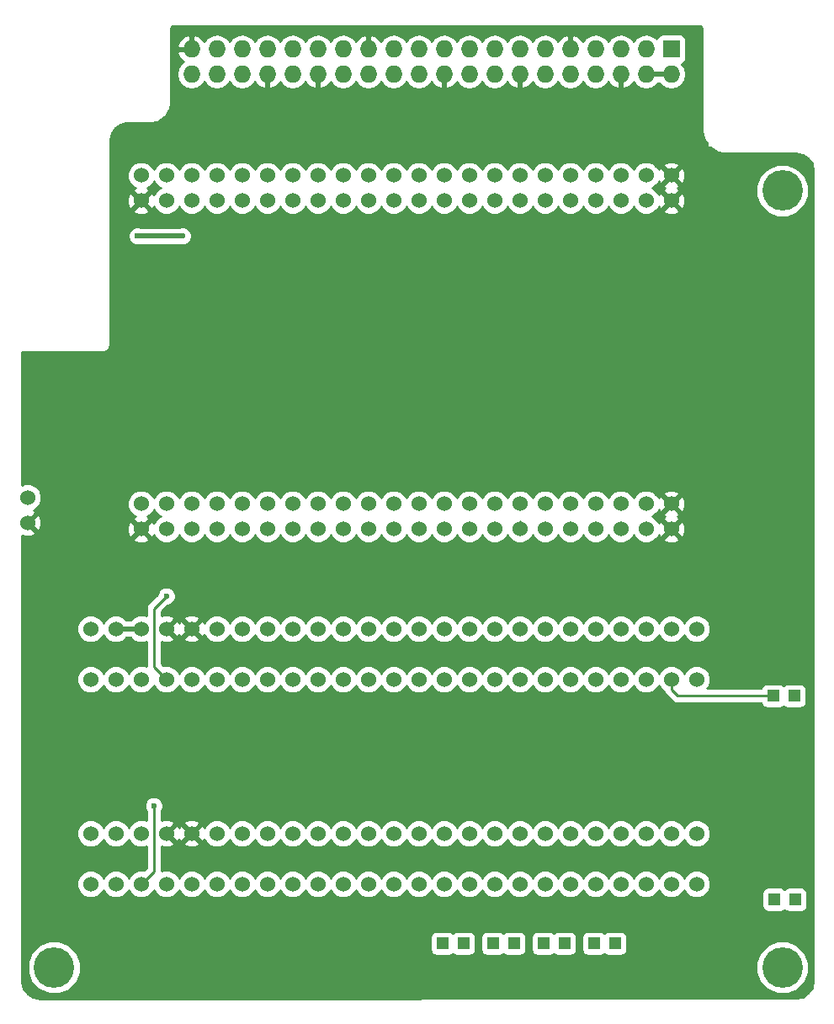
<source format=gbr>
G04 #@! TF.FileFunction,Copper,L1,Top,Signal*
%FSLAX46Y46*%
G04 Gerber Fmt 4.6, Leading zero omitted, Abs format (unit mm)*
G04 Created by KiCad (PCBNEW 4.0.4-stable) date 12/26/16 14:09:50*
%MOMM*%
%LPD*%
G01*
G04 APERTURE LIST*
%ADD10C,0.100000*%
%ADD11C,1.524000*%
%ADD12C,4.064000*%
%ADD13R,1.727200X1.727200*%
%ADD14O,1.727200X1.727200*%
%ADD15R,1.198880X1.198880*%
%ADD16C,0.600000*%
%ADD17C,0.250000*%
%ADD18C,0.500000*%
%ADD19C,0.254000*%
G04 APERTURE END LIST*
D10*
D11*
X168656000Y-129921000D03*
X168656000Y-135001000D03*
X166116000Y-129921000D03*
X166116000Y-135001000D03*
X163576000Y-129921000D03*
X163576000Y-135001000D03*
X161036000Y-129921000D03*
X161036000Y-135001000D03*
X158496000Y-129921000D03*
X158496000Y-135001000D03*
X155956000Y-129921000D03*
X155956000Y-135001000D03*
X153416000Y-129921000D03*
X153416000Y-135001000D03*
X150876000Y-129921000D03*
X150876000Y-135001000D03*
X148336000Y-129921000D03*
X148336000Y-135001000D03*
X145796000Y-129921000D03*
X145796000Y-135001000D03*
X143256000Y-129921000D03*
X143256000Y-135001000D03*
X140716000Y-129921000D03*
X140716000Y-135001000D03*
X138176000Y-129921000D03*
X138176000Y-135001000D03*
X135636000Y-129921000D03*
X135636000Y-135001000D03*
X133096000Y-129921000D03*
X133096000Y-135001000D03*
X130556000Y-129921000D03*
X130556000Y-135001000D03*
X128016000Y-129921000D03*
X128016000Y-135001000D03*
X125476000Y-129921000D03*
X125476000Y-135001000D03*
X122936000Y-129921000D03*
X122936000Y-135001000D03*
X120396000Y-129921000D03*
X120396000Y-135001000D03*
X117856000Y-129921000D03*
X117856000Y-135001000D03*
X115316000Y-129921000D03*
X115316000Y-135001000D03*
X112776000Y-129921000D03*
X112776000Y-135001000D03*
X110236000Y-129921000D03*
X110236000Y-135001000D03*
X107696000Y-129921000D03*
X107696000Y-135001000D03*
X166116000Y-63754000D03*
X166116000Y-66294000D03*
X163576000Y-63754000D03*
X163576000Y-66294000D03*
X161036000Y-63754000D03*
X161036000Y-66294000D03*
X158496000Y-63754000D03*
X158496000Y-66294000D03*
X155956000Y-63754000D03*
X155956000Y-66294000D03*
X153416000Y-63754000D03*
X153416000Y-66294000D03*
X150876000Y-63754000D03*
X150876000Y-66294000D03*
X148336000Y-63754000D03*
X148336000Y-66294000D03*
X145796000Y-63754000D03*
X145796000Y-66294000D03*
X143256000Y-63754000D03*
X143256000Y-66294000D03*
X140716000Y-63754000D03*
X140716000Y-66294000D03*
X138176000Y-63754000D03*
X138176000Y-66294000D03*
X135636000Y-63754000D03*
X135636000Y-66294000D03*
X133096000Y-63754000D03*
X133096000Y-66294000D03*
X130556000Y-63754000D03*
X130556000Y-66294000D03*
X128016000Y-63754000D03*
X128016000Y-66294000D03*
X125476000Y-63754000D03*
X125476000Y-66294000D03*
X122936000Y-63754000D03*
X122936000Y-66294000D03*
X120396000Y-63754000D03*
X120396000Y-66294000D03*
X117856000Y-63754000D03*
X117856000Y-66294000D03*
X115316000Y-63754000D03*
X115316000Y-66294000D03*
X112776000Y-63754000D03*
X112776000Y-66294000D03*
X112776000Y-99314000D03*
X112776000Y-96774000D03*
X115316000Y-99314000D03*
X115316000Y-96774000D03*
X117856000Y-99314000D03*
X117856000Y-96774000D03*
X120396000Y-99314000D03*
X120396000Y-96774000D03*
X122936000Y-99314000D03*
X122936000Y-96774000D03*
X125476000Y-99314000D03*
X125476000Y-96774000D03*
X128016000Y-99314000D03*
X128016000Y-96774000D03*
X130556000Y-99314000D03*
X130556000Y-96774000D03*
X133096000Y-99314000D03*
X133096000Y-96774000D03*
X135636000Y-99314000D03*
X135636000Y-96774000D03*
X138176000Y-99314000D03*
X138176000Y-96774000D03*
X140716000Y-99314000D03*
X140716000Y-96774000D03*
X143256000Y-99314000D03*
X143256000Y-96774000D03*
X145796000Y-99314000D03*
X145796000Y-96774000D03*
X148336000Y-99314000D03*
X148336000Y-96774000D03*
X150876000Y-99314000D03*
X150876000Y-96774000D03*
X153416000Y-99314000D03*
X153416000Y-96774000D03*
X155956000Y-99314000D03*
X155956000Y-96774000D03*
X158496000Y-99314000D03*
X158496000Y-96774000D03*
X161036000Y-99314000D03*
X161036000Y-96774000D03*
X163576000Y-99314000D03*
X163576000Y-96774000D03*
X166116000Y-99314000D03*
X166116000Y-96774000D03*
X101346000Y-98679000D03*
X101346000Y-96139000D03*
D12*
X177292000Y-65278000D03*
X104013000Y-143383000D03*
D13*
X166116000Y-51054000D03*
D14*
X166116000Y-53594000D03*
X163576000Y-51054000D03*
X163576000Y-53594000D03*
X161036000Y-51054000D03*
X161036000Y-53594000D03*
X158496000Y-51054000D03*
X158496000Y-53594000D03*
X155956000Y-51054000D03*
X155956000Y-53594000D03*
X153416000Y-51054000D03*
X153416000Y-53594000D03*
X150876000Y-51054000D03*
X150876000Y-53594000D03*
X148336000Y-51054000D03*
X148336000Y-53594000D03*
X145796000Y-51054000D03*
X145796000Y-53594000D03*
X143256000Y-51054000D03*
X143256000Y-53594000D03*
X140716000Y-51054000D03*
X140716000Y-53594000D03*
X138176000Y-51054000D03*
X138176000Y-53594000D03*
X135636000Y-51054000D03*
X135636000Y-53594000D03*
X133096000Y-51054000D03*
X133096000Y-53594000D03*
X130556000Y-51054000D03*
X130556000Y-53594000D03*
X128016000Y-51054000D03*
X128016000Y-53594000D03*
X125476000Y-51054000D03*
X125476000Y-53594000D03*
X122936000Y-51054000D03*
X122936000Y-53594000D03*
X120396000Y-51054000D03*
X120396000Y-53594000D03*
X117856000Y-51054000D03*
X117856000Y-53594000D03*
D15*
X178564540Y-136550400D03*
X176466500Y-136550400D03*
X178468020Y-116078000D03*
X176369980Y-116078000D03*
D12*
X177292000Y-143383000D03*
D11*
X168656000Y-109347000D03*
X168656000Y-114427000D03*
X166116000Y-109347000D03*
X166116000Y-114427000D03*
X163576000Y-109347000D03*
X163576000Y-114427000D03*
X161036000Y-109347000D03*
X161036000Y-114427000D03*
X158496000Y-109347000D03*
X158496000Y-114427000D03*
X155956000Y-109347000D03*
X155956000Y-114427000D03*
X153416000Y-109347000D03*
X153416000Y-114427000D03*
X150876000Y-109347000D03*
X150876000Y-114427000D03*
X148336000Y-109347000D03*
X148336000Y-114427000D03*
X145796000Y-109347000D03*
X145796000Y-114427000D03*
X143256000Y-109347000D03*
X143256000Y-114427000D03*
X140716000Y-109347000D03*
X140716000Y-114427000D03*
X138176000Y-109347000D03*
X138176000Y-114427000D03*
X135636000Y-109347000D03*
X135636000Y-114427000D03*
X133096000Y-109347000D03*
X133096000Y-114427000D03*
X130556000Y-109347000D03*
X130556000Y-114427000D03*
X128016000Y-109347000D03*
X128016000Y-114427000D03*
X125476000Y-109347000D03*
X125476000Y-114427000D03*
X122936000Y-109347000D03*
X122936000Y-114427000D03*
X120396000Y-109347000D03*
X120396000Y-114427000D03*
X117856000Y-109347000D03*
X117856000Y-114427000D03*
X115316000Y-109347000D03*
X115316000Y-114427000D03*
X112776000Y-109347000D03*
X112776000Y-114427000D03*
X110236000Y-109347000D03*
X110236000Y-114427000D03*
X107696000Y-109347000D03*
X107696000Y-114427000D03*
D15*
X160434020Y-140970000D03*
X158335980Y-140970000D03*
X155354020Y-140970000D03*
X153255980Y-140970000D03*
X145194020Y-140970000D03*
X143095980Y-140970000D03*
X150274020Y-140970000D03*
X148175980Y-140970000D03*
D16*
X112395000Y-69850000D03*
X116967000Y-69850000D03*
X158369000Y-140970000D03*
X153289000Y-140970000D03*
X148209000Y-141097000D03*
X143095980Y-140970000D03*
X115316000Y-106045000D03*
X176403000Y-136525000D03*
X114046000Y-127127000D03*
X160401000Y-140843000D03*
X155321000Y-140970000D03*
X178562000Y-136652000D03*
X145161000Y-141097000D03*
X150241000Y-140843000D03*
X178562000Y-116078000D03*
D17*
X166116000Y-51054000D02*
X166116000Y-50927000D01*
D18*
X116967000Y-69850000D02*
X112395000Y-69850000D01*
X163576000Y-53594000D02*
X166116000Y-53594000D01*
X110236000Y-109347000D02*
X112776000Y-109347000D01*
D17*
X110617000Y-109093000D02*
X110236000Y-109474000D01*
X163576000Y-99314000D02*
X163576000Y-99568000D01*
X168656000Y-109474000D02*
X168910000Y-109474000D01*
X176369980Y-116078000D02*
X166751000Y-116078000D01*
X166116000Y-115443000D02*
X166751000Y-116078000D01*
X166116000Y-115443000D02*
X166116000Y-114427000D01*
X158369000Y-140970000D02*
X158335980Y-140970000D01*
X153416000Y-99314000D02*
X153416000Y-98679000D01*
X153289000Y-140970000D02*
X153255980Y-140970000D01*
X150876000Y-99314000D02*
X150876000Y-98552000D01*
X148209000Y-141097000D02*
X148175980Y-141063980D01*
X148175980Y-141063980D02*
X148175980Y-140970000D01*
X153416000Y-135001000D02*
X153416000Y-135255000D01*
X115316000Y-106045000D02*
X114046000Y-107315000D01*
X114046000Y-107315000D02*
X114046000Y-113157000D01*
X114046000Y-113157000D02*
X115316000Y-114427000D01*
X115316000Y-63754000D02*
X115316000Y-64008000D01*
X176403000Y-136525000D02*
X176428400Y-136550400D01*
X176428400Y-136550400D02*
X176466500Y-136550400D01*
X114046000Y-133731000D02*
X112776000Y-135001000D01*
X114046000Y-127127000D02*
X114046000Y-133731000D01*
X125476000Y-66802000D02*
X125476000Y-66294000D01*
X160401000Y-140843000D02*
X160434020Y-140876020D01*
X160434020Y-140876020D02*
X160434020Y-140970000D01*
X155321000Y-140970000D02*
X155354020Y-140970000D01*
X178562000Y-136652000D02*
X178564540Y-136649460D01*
X178564540Y-136649460D02*
X178564540Y-136550400D01*
X178562000Y-136525000D02*
X178564540Y-136527540D01*
X178564540Y-136527540D02*
X178564540Y-136550400D01*
X178562000Y-136525000D02*
X178564540Y-136527540D01*
X178564540Y-136527540D02*
X178564540Y-136550400D01*
X145161000Y-141097000D02*
X145194020Y-141063980D01*
X150241000Y-140843000D02*
X150274020Y-140876020D01*
X150274020Y-140876020D02*
X150274020Y-140970000D01*
X178562000Y-116078000D02*
X178468020Y-116078000D01*
X178435000Y-116078000D02*
X178468020Y-116078000D01*
X178435000Y-116078000D02*
X178468020Y-116078000D01*
D19*
G36*
X169021777Y-48752144D02*
X169116539Y-48815461D01*
X169179856Y-48910223D01*
X169216000Y-49091930D01*
X169216000Y-59182000D01*
X169229642Y-59250584D01*
X169229642Y-59320514D01*
X169355318Y-59952324D01*
X169461332Y-60208265D01*
X169675135Y-60528245D01*
X169672007Y-60831691D01*
X169681503Y-60881201D01*
X169709513Y-60923117D01*
X169751624Y-60950832D01*
X169799000Y-60960000D01*
X170045379Y-60960000D01*
X170550735Y-61297668D01*
X170806676Y-61403683D01*
X171438486Y-61529358D01*
X171508416Y-61529358D01*
X171577000Y-61543000D01*
X178633665Y-61543000D01*
X179347737Y-61681114D01*
X179893522Y-62041634D01*
X180259797Y-62583573D01*
X180404689Y-63292371D01*
X180392011Y-144710018D01*
X180249515Y-145426388D01*
X179883367Y-145974367D01*
X179335388Y-146340515D01*
X178619010Y-146483012D01*
X102634579Y-146495691D01*
X101899898Y-146377518D01*
X101338250Y-146031480D01*
X100951778Y-145496850D01*
X100786000Y-144798951D01*
X100786000Y-143911172D01*
X101345538Y-143911172D01*
X101750709Y-144891761D01*
X102500293Y-145642655D01*
X103480173Y-146049536D01*
X104541172Y-146050462D01*
X105521761Y-145645291D01*
X106272655Y-144895707D01*
X106679536Y-143915827D01*
X106679540Y-143911172D01*
X174624538Y-143911172D01*
X175029709Y-144891761D01*
X175779293Y-145642655D01*
X176759173Y-146049536D01*
X177820172Y-146050462D01*
X178800761Y-145645291D01*
X179551655Y-144895707D01*
X179958536Y-143915827D01*
X179959462Y-142854828D01*
X179554291Y-141874239D01*
X178804707Y-141123345D01*
X177824827Y-140716464D01*
X176763828Y-140715538D01*
X175783239Y-141120709D01*
X175032345Y-141870293D01*
X174625464Y-142850173D01*
X174624538Y-143911172D01*
X106679540Y-143911172D01*
X106680462Y-142854828D01*
X106275291Y-141874239D01*
X105525707Y-141123345D01*
X104545827Y-140716464D01*
X103484828Y-140715538D01*
X102504239Y-141120709D01*
X101753345Y-141870293D01*
X101346464Y-142850173D01*
X101345538Y-143911172D01*
X100786000Y-143911172D01*
X100786000Y-140370560D01*
X141849100Y-140370560D01*
X141849100Y-141569440D01*
X141893378Y-141804757D01*
X142032450Y-142020881D01*
X142244650Y-142165871D01*
X142496540Y-142216880D01*
X143695420Y-142216880D01*
X143930737Y-142172602D01*
X144146861Y-142033530D01*
X144147543Y-142032533D01*
X144342690Y-142165871D01*
X144594580Y-142216880D01*
X145793460Y-142216880D01*
X146028777Y-142172602D01*
X146244901Y-142033530D01*
X146389891Y-141821330D01*
X146440900Y-141569440D01*
X146440900Y-140370560D01*
X146929100Y-140370560D01*
X146929100Y-141569440D01*
X146973378Y-141804757D01*
X147112450Y-142020881D01*
X147324650Y-142165871D01*
X147576540Y-142216880D01*
X148775420Y-142216880D01*
X149010737Y-142172602D01*
X149226861Y-142033530D01*
X149227543Y-142032533D01*
X149422690Y-142165871D01*
X149674580Y-142216880D01*
X150873460Y-142216880D01*
X151108777Y-142172602D01*
X151324901Y-142033530D01*
X151469891Y-141821330D01*
X151520900Y-141569440D01*
X151520900Y-140370560D01*
X152009100Y-140370560D01*
X152009100Y-141569440D01*
X152053378Y-141804757D01*
X152192450Y-142020881D01*
X152404650Y-142165871D01*
X152656540Y-142216880D01*
X153855420Y-142216880D01*
X154090737Y-142172602D01*
X154306861Y-142033530D01*
X154307543Y-142032533D01*
X154502690Y-142165871D01*
X154754580Y-142216880D01*
X155953460Y-142216880D01*
X156188777Y-142172602D01*
X156404901Y-142033530D01*
X156549891Y-141821330D01*
X156600900Y-141569440D01*
X156600900Y-140370560D01*
X157089100Y-140370560D01*
X157089100Y-141569440D01*
X157133378Y-141804757D01*
X157272450Y-142020881D01*
X157484650Y-142165871D01*
X157736540Y-142216880D01*
X158935420Y-142216880D01*
X159170737Y-142172602D01*
X159386861Y-142033530D01*
X159387543Y-142032533D01*
X159582690Y-142165871D01*
X159834580Y-142216880D01*
X161033460Y-142216880D01*
X161268777Y-142172602D01*
X161484901Y-142033530D01*
X161629891Y-141821330D01*
X161680900Y-141569440D01*
X161680900Y-140370560D01*
X161636622Y-140135243D01*
X161497550Y-139919119D01*
X161285350Y-139774129D01*
X161033460Y-139723120D01*
X159834580Y-139723120D01*
X159599263Y-139767398D01*
X159383139Y-139906470D01*
X159382457Y-139907467D01*
X159187310Y-139774129D01*
X158935420Y-139723120D01*
X157736540Y-139723120D01*
X157501223Y-139767398D01*
X157285099Y-139906470D01*
X157140109Y-140118670D01*
X157089100Y-140370560D01*
X156600900Y-140370560D01*
X156556622Y-140135243D01*
X156417550Y-139919119D01*
X156205350Y-139774129D01*
X155953460Y-139723120D01*
X154754580Y-139723120D01*
X154519263Y-139767398D01*
X154303139Y-139906470D01*
X154302457Y-139907467D01*
X154107310Y-139774129D01*
X153855420Y-139723120D01*
X152656540Y-139723120D01*
X152421223Y-139767398D01*
X152205099Y-139906470D01*
X152060109Y-140118670D01*
X152009100Y-140370560D01*
X151520900Y-140370560D01*
X151476622Y-140135243D01*
X151337550Y-139919119D01*
X151125350Y-139774129D01*
X150873460Y-139723120D01*
X149674580Y-139723120D01*
X149439263Y-139767398D01*
X149223139Y-139906470D01*
X149222457Y-139907467D01*
X149027310Y-139774129D01*
X148775420Y-139723120D01*
X147576540Y-139723120D01*
X147341223Y-139767398D01*
X147125099Y-139906470D01*
X146980109Y-140118670D01*
X146929100Y-140370560D01*
X146440900Y-140370560D01*
X146396622Y-140135243D01*
X146257550Y-139919119D01*
X146045350Y-139774129D01*
X145793460Y-139723120D01*
X144594580Y-139723120D01*
X144359263Y-139767398D01*
X144143139Y-139906470D01*
X144142457Y-139907467D01*
X143947310Y-139774129D01*
X143695420Y-139723120D01*
X142496540Y-139723120D01*
X142261223Y-139767398D01*
X142045099Y-139906470D01*
X141900109Y-140118670D01*
X141849100Y-140370560D01*
X100786000Y-140370560D01*
X100786000Y-130197661D01*
X106298758Y-130197661D01*
X106510990Y-130711303D01*
X106903630Y-131104629D01*
X107416900Y-131317757D01*
X107972661Y-131318242D01*
X108486303Y-131106010D01*
X108879629Y-130713370D01*
X108965949Y-130505488D01*
X109050990Y-130711303D01*
X109443630Y-131104629D01*
X109956900Y-131317757D01*
X110512661Y-131318242D01*
X111026303Y-131106010D01*
X111419629Y-130713370D01*
X111505949Y-130505488D01*
X111590990Y-130711303D01*
X111983630Y-131104629D01*
X112496900Y-131317757D01*
X113052661Y-131318242D01*
X113286000Y-131221829D01*
X113286000Y-133416198D01*
X113085381Y-133616817D01*
X113055100Y-133604243D01*
X112499339Y-133603758D01*
X111985697Y-133815990D01*
X111592371Y-134208630D01*
X111506051Y-134416512D01*
X111421010Y-134210697D01*
X111028370Y-133817371D01*
X110515100Y-133604243D01*
X109959339Y-133603758D01*
X109445697Y-133815990D01*
X109052371Y-134208630D01*
X108966051Y-134416512D01*
X108881010Y-134210697D01*
X108488370Y-133817371D01*
X107975100Y-133604243D01*
X107419339Y-133603758D01*
X106905697Y-133815990D01*
X106512371Y-134208630D01*
X106299243Y-134721900D01*
X106298758Y-135277661D01*
X106510990Y-135791303D01*
X106903630Y-136184629D01*
X107416900Y-136397757D01*
X107972661Y-136398242D01*
X108486303Y-136186010D01*
X108879629Y-135793370D01*
X108965949Y-135585488D01*
X109050990Y-135791303D01*
X109443630Y-136184629D01*
X109956900Y-136397757D01*
X110512661Y-136398242D01*
X111026303Y-136186010D01*
X111419629Y-135793370D01*
X111505949Y-135585488D01*
X111590990Y-135791303D01*
X111983630Y-136184629D01*
X112496900Y-136397757D01*
X113052661Y-136398242D01*
X113566303Y-136186010D01*
X113959629Y-135793370D01*
X114045949Y-135585488D01*
X114130990Y-135791303D01*
X114523630Y-136184629D01*
X115036900Y-136397757D01*
X115592661Y-136398242D01*
X116106303Y-136186010D01*
X116499629Y-135793370D01*
X116585949Y-135585488D01*
X116670990Y-135791303D01*
X117063630Y-136184629D01*
X117576900Y-136397757D01*
X118132661Y-136398242D01*
X118646303Y-136186010D01*
X119039629Y-135793370D01*
X119125949Y-135585488D01*
X119210990Y-135791303D01*
X119603630Y-136184629D01*
X120116900Y-136397757D01*
X120672661Y-136398242D01*
X121186303Y-136186010D01*
X121579629Y-135793370D01*
X121665949Y-135585488D01*
X121750990Y-135791303D01*
X122143630Y-136184629D01*
X122656900Y-136397757D01*
X123212661Y-136398242D01*
X123726303Y-136186010D01*
X124119629Y-135793370D01*
X124205949Y-135585488D01*
X124290990Y-135791303D01*
X124683630Y-136184629D01*
X125196900Y-136397757D01*
X125752661Y-136398242D01*
X126266303Y-136186010D01*
X126659629Y-135793370D01*
X126745949Y-135585488D01*
X126830990Y-135791303D01*
X127223630Y-136184629D01*
X127736900Y-136397757D01*
X128292661Y-136398242D01*
X128806303Y-136186010D01*
X129199629Y-135793370D01*
X129285949Y-135585488D01*
X129370990Y-135791303D01*
X129763630Y-136184629D01*
X130276900Y-136397757D01*
X130832661Y-136398242D01*
X131346303Y-136186010D01*
X131739629Y-135793370D01*
X131825949Y-135585488D01*
X131910990Y-135791303D01*
X132303630Y-136184629D01*
X132816900Y-136397757D01*
X133372661Y-136398242D01*
X133886303Y-136186010D01*
X134279629Y-135793370D01*
X134365949Y-135585488D01*
X134450990Y-135791303D01*
X134843630Y-136184629D01*
X135356900Y-136397757D01*
X135912661Y-136398242D01*
X136426303Y-136186010D01*
X136819629Y-135793370D01*
X136905949Y-135585488D01*
X136990990Y-135791303D01*
X137383630Y-136184629D01*
X137896900Y-136397757D01*
X138452661Y-136398242D01*
X138966303Y-136186010D01*
X139359629Y-135793370D01*
X139445949Y-135585488D01*
X139530990Y-135791303D01*
X139923630Y-136184629D01*
X140436900Y-136397757D01*
X140992661Y-136398242D01*
X141506303Y-136186010D01*
X141899629Y-135793370D01*
X141985949Y-135585488D01*
X142070990Y-135791303D01*
X142463630Y-136184629D01*
X142976900Y-136397757D01*
X143532661Y-136398242D01*
X144046303Y-136186010D01*
X144439629Y-135793370D01*
X144525949Y-135585488D01*
X144610990Y-135791303D01*
X145003630Y-136184629D01*
X145516900Y-136397757D01*
X146072661Y-136398242D01*
X146586303Y-136186010D01*
X146979629Y-135793370D01*
X147065949Y-135585488D01*
X147150990Y-135791303D01*
X147543630Y-136184629D01*
X148056900Y-136397757D01*
X148612661Y-136398242D01*
X149126303Y-136186010D01*
X149519629Y-135793370D01*
X149605949Y-135585488D01*
X149690990Y-135791303D01*
X150083630Y-136184629D01*
X150596900Y-136397757D01*
X151152661Y-136398242D01*
X151666303Y-136186010D01*
X152059629Y-135793370D01*
X152145949Y-135585488D01*
X152230990Y-135791303D01*
X152623630Y-136184629D01*
X153136900Y-136397757D01*
X153692661Y-136398242D01*
X154206303Y-136186010D01*
X154599629Y-135793370D01*
X154685949Y-135585488D01*
X154770990Y-135791303D01*
X155163630Y-136184629D01*
X155676900Y-136397757D01*
X156232661Y-136398242D01*
X156746303Y-136186010D01*
X157139629Y-135793370D01*
X157225949Y-135585488D01*
X157310990Y-135791303D01*
X157703630Y-136184629D01*
X158216900Y-136397757D01*
X158772661Y-136398242D01*
X159286303Y-136186010D01*
X159679629Y-135793370D01*
X159765949Y-135585488D01*
X159850990Y-135791303D01*
X160243630Y-136184629D01*
X160756900Y-136397757D01*
X161312661Y-136398242D01*
X161826303Y-136186010D01*
X162219629Y-135793370D01*
X162305949Y-135585488D01*
X162390990Y-135791303D01*
X162783630Y-136184629D01*
X163296900Y-136397757D01*
X163852661Y-136398242D01*
X164366303Y-136186010D01*
X164759629Y-135793370D01*
X164845949Y-135585488D01*
X164930990Y-135791303D01*
X165323630Y-136184629D01*
X165836900Y-136397757D01*
X166392661Y-136398242D01*
X166906303Y-136186010D01*
X167299629Y-135793370D01*
X167385949Y-135585488D01*
X167470990Y-135791303D01*
X167863630Y-136184629D01*
X168376900Y-136397757D01*
X168932661Y-136398242D01*
X169446303Y-136186010D01*
X169681763Y-135950960D01*
X175219620Y-135950960D01*
X175219620Y-137149840D01*
X175263898Y-137385157D01*
X175402970Y-137601281D01*
X175615170Y-137746271D01*
X175867060Y-137797280D01*
X177065940Y-137797280D01*
X177301257Y-137753002D01*
X177517381Y-137613930D01*
X177518063Y-137612933D01*
X177713210Y-137746271D01*
X177965100Y-137797280D01*
X179163980Y-137797280D01*
X179399297Y-137753002D01*
X179615421Y-137613930D01*
X179760411Y-137401730D01*
X179811420Y-137149840D01*
X179811420Y-135950960D01*
X179767142Y-135715643D01*
X179628070Y-135499519D01*
X179415870Y-135354529D01*
X179163980Y-135303520D01*
X177965100Y-135303520D01*
X177729783Y-135347798D01*
X177513659Y-135486870D01*
X177512977Y-135487867D01*
X177317830Y-135354529D01*
X177065940Y-135303520D01*
X175867060Y-135303520D01*
X175631743Y-135347798D01*
X175415619Y-135486870D01*
X175270629Y-135699070D01*
X175219620Y-135950960D01*
X169681763Y-135950960D01*
X169839629Y-135793370D01*
X170052757Y-135280100D01*
X170053242Y-134724339D01*
X169841010Y-134210697D01*
X169448370Y-133817371D01*
X168935100Y-133604243D01*
X168379339Y-133603758D01*
X167865697Y-133815990D01*
X167472371Y-134208630D01*
X167386051Y-134416512D01*
X167301010Y-134210697D01*
X166908370Y-133817371D01*
X166395100Y-133604243D01*
X165839339Y-133603758D01*
X165325697Y-133815990D01*
X164932371Y-134208630D01*
X164846051Y-134416512D01*
X164761010Y-134210697D01*
X164368370Y-133817371D01*
X163855100Y-133604243D01*
X163299339Y-133603758D01*
X162785697Y-133815990D01*
X162392371Y-134208630D01*
X162306051Y-134416512D01*
X162221010Y-134210697D01*
X161828370Y-133817371D01*
X161315100Y-133604243D01*
X160759339Y-133603758D01*
X160245697Y-133815990D01*
X159852371Y-134208630D01*
X159766051Y-134416512D01*
X159681010Y-134210697D01*
X159288370Y-133817371D01*
X158775100Y-133604243D01*
X158219339Y-133603758D01*
X157705697Y-133815990D01*
X157312371Y-134208630D01*
X157226051Y-134416512D01*
X157141010Y-134210697D01*
X156748370Y-133817371D01*
X156235100Y-133604243D01*
X155679339Y-133603758D01*
X155165697Y-133815990D01*
X154772371Y-134208630D01*
X154686051Y-134416512D01*
X154601010Y-134210697D01*
X154208370Y-133817371D01*
X153695100Y-133604243D01*
X153139339Y-133603758D01*
X152625697Y-133815990D01*
X152232371Y-134208630D01*
X152146051Y-134416512D01*
X152061010Y-134210697D01*
X151668370Y-133817371D01*
X151155100Y-133604243D01*
X150599339Y-133603758D01*
X150085697Y-133815990D01*
X149692371Y-134208630D01*
X149606051Y-134416512D01*
X149521010Y-134210697D01*
X149128370Y-133817371D01*
X148615100Y-133604243D01*
X148059339Y-133603758D01*
X147545697Y-133815990D01*
X147152371Y-134208630D01*
X147066051Y-134416512D01*
X146981010Y-134210697D01*
X146588370Y-133817371D01*
X146075100Y-133604243D01*
X145519339Y-133603758D01*
X145005697Y-133815990D01*
X144612371Y-134208630D01*
X144526051Y-134416512D01*
X144441010Y-134210697D01*
X144048370Y-133817371D01*
X143535100Y-133604243D01*
X142979339Y-133603758D01*
X142465697Y-133815990D01*
X142072371Y-134208630D01*
X141986051Y-134416512D01*
X141901010Y-134210697D01*
X141508370Y-133817371D01*
X140995100Y-133604243D01*
X140439339Y-133603758D01*
X139925697Y-133815990D01*
X139532371Y-134208630D01*
X139446051Y-134416512D01*
X139361010Y-134210697D01*
X138968370Y-133817371D01*
X138455100Y-133604243D01*
X137899339Y-133603758D01*
X137385697Y-133815990D01*
X136992371Y-134208630D01*
X136906051Y-134416512D01*
X136821010Y-134210697D01*
X136428370Y-133817371D01*
X135915100Y-133604243D01*
X135359339Y-133603758D01*
X134845697Y-133815990D01*
X134452371Y-134208630D01*
X134366051Y-134416512D01*
X134281010Y-134210697D01*
X133888370Y-133817371D01*
X133375100Y-133604243D01*
X132819339Y-133603758D01*
X132305697Y-133815990D01*
X131912371Y-134208630D01*
X131826051Y-134416512D01*
X131741010Y-134210697D01*
X131348370Y-133817371D01*
X130835100Y-133604243D01*
X130279339Y-133603758D01*
X129765697Y-133815990D01*
X129372371Y-134208630D01*
X129286051Y-134416512D01*
X129201010Y-134210697D01*
X128808370Y-133817371D01*
X128295100Y-133604243D01*
X127739339Y-133603758D01*
X127225697Y-133815990D01*
X126832371Y-134208630D01*
X126746051Y-134416512D01*
X126661010Y-134210697D01*
X126268370Y-133817371D01*
X125755100Y-133604243D01*
X125199339Y-133603758D01*
X124685697Y-133815990D01*
X124292371Y-134208630D01*
X124206051Y-134416512D01*
X124121010Y-134210697D01*
X123728370Y-133817371D01*
X123215100Y-133604243D01*
X122659339Y-133603758D01*
X122145697Y-133815990D01*
X121752371Y-134208630D01*
X121666051Y-134416512D01*
X121581010Y-134210697D01*
X121188370Y-133817371D01*
X120675100Y-133604243D01*
X120119339Y-133603758D01*
X119605697Y-133815990D01*
X119212371Y-134208630D01*
X119126051Y-134416512D01*
X119041010Y-134210697D01*
X118648370Y-133817371D01*
X118135100Y-133604243D01*
X117579339Y-133603758D01*
X117065697Y-133815990D01*
X116672371Y-134208630D01*
X116586051Y-134416512D01*
X116501010Y-134210697D01*
X116108370Y-133817371D01*
X115595100Y-133604243D01*
X115039339Y-133603758D01*
X114806000Y-133700171D01*
X114806000Y-131222293D01*
X115108302Y-131330144D01*
X115663368Y-131302362D01*
X116047143Y-131143397D01*
X116116608Y-130901213D01*
X117055392Y-130901213D01*
X117124857Y-131143397D01*
X117648302Y-131330144D01*
X118203368Y-131302362D01*
X118587143Y-131143397D01*
X118656608Y-130901213D01*
X117856000Y-130100605D01*
X117055392Y-130901213D01*
X116116608Y-130901213D01*
X115316000Y-130100605D01*
X115301858Y-130114748D01*
X115122253Y-129935143D01*
X115136395Y-129921000D01*
X115495605Y-129921000D01*
X116296213Y-130721608D01*
X116538397Y-130652143D01*
X116582453Y-130528656D01*
X116633603Y-130652143D01*
X116875787Y-130721608D01*
X117676395Y-129921000D01*
X118035605Y-129921000D01*
X118836213Y-130721608D01*
X119078397Y-130652143D01*
X119128509Y-130511682D01*
X119210990Y-130711303D01*
X119603630Y-131104629D01*
X120116900Y-131317757D01*
X120672661Y-131318242D01*
X121186303Y-131106010D01*
X121579629Y-130713370D01*
X121665949Y-130505488D01*
X121750990Y-130711303D01*
X122143630Y-131104629D01*
X122656900Y-131317757D01*
X123212661Y-131318242D01*
X123726303Y-131106010D01*
X124119629Y-130713370D01*
X124205949Y-130505488D01*
X124290990Y-130711303D01*
X124683630Y-131104629D01*
X125196900Y-131317757D01*
X125752661Y-131318242D01*
X126266303Y-131106010D01*
X126659629Y-130713370D01*
X126745949Y-130505488D01*
X126830990Y-130711303D01*
X127223630Y-131104629D01*
X127736900Y-131317757D01*
X128292661Y-131318242D01*
X128806303Y-131106010D01*
X129199629Y-130713370D01*
X129285949Y-130505488D01*
X129370990Y-130711303D01*
X129763630Y-131104629D01*
X130276900Y-131317757D01*
X130832661Y-131318242D01*
X131346303Y-131106010D01*
X131739629Y-130713370D01*
X131825949Y-130505488D01*
X131910990Y-130711303D01*
X132303630Y-131104629D01*
X132816900Y-131317757D01*
X133372661Y-131318242D01*
X133886303Y-131106010D01*
X134279629Y-130713370D01*
X134365949Y-130505488D01*
X134450990Y-130711303D01*
X134843630Y-131104629D01*
X135356900Y-131317757D01*
X135912661Y-131318242D01*
X136426303Y-131106010D01*
X136819629Y-130713370D01*
X136905949Y-130505488D01*
X136990990Y-130711303D01*
X137383630Y-131104629D01*
X137896900Y-131317757D01*
X138452661Y-131318242D01*
X138966303Y-131106010D01*
X139359629Y-130713370D01*
X139445949Y-130505488D01*
X139530990Y-130711303D01*
X139923630Y-131104629D01*
X140436900Y-131317757D01*
X140992661Y-131318242D01*
X141506303Y-131106010D01*
X141899629Y-130713370D01*
X141985949Y-130505488D01*
X142070990Y-130711303D01*
X142463630Y-131104629D01*
X142976900Y-131317757D01*
X143532661Y-131318242D01*
X144046303Y-131106010D01*
X144439629Y-130713370D01*
X144525949Y-130505488D01*
X144610990Y-130711303D01*
X145003630Y-131104629D01*
X145516900Y-131317757D01*
X146072661Y-131318242D01*
X146586303Y-131106010D01*
X146979629Y-130713370D01*
X147065949Y-130505488D01*
X147150990Y-130711303D01*
X147543630Y-131104629D01*
X148056900Y-131317757D01*
X148612661Y-131318242D01*
X149126303Y-131106010D01*
X149519629Y-130713370D01*
X149605949Y-130505488D01*
X149690990Y-130711303D01*
X150083630Y-131104629D01*
X150596900Y-131317757D01*
X151152661Y-131318242D01*
X151666303Y-131106010D01*
X152059629Y-130713370D01*
X152145949Y-130505488D01*
X152230990Y-130711303D01*
X152623630Y-131104629D01*
X153136900Y-131317757D01*
X153692661Y-131318242D01*
X154206303Y-131106010D01*
X154599629Y-130713370D01*
X154685949Y-130505488D01*
X154770990Y-130711303D01*
X155163630Y-131104629D01*
X155676900Y-131317757D01*
X156232661Y-131318242D01*
X156746303Y-131106010D01*
X157139629Y-130713370D01*
X157225949Y-130505488D01*
X157310990Y-130711303D01*
X157703630Y-131104629D01*
X158216900Y-131317757D01*
X158772661Y-131318242D01*
X159286303Y-131106010D01*
X159679629Y-130713370D01*
X159765949Y-130505488D01*
X159850990Y-130711303D01*
X160243630Y-131104629D01*
X160756900Y-131317757D01*
X161312661Y-131318242D01*
X161826303Y-131106010D01*
X162219629Y-130713370D01*
X162305949Y-130505488D01*
X162390990Y-130711303D01*
X162783630Y-131104629D01*
X163296900Y-131317757D01*
X163852661Y-131318242D01*
X164366303Y-131106010D01*
X164759629Y-130713370D01*
X164845949Y-130505488D01*
X164930990Y-130711303D01*
X165323630Y-131104629D01*
X165836900Y-131317757D01*
X166392661Y-131318242D01*
X166906303Y-131106010D01*
X167299629Y-130713370D01*
X167385949Y-130505488D01*
X167470990Y-130711303D01*
X167863630Y-131104629D01*
X168376900Y-131317757D01*
X168932661Y-131318242D01*
X169446303Y-131106010D01*
X169839629Y-130713370D01*
X170052757Y-130200100D01*
X170053242Y-129644339D01*
X169841010Y-129130697D01*
X169448370Y-128737371D01*
X168935100Y-128524243D01*
X168379339Y-128523758D01*
X167865697Y-128735990D01*
X167472371Y-129128630D01*
X167386051Y-129336512D01*
X167301010Y-129130697D01*
X166908370Y-128737371D01*
X166395100Y-128524243D01*
X165839339Y-128523758D01*
X165325697Y-128735990D01*
X164932371Y-129128630D01*
X164846051Y-129336512D01*
X164761010Y-129130697D01*
X164368370Y-128737371D01*
X163855100Y-128524243D01*
X163299339Y-128523758D01*
X162785697Y-128735990D01*
X162392371Y-129128630D01*
X162306051Y-129336512D01*
X162221010Y-129130697D01*
X161828370Y-128737371D01*
X161315100Y-128524243D01*
X160759339Y-128523758D01*
X160245697Y-128735990D01*
X159852371Y-129128630D01*
X159766051Y-129336512D01*
X159681010Y-129130697D01*
X159288370Y-128737371D01*
X158775100Y-128524243D01*
X158219339Y-128523758D01*
X157705697Y-128735990D01*
X157312371Y-129128630D01*
X157226051Y-129336512D01*
X157141010Y-129130697D01*
X156748370Y-128737371D01*
X156235100Y-128524243D01*
X155679339Y-128523758D01*
X155165697Y-128735990D01*
X154772371Y-129128630D01*
X154686051Y-129336512D01*
X154601010Y-129130697D01*
X154208370Y-128737371D01*
X153695100Y-128524243D01*
X153139339Y-128523758D01*
X152625697Y-128735990D01*
X152232371Y-129128630D01*
X152146051Y-129336512D01*
X152061010Y-129130697D01*
X151668370Y-128737371D01*
X151155100Y-128524243D01*
X150599339Y-128523758D01*
X150085697Y-128735990D01*
X149692371Y-129128630D01*
X149606051Y-129336512D01*
X149521010Y-129130697D01*
X149128370Y-128737371D01*
X148615100Y-128524243D01*
X148059339Y-128523758D01*
X147545697Y-128735990D01*
X147152371Y-129128630D01*
X147066051Y-129336512D01*
X146981010Y-129130697D01*
X146588370Y-128737371D01*
X146075100Y-128524243D01*
X145519339Y-128523758D01*
X145005697Y-128735990D01*
X144612371Y-129128630D01*
X144526051Y-129336512D01*
X144441010Y-129130697D01*
X144048370Y-128737371D01*
X143535100Y-128524243D01*
X142979339Y-128523758D01*
X142465697Y-128735990D01*
X142072371Y-129128630D01*
X141986051Y-129336512D01*
X141901010Y-129130697D01*
X141508370Y-128737371D01*
X140995100Y-128524243D01*
X140439339Y-128523758D01*
X139925697Y-128735990D01*
X139532371Y-129128630D01*
X139446051Y-129336512D01*
X139361010Y-129130697D01*
X138968370Y-128737371D01*
X138455100Y-128524243D01*
X137899339Y-128523758D01*
X137385697Y-128735990D01*
X136992371Y-129128630D01*
X136906051Y-129336512D01*
X136821010Y-129130697D01*
X136428370Y-128737371D01*
X135915100Y-128524243D01*
X135359339Y-128523758D01*
X134845697Y-128735990D01*
X134452371Y-129128630D01*
X134366051Y-129336512D01*
X134281010Y-129130697D01*
X133888370Y-128737371D01*
X133375100Y-128524243D01*
X132819339Y-128523758D01*
X132305697Y-128735990D01*
X131912371Y-129128630D01*
X131826051Y-129336512D01*
X131741010Y-129130697D01*
X131348370Y-128737371D01*
X130835100Y-128524243D01*
X130279339Y-128523758D01*
X129765697Y-128735990D01*
X129372371Y-129128630D01*
X129286051Y-129336512D01*
X129201010Y-129130697D01*
X128808370Y-128737371D01*
X128295100Y-128524243D01*
X127739339Y-128523758D01*
X127225697Y-128735990D01*
X126832371Y-129128630D01*
X126746051Y-129336512D01*
X126661010Y-129130697D01*
X126268370Y-128737371D01*
X125755100Y-128524243D01*
X125199339Y-128523758D01*
X124685697Y-128735990D01*
X124292371Y-129128630D01*
X124206051Y-129336512D01*
X124121010Y-129130697D01*
X123728370Y-128737371D01*
X123215100Y-128524243D01*
X122659339Y-128523758D01*
X122145697Y-128735990D01*
X121752371Y-129128630D01*
X121666051Y-129336512D01*
X121581010Y-129130697D01*
X121188370Y-128737371D01*
X120675100Y-128524243D01*
X120119339Y-128523758D01*
X119605697Y-128735990D01*
X119212371Y-129128630D01*
X119132605Y-129320727D01*
X119078397Y-129189857D01*
X118836213Y-129120392D01*
X118035605Y-129921000D01*
X117676395Y-129921000D01*
X116875787Y-129120392D01*
X116633603Y-129189857D01*
X116589547Y-129313344D01*
X116538397Y-129189857D01*
X116296213Y-129120392D01*
X115495605Y-129921000D01*
X115136395Y-129921000D01*
X115122253Y-129906858D01*
X115301858Y-129727253D01*
X115316000Y-129741395D01*
X116116608Y-128940787D01*
X117055392Y-128940787D01*
X117856000Y-129741395D01*
X118656608Y-128940787D01*
X118587143Y-128698603D01*
X118063698Y-128511856D01*
X117508632Y-128539638D01*
X117124857Y-128698603D01*
X117055392Y-128940787D01*
X116116608Y-128940787D01*
X116047143Y-128698603D01*
X115523698Y-128511856D01*
X114968632Y-128539638D01*
X114806000Y-128607002D01*
X114806000Y-127689463D01*
X114838192Y-127657327D01*
X114980838Y-127313799D01*
X114981162Y-126941833D01*
X114839117Y-126598057D01*
X114576327Y-126334808D01*
X114232799Y-126192162D01*
X113860833Y-126191838D01*
X113517057Y-126333883D01*
X113253808Y-126596673D01*
X113111162Y-126940201D01*
X113110838Y-127312167D01*
X113252883Y-127655943D01*
X113286000Y-127689118D01*
X113286000Y-128620121D01*
X113055100Y-128524243D01*
X112499339Y-128523758D01*
X111985697Y-128735990D01*
X111592371Y-129128630D01*
X111506051Y-129336512D01*
X111421010Y-129130697D01*
X111028370Y-128737371D01*
X110515100Y-128524243D01*
X109959339Y-128523758D01*
X109445697Y-128735990D01*
X109052371Y-129128630D01*
X108966051Y-129336512D01*
X108881010Y-129130697D01*
X108488370Y-128737371D01*
X107975100Y-128524243D01*
X107419339Y-128523758D01*
X106905697Y-128735990D01*
X106512371Y-129128630D01*
X106299243Y-129641900D01*
X106298758Y-130197661D01*
X100786000Y-130197661D01*
X100786000Y-109623661D01*
X106298758Y-109623661D01*
X106510990Y-110137303D01*
X106903630Y-110530629D01*
X107416900Y-110743757D01*
X107972661Y-110744242D01*
X108486303Y-110532010D01*
X108879629Y-110139370D01*
X108965949Y-109931488D01*
X109050990Y-110137303D01*
X109443630Y-110530629D01*
X109956900Y-110743757D01*
X110512661Y-110744242D01*
X111026303Y-110532010D01*
X111326837Y-110232000D01*
X111685522Y-110232000D01*
X111983630Y-110530629D01*
X112496900Y-110743757D01*
X113052661Y-110744242D01*
X113286000Y-110647829D01*
X113286000Y-113126121D01*
X113055100Y-113030243D01*
X112499339Y-113029758D01*
X111985697Y-113241990D01*
X111592371Y-113634630D01*
X111506051Y-113842512D01*
X111421010Y-113636697D01*
X111028370Y-113243371D01*
X110515100Y-113030243D01*
X109959339Y-113029758D01*
X109445697Y-113241990D01*
X109052371Y-113634630D01*
X108966051Y-113842512D01*
X108881010Y-113636697D01*
X108488370Y-113243371D01*
X107975100Y-113030243D01*
X107419339Y-113029758D01*
X106905697Y-113241990D01*
X106512371Y-113634630D01*
X106299243Y-114147900D01*
X106298758Y-114703661D01*
X106510990Y-115217303D01*
X106903630Y-115610629D01*
X107416900Y-115823757D01*
X107972661Y-115824242D01*
X108486303Y-115612010D01*
X108879629Y-115219370D01*
X108965949Y-115011488D01*
X109050990Y-115217303D01*
X109443630Y-115610629D01*
X109956900Y-115823757D01*
X110512661Y-115824242D01*
X111026303Y-115612010D01*
X111419629Y-115219370D01*
X111505949Y-115011488D01*
X111590990Y-115217303D01*
X111983630Y-115610629D01*
X112496900Y-115823757D01*
X113052661Y-115824242D01*
X113566303Y-115612010D01*
X113959629Y-115219370D01*
X114045949Y-115011488D01*
X114130990Y-115217303D01*
X114523630Y-115610629D01*
X115036900Y-115823757D01*
X115592661Y-115824242D01*
X116106303Y-115612010D01*
X116499629Y-115219370D01*
X116585949Y-115011488D01*
X116670990Y-115217303D01*
X117063630Y-115610629D01*
X117576900Y-115823757D01*
X118132661Y-115824242D01*
X118646303Y-115612010D01*
X119039629Y-115219370D01*
X119125949Y-115011488D01*
X119210990Y-115217303D01*
X119603630Y-115610629D01*
X120116900Y-115823757D01*
X120672661Y-115824242D01*
X121186303Y-115612010D01*
X121579629Y-115219370D01*
X121665949Y-115011488D01*
X121750990Y-115217303D01*
X122143630Y-115610629D01*
X122656900Y-115823757D01*
X123212661Y-115824242D01*
X123726303Y-115612010D01*
X124119629Y-115219370D01*
X124205949Y-115011488D01*
X124290990Y-115217303D01*
X124683630Y-115610629D01*
X125196900Y-115823757D01*
X125752661Y-115824242D01*
X126266303Y-115612010D01*
X126659629Y-115219370D01*
X126745949Y-115011488D01*
X126830990Y-115217303D01*
X127223630Y-115610629D01*
X127736900Y-115823757D01*
X128292661Y-115824242D01*
X128806303Y-115612010D01*
X129199629Y-115219370D01*
X129285949Y-115011488D01*
X129370990Y-115217303D01*
X129763630Y-115610629D01*
X130276900Y-115823757D01*
X130832661Y-115824242D01*
X131346303Y-115612010D01*
X131739629Y-115219370D01*
X131825949Y-115011488D01*
X131910990Y-115217303D01*
X132303630Y-115610629D01*
X132816900Y-115823757D01*
X133372661Y-115824242D01*
X133886303Y-115612010D01*
X134279629Y-115219370D01*
X134365949Y-115011488D01*
X134450990Y-115217303D01*
X134843630Y-115610629D01*
X135356900Y-115823757D01*
X135912661Y-115824242D01*
X136426303Y-115612010D01*
X136819629Y-115219370D01*
X136905949Y-115011488D01*
X136990990Y-115217303D01*
X137383630Y-115610629D01*
X137896900Y-115823757D01*
X138452661Y-115824242D01*
X138966303Y-115612010D01*
X139359629Y-115219370D01*
X139445949Y-115011488D01*
X139530990Y-115217303D01*
X139923630Y-115610629D01*
X140436900Y-115823757D01*
X140992661Y-115824242D01*
X141506303Y-115612010D01*
X141899629Y-115219370D01*
X141985949Y-115011488D01*
X142070990Y-115217303D01*
X142463630Y-115610629D01*
X142976900Y-115823757D01*
X143532661Y-115824242D01*
X144046303Y-115612010D01*
X144439629Y-115219370D01*
X144525949Y-115011488D01*
X144610990Y-115217303D01*
X145003630Y-115610629D01*
X145516900Y-115823757D01*
X146072661Y-115824242D01*
X146586303Y-115612010D01*
X146979629Y-115219370D01*
X147065949Y-115011488D01*
X147150990Y-115217303D01*
X147543630Y-115610629D01*
X148056900Y-115823757D01*
X148612661Y-115824242D01*
X149126303Y-115612010D01*
X149519629Y-115219370D01*
X149605949Y-115011488D01*
X149690990Y-115217303D01*
X150083630Y-115610629D01*
X150596900Y-115823757D01*
X151152661Y-115824242D01*
X151666303Y-115612010D01*
X152059629Y-115219370D01*
X152145949Y-115011488D01*
X152230990Y-115217303D01*
X152623630Y-115610629D01*
X153136900Y-115823757D01*
X153692661Y-115824242D01*
X154206303Y-115612010D01*
X154599629Y-115219370D01*
X154685949Y-115011488D01*
X154770990Y-115217303D01*
X155163630Y-115610629D01*
X155676900Y-115823757D01*
X156232661Y-115824242D01*
X156746303Y-115612010D01*
X157139629Y-115219370D01*
X157225949Y-115011488D01*
X157310990Y-115217303D01*
X157703630Y-115610629D01*
X158216900Y-115823757D01*
X158772661Y-115824242D01*
X159286303Y-115612010D01*
X159679629Y-115219370D01*
X159765949Y-115011488D01*
X159850990Y-115217303D01*
X160243630Y-115610629D01*
X160756900Y-115823757D01*
X161312661Y-115824242D01*
X161826303Y-115612010D01*
X162219629Y-115219370D01*
X162305949Y-115011488D01*
X162390990Y-115217303D01*
X162783630Y-115610629D01*
X163296900Y-115823757D01*
X163852661Y-115824242D01*
X164366303Y-115612010D01*
X164759629Y-115219370D01*
X164845949Y-115011488D01*
X164930990Y-115217303D01*
X165323630Y-115610629D01*
X165395260Y-115640372D01*
X165413852Y-115733839D01*
X165578599Y-115980401D01*
X166213599Y-116615401D01*
X166460161Y-116780148D01*
X166751000Y-116838000D01*
X175153311Y-116838000D01*
X175167378Y-116912757D01*
X175306450Y-117128881D01*
X175518650Y-117273871D01*
X175770540Y-117324880D01*
X176969420Y-117324880D01*
X177204737Y-117280602D01*
X177420861Y-117141530D01*
X177421543Y-117140533D01*
X177616690Y-117273871D01*
X177868580Y-117324880D01*
X179067460Y-117324880D01*
X179302777Y-117280602D01*
X179518901Y-117141530D01*
X179663891Y-116929330D01*
X179714900Y-116677440D01*
X179714900Y-115478560D01*
X179670622Y-115243243D01*
X179531550Y-115027119D01*
X179319350Y-114882129D01*
X179067460Y-114831120D01*
X177868580Y-114831120D01*
X177633263Y-114875398D01*
X177417139Y-115014470D01*
X177416457Y-115015467D01*
X177221310Y-114882129D01*
X176969420Y-114831120D01*
X175770540Y-114831120D01*
X175535223Y-114875398D01*
X175319099Y-115014470D01*
X175174109Y-115226670D01*
X175155614Y-115318000D01*
X169740827Y-115318000D01*
X169839629Y-115219370D01*
X170052757Y-114706100D01*
X170053242Y-114150339D01*
X169841010Y-113636697D01*
X169448370Y-113243371D01*
X168935100Y-113030243D01*
X168379339Y-113029758D01*
X167865697Y-113241990D01*
X167472371Y-113634630D01*
X167386051Y-113842512D01*
X167301010Y-113636697D01*
X166908370Y-113243371D01*
X166395100Y-113030243D01*
X165839339Y-113029758D01*
X165325697Y-113241990D01*
X164932371Y-113634630D01*
X164846051Y-113842512D01*
X164761010Y-113636697D01*
X164368370Y-113243371D01*
X163855100Y-113030243D01*
X163299339Y-113029758D01*
X162785697Y-113241990D01*
X162392371Y-113634630D01*
X162306051Y-113842512D01*
X162221010Y-113636697D01*
X161828370Y-113243371D01*
X161315100Y-113030243D01*
X160759339Y-113029758D01*
X160245697Y-113241990D01*
X159852371Y-113634630D01*
X159766051Y-113842512D01*
X159681010Y-113636697D01*
X159288370Y-113243371D01*
X158775100Y-113030243D01*
X158219339Y-113029758D01*
X157705697Y-113241990D01*
X157312371Y-113634630D01*
X157226051Y-113842512D01*
X157141010Y-113636697D01*
X156748370Y-113243371D01*
X156235100Y-113030243D01*
X155679339Y-113029758D01*
X155165697Y-113241990D01*
X154772371Y-113634630D01*
X154686051Y-113842512D01*
X154601010Y-113636697D01*
X154208370Y-113243371D01*
X153695100Y-113030243D01*
X153139339Y-113029758D01*
X152625697Y-113241990D01*
X152232371Y-113634630D01*
X152146051Y-113842512D01*
X152061010Y-113636697D01*
X151668370Y-113243371D01*
X151155100Y-113030243D01*
X150599339Y-113029758D01*
X150085697Y-113241990D01*
X149692371Y-113634630D01*
X149606051Y-113842512D01*
X149521010Y-113636697D01*
X149128370Y-113243371D01*
X148615100Y-113030243D01*
X148059339Y-113029758D01*
X147545697Y-113241990D01*
X147152371Y-113634630D01*
X147066051Y-113842512D01*
X146981010Y-113636697D01*
X146588370Y-113243371D01*
X146075100Y-113030243D01*
X145519339Y-113029758D01*
X145005697Y-113241990D01*
X144612371Y-113634630D01*
X144526051Y-113842512D01*
X144441010Y-113636697D01*
X144048370Y-113243371D01*
X143535100Y-113030243D01*
X142979339Y-113029758D01*
X142465697Y-113241990D01*
X142072371Y-113634630D01*
X141986051Y-113842512D01*
X141901010Y-113636697D01*
X141508370Y-113243371D01*
X140995100Y-113030243D01*
X140439339Y-113029758D01*
X139925697Y-113241990D01*
X139532371Y-113634630D01*
X139446051Y-113842512D01*
X139361010Y-113636697D01*
X138968370Y-113243371D01*
X138455100Y-113030243D01*
X137899339Y-113029758D01*
X137385697Y-113241990D01*
X136992371Y-113634630D01*
X136906051Y-113842512D01*
X136821010Y-113636697D01*
X136428370Y-113243371D01*
X135915100Y-113030243D01*
X135359339Y-113029758D01*
X134845697Y-113241990D01*
X134452371Y-113634630D01*
X134366051Y-113842512D01*
X134281010Y-113636697D01*
X133888370Y-113243371D01*
X133375100Y-113030243D01*
X132819339Y-113029758D01*
X132305697Y-113241990D01*
X131912371Y-113634630D01*
X131826051Y-113842512D01*
X131741010Y-113636697D01*
X131348370Y-113243371D01*
X130835100Y-113030243D01*
X130279339Y-113029758D01*
X129765697Y-113241990D01*
X129372371Y-113634630D01*
X129286051Y-113842512D01*
X129201010Y-113636697D01*
X128808370Y-113243371D01*
X128295100Y-113030243D01*
X127739339Y-113029758D01*
X127225697Y-113241990D01*
X126832371Y-113634630D01*
X126746051Y-113842512D01*
X126661010Y-113636697D01*
X126268370Y-113243371D01*
X125755100Y-113030243D01*
X125199339Y-113029758D01*
X124685697Y-113241990D01*
X124292371Y-113634630D01*
X124206051Y-113842512D01*
X124121010Y-113636697D01*
X123728370Y-113243371D01*
X123215100Y-113030243D01*
X122659339Y-113029758D01*
X122145697Y-113241990D01*
X121752371Y-113634630D01*
X121666051Y-113842512D01*
X121581010Y-113636697D01*
X121188370Y-113243371D01*
X120675100Y-113030243D01*
X120119339Y-113029758D01*
X119605697Y-113241990D01*
X119212371Y-113634630D01*
X119126051Y-113842512D01*
X119041010Y-113636697D01*
X118648370Y-113243371D01*
X118135100Y-113030243D01*
X117579339Y-113029758D01*
X117065697Y-113241990D01*
X116672371Y-113634630D01*
X116586051Y-113842512D01*
X116501010Y-113636697D01*
X116108370Y-113243371D01*
X115595100Y-113030243D01*
X115039339Y-113029758D01*
X115006945Y-113043143D01*
X114806000Y-112842198D01*
X114806000Y-110648293D01*
X115108302Y-110756144D01*
X115663368Y-110728362D01*
X116047143Y-110569397D01*
X116116608Y-110327213D01*
X117055392Y-110327213D01*
X117124857Y-110569397D01*
X117648302Y-110756144D01*
X118203368Y-110728362D01*
X118587143Y-110569397D01*
X118656608Y-110327213D01*
X117856000Y-109526605D01*
X117055392Y-110327213D01*
X116116608Y-110327213D01*
X115316000Y-109526605D01*
X115301858Y-109540748D01*
X115122253Y-109361143D01*
X115136395Y-109347000D01*
X115495605Y-109347000D01*
X116296213Y-110147608D01*
X116538397Y-110078143D01*
X116582453Y-109954656D01*
X116633603Y-110078143D01*
X116875787Y-110147608D01*
X117676395Y-109347000D01*
X118035605Y-109347000D01*
X118836213Y-110147608D01*
X119078397Y-110078143D01*
X119128509Y-109937682D01*
X119210990Y-110137303D01*
X119603630Y-110530629D01*
X120116900Y-110743757D01*
X120672661Y-110744242D01*
X121186303Y-110532010D01*
X121579629Y-110139370D01*
X121665949Y-109931488D01*
X121750990Y-110137303D01*
X122143630Y-110530629D01*
X122656900Y-110743757D01*
X123212661Y-110744242D01*
X123726303Y-110532010D01*
X124119629Y-110139370D01*
X124205949Y-109931488D01*
X124290990Y-110137303D01*
X124683630Y-110530629D01*
X125196900Y-110743757D01*
X125752661Y-110744242D01*
X126266303Y-110532010D01*
X126659629Y-110139370D01*
X126745949Y-109931488D01*
X126830990Y-110137303D01*
X127223630Y-110530629D01*
X127736900Y-110743757D01*
X128292661Y-110744242D01*
X128806303Y-110532010D01*
X129199629Y-110139370D01*
X129285949Y-109931488D01*
X129370990Y-110137303D01*
X129763630Y-110530629D01*
X130276900Y-110743757D01*
X130832661Y-110744242D01*
X131346303Y-110532010D01*
X131739629Y-110139370D01*
X131825949Y-109931488D01*
X131910990Y-110137303D01*
X132303630Y-110530629D01*
X132816900Y-110743757D01*
X133372661Y-110744242D01*
X133886303Y-110532010D01*
X134279629Y-110139370D01*
X134365949Y-109931488D01*
X134450990Y-110137303D01*
X134843630Y-110530629D01*
X135356900Y-110743757D01*
X135912661Y-110744242D01*
X136426303Y-110532010D01*
X136819629Y-110139370D01*
X136905949Y-109931488D01*
X136990990Y-110137303D01*
X137383630Y-110530629D01*
X137896900Y-110743757D01*
X138452661Y-110744242D01*
X138966303Y-110532010D01*
X139359629Y-110139370D01*
X139445949Y-109931488D01*
X139530990Y-110137303D01*
X139923630Y-110530629D01*
X140436900Y-110743757D01*
X140992661Y-110744242D01*
X141506303Y-110532010D01*
X141899629Y-110139370D01*
X141985949Y-109931488D01*
X142070990Y-110137303D01*
X142463630Y-110530629D01*
X142976900Y-110743757D01*
X143532661Y-110744242D01*
X144046303Y-110532010D01*
X144439629Y-110139370D01*
X144525949Y-109931488D01*
X144610990Y-110137303D01*
X145003630Y-110530629D01*
X145516900Y-110743757D01*
X146072661Y-110744242D01*
X146586303Y-110532010D01*
X146979629Y-110139370D01*
X147065949Y-109931488D01*
X147150990Y-110137303D01*
X147543630Y-110530629D01*
X148056900Y-110743757D01*
X148612661Y-110744242D01*
X149126303Y-110532010D01*
X149519629Y-110139370D01*
X149605949Y-109931488D01*
X149690990Y-110137303D01*
X150083630Y-110530629D01*
X150596900Y-110743757D01*
X151152661Y-110744242D01*
X151666303Y-110532010D01*
X152059629Y-110139370D01*
X152145949Y-109931488D01*
X152230990Y-110137303D01*
X152623630Y-110530629D01*
X153136900Y-110743757D01*
X153692661Y-110744242D01*
X154206303Y-110532010D01*
X154599629Y-110139370D01*
X154685949Y-109931488D01*
X154770990Y-110137303D01*
X155163630Y-110530629D01*
X155676900Y-110743757D01*
X156232661Y-110744242D01*
X156746303Y-110532010D01*
X157139629Y-110139370D01*
X157225949Y-109931488D01*
X157310990Y-110137303D01*
X157703630Y-110530629D01*
X158216900Y-110743757D01*
X158772661Y-110744242D01*
X159286303Y-110532010D01*
X159679629Y-110139370D01*
X159765949Y-109931488D01*
X159850990Y-110137303D01*
X160243630Y-110530629D01*
X160756900Y-110743757D01*
X161312661Y-110744242D01*
X161826303Y-110532010D01*
X162219629Y-110139370D01*
X162305949Y-109931488D01*
X162390990Y-110137303D01*
X162783630Y-110530629D01*
X163296900Y-110743757D01*
X163852661Y-110744242D01*
X164366303Y-110532010D01*
X164759629Y-110139370D01*
X164845949Y-109931488D01*
X164930990Y-110137303D01*
X165323630Y-110530629D01*
X165836900Y-110743757D01*
X166392661Y-110744242D01*
X166906303Y-110532010D01*
X167299629Y-110139370D01*
X167385949Y-109931488D01*
X167470990Y-110137303D01*
X167863630Y-110530629D01*
X168376900Y-110743757D01*
X168932661Y-110744242D01*
X169446303Y-110532010D01*
X169839629Y-110139370D01*
X170052757Y-109626100D01*
X170053242Y-109070339D01*
X169841010Y-108556697D01*
X169448370Y-108163371D01*
X168935100Y-107950243D01*
X168379339Y-107949758D01*
X167865697Y-108161990D01*
X167472371Y-108554630D01*
X167386051Y-108762512D01*
X167301010Y-108556697D01*
X166908370Y-108163371D01*
X166395100Y-107950243D01*
X165839339Y-107949758D01*
X165325697Y-108161990D01*
X164932371Y-108554630D01*
X164846051Y-108762512D01*
X164761010Y-108556697D01*
X164368370Y-108163371D01*
X163855100Y-107950243D01*
X163299339Y-107949758D01*
X162785697Y-108161990D01*
X162392371Y-108554630D01*
X162306051Y-108762512D01*
X162221010Y-108556697D01*
X161828370Y-108163371D01*
X161315100Y-107950243D01*
X160759339Y-107949758D01*
X160245697Y-108161990D01*
X159852371Y-108554630D01*
X159766051Y-108762512D01*
X159681010Y-108556697D01*
X159288370Y-108163371D01*
X158775100Y-107950243D01*
X158219339Y-107949758D01*
X157705697Y-108161990D01*
X157312371Y-108554630D01*
X157226051Y-108762512D01*
X157141010Y-108556697D01*
X156748370Y-108163371D01*
X156235100Y-107950243D01*
X155679339Y-107949758D01*
X155165697Y-108161990D01*
X154772371Y-108554630D01*
X154686051Y-108762512D01*
X154601010Y-108556697D01*
X154208370Y-108163371D01*
X153695100Y-107950243D01*
X153139339Y-107949758D01*
X152625697Y-108161990D01*
X152232371Y-108554630D01*
X152146051Y-108762512D01*
X152061010Y-108556697D01*
X151668370Y-108163371D01*
X151155100Y-107950243D01*
X150599339Y-107949758D01*
X150085697Y-108161990D01*
X149692371Y-108554630D01*
X149606051Y-108762512D01*
X149521010Y-108556697D01*
X149128370Y-108163371D01*
X148615100Y-107950243D01*
X148059339Y-107949758D01*
X147545697Y-108161990D01*
X147152371Y-108554630D01*
X147066051Y-108762512D01*
X146981010Y-108556697D01*
X146588370Y-108163371D01*
X146075100Y-107950243D01*
X145519339Y-107949758D01*
X145005697Y-108161990D01*
X144612371Y-108554630D01*
X144526051Y-108762512D01*
X144441010Y-108556697D01*
X144048370Y-108163371D01*
X143535100Y-107950243D01*
X142979339Y-107949758D01*
X142465697Y-108161990D01*
X142072371Y-108554630D01*
X141986051Y-108762512D01*
X141901010Y-108556697D01*
X141508370Y-108163371D01*
X140995100Y-107950243D01*
X140439339Y-107949758D01*
X139925697Y-108161990D01*
X139532371Y-108554630D01*
X139446051Y-108762512D01*
X139361010Y-108556697D01*
X138968370Y-108163371D01*
X138455100Y-107950243D01*
X137899339Y-107949758D01*
X137385697Y-108161990D01*
X136992371Y-108554630D01*
X136906051Y-108762512D01*
X136821010Y-108556697D01*
X136428370Y-108163371D01*
X135915100Y-107950243D01*
X135359339Y-107949758D01*
X134845697Y-108161990D01*
X134452371Y-108554630D01*
X134366051Y-108762512D01*
X134281010Y-108556697D01*
X133888370Y-108163371D01*
X133375100Y-107950243D01*
X132819339Y-107949758D01*
X132305697Y-108161990D01*
X131912371Y-108554630D01*
X131826051Y-108762512D01*
X131741010Y-108556697D01*
X131348370Y-108163371D01*
X130835100Y-107950243D01*
X130279339Y-107949758D01*
X129765697Y-108161990D01*
X129372371Y-108554630D01*
X129286051Y-108762512D01*
X129201010Y-108556697D01*
X128808370Y-108163371D01*
X128295100Y-107950243D01*
X127739339Y-107949758D01*
X127225697Y-108161990D01*
X126832371Y-108554630D01*
X126746051Y-108762512D01*
X126661010Y-108556697D01*
X126268370Y-108163371D01*
X125755100Y-107950243D01*
X125199339Y-107949758D01*
X124685697Y-108161990D01*
X124292371Y-108554630D01*
X124206051Y-108762512D01*
X124121010Y-108556697D01*
X123728370Y-108163371D01*
X123215100Y-107950243D01*
X122659339Y-107949758D01*
X122145697Y-108161990D01*
X121752371Y-108554630D01*
X121666051Y-108762512D01*
X121581010Y-108556697D01*
X121188370Y-108163371D01*
X120675100Y-107950243D01*
X120119339Y-107949758D01*
X119605697Y-108161990D01*
X119212371Y-108554630D01*
X119132605Y-108746727D01*
X119078397Y-108615857D01*
X118836213Y-108546392D01*
X118035605Y-109347000D01*
X117676395Y-109347000D01*
X116875787Y-108546392D01*
X116633603Y-108615857D01*
X116589547Y-108739344D01*
X116538397Y-108615857D01*
X116296213Y-108546392D01*
X115495605Y-109347000D01*
X115136395Y-109347000D01*
X115122253Y-109332858D01*
X115301858Y-109153253D01*
X115316000Y-109167395D01*
X116116608Y-108366787D01*
X117055392Y-108366787D01*
X117856000Y-109167395D01*
X118656608Y-108366787D01*
X118587143Y-108124603D01*
X118063698Y-107937856D01*
X117508632Y-107965638D01*
X117124857Y-108124603D01*
X117055392Y-108366787D01*
X116116608Y-108366787D01*
X116047143Y-108124603D01*
X115523698Y-107937856D01*
X114968632Y-107965638D01*
X114806000Y-108033002D01*
X114806000Y-107629802D01*
X115455680Y-106980122D01*
X115501167Y-106980162D01*
X115844943Y-106838117D01*
X116108192Y-106575327D01*
X116250838Y-106231799D01*
X116251162Y-105859833D01*
X116109117Y-105516057D01*
X115846327Y-105252808D01*
X115502799Y-105110162D01*
X115130833Y-105109838D01*
X114787057Y-105251883D01*
X114523808Y-105514673D01*
X114381162Y-105858201D01*
X114381121Y-105905077D01*
X113508599Y-106777599D01*
X113343852Y-107024161D01*
X113286000Y-107315000D01*
X113286000Y-108046121D01*
X113055100Y-107950243D01*
X112499339Y-107949758D01*
X111985697Y-108161990D01*
X111685163Y-108462000D01*
X111326478Y-108462000D01*
X111028370Y-108163371D01*
X110515100Y-107950243D01*
X109959339Y-107949758D01*
X109445697Y-108161990D01*
X109052371Y-108554630D01*
X108966051Y-108762512D01*
X108881010Y-108556697D01*
X108488370Y-108163371D01*
X107975100Y-107950243D01*
X107419339Y-107949758D01*
X106905697Y-108161990D01*
X106512371Y-108554630D01*
X106299243Y-109067900D01*
X106298758Y-109623661D01*
X100786000Y-109623661D01*
X100786000Y-100294213D01*
X111975392Y-100294213D01*
X112044857Y-100536397D01*
X112568302Y-100723144D01*
X113123368Y-100695362D01*
X113507143Y-100536397D01*
X113576608Y-100294213D01*
X112776000Y-99493605D01*
X111975392Y-100294213D01*
X100786000Y-100294213D01*
X100786000Y-99962455D01*
X101138302Y-100088144D01*
X101693368Y-100060362D01*
X102077143Y-99901397D01*
X102146608Y-99659213D01*
X101346000Y-98858605D01*
X101331858Y-98872748D01*
X101152253Y-98693143D01*
X101166395Y-98679000D01*
X101525605Y-98679000D01*
X102326213Y-99479608D01*
X102568397Y-99410143D01*
X102676796Y-99106302D01*
X111366856Y-99106302D01*
X111394638Y-99661368D01*
X111553603Y-100045143D01*
X111795787Y-100114608D01*
X112596395Y-99314000D01*
X111795787Y-98513392D01*
X111553603Y-98582857D01*
X111366856Y-99106302D01*
X102676796Y-99106302D01*
X102755144Y-98886698D01*
X102727362Y-98331632D01*
X102568397Y-97947857D01*
X102326213Y-97878392D01*
X101525605Y-98679000D01*
X101166395Y-98679000D01*
X101152253Y-98664858D01*
X101331858Y-98485253D01*
X101346000Y-98499395D01*
X102146608Y-97698787D01*
X102077143Y-97456603D01*
X101936682Y-97406491D01*
X102136303Y-97324010D01*
X102410129Y-97050661D01*
X111378758Y-97050661D01*
X111590990Y-97564303D01*
X111983630Y-97957629D01*
X112175727Y-98037395D01*
X112044857Y-98091603D01*
X111975392Y-98333787D01*
X112776000Y-99134395D01*
X113576608Y-98333787D01*
X113507143Y-98091603D01*
X113366682Y-98041491D01*
X113566303Y-97959010D01*
X113959629Y-97566370D01*
X114045949Y-97358488D01*
X114130990Y-97564303D01*
X114523630Y-97957629D01*
X114731512Y-98043949D01*
X114525697Y-98128990D01*
X114132371Y-98521630D01*
X114052605Y-98713727D01*
X113998397Y-98582857D01*
X113756213Y-98513392D01*
X112955605Y-99314000D01*
X113756213Y-100114608D01*
X113998397Y-100045143D01*
X114048509Y-99904682D01*
X114130990Y-100104303D01*
X114523630Y-100497629D01*
X115036900Y-100710757D01*
X115592661Y-100711242D01*
X116106303Y-100499010D01*
X116499629Y-100106370D01*
X116585949Y-99898488D01*
X116670990Y-100104303D01*
X117063630Y-100497629D01*
X117576900Y-100710757D01*
X118132661Y-100711242D01*
X118646303Y-100499010D01*
X119039629Y-100106370D01*
X119125949Y-99898488D01*
X119210990Y-100104303D01*
X119603630Y-100497629D01*
X120116900Y-100710757D01*
X120672661Y-100711242D01*
X121186303Y-100499010D01*
X121579629Y-100106370D01*
X121665949Y-99898488D01*
X121750990Y-100104303D01*
X122143630Y-100497629D01*
X122656900Y-100710757D01*
X123212661Y-100711242D01*
X123726303Y-100499010D01*
X124119629Y-100106370D01*
X124205949Y-99898488D01*
X124290990Y-100104303D01*
X124683630Y-100497629D01*
X125196900Y-100710757D01*
X125752661Y-100711242D01*
X126266303Y-100499010D01*
X126659629Y-100106370D01*
X126745949Y-99898488D01*
X126830990Y-100104303D01*
X127223630Y-100497629D01*
X127736900Y-100710757D01*
X128292661Y-100711242D01*
X128806303Y-100499010D01*
X129199629Y-100106370D01*
X129285949Y-99898488D01*
X129370990Y-100104303D01*
X129763630Y-100497629D01*
X130276900Y-100710757D01*
X130832661Y-100711242D01*
X131346303Y-100499010D01*
X131739629Y-100106370D01*
X131825949Y-99898488D01*
X131910990Y-100104303D01*
X132303630Y-100497629D01*
X132816900Y-100710757D01*
X133372661Y-100711242D01*
X133886303Y-100499010D01*
X134279629Y-100106370D01*
X134365949Y-99898488D01*
X134450990Y-100104303D01*
X134843630Y-100497629D01*
X135356900Y-100710757D01*
X135912661Y-100711242D01*
X136426303Y-100499010D01*
X136819629Y-100106370D01*
X136905949Y-99898488D01*
X136990990Y-100104303D01*
X137383630Y-100497629D01*
X137896900Y-100710757D01*
X138452661Y-100711242D01*
X138966303Y-100499010D01*
X139359629Y-100106370D01*
X139445949Y-99898488D01*
X139530990Y-100104303D01*
X139923630Y-100497629D01*
X140436900Y-100710757D01*
X140992661Y-100711242D01*
X141506303Y-100499010D01*
X141899629Y-100106370D01*
X141985949Y-99898488D01*
X142070990Y-100104303D01*
X142463630Y-100497629D01*
X142976900Y-100710757D01*
X143532661Y-100711242D01*
X144046303Y-100499010D01*
X144439629Y-100106370D01*
X144525949Y-99898488D01*
X144610990Y-100104303D01*
X145003630Y-100497629D01*
X145516900Y-100710757D01*
X146072661Y-100711242D01*
X146586303Y-100499010D01*
X146979629Y-100106370D01*
X147065949Y-99898488D01*
X147150990Y-100104303D01*
X147543630Y-100497629D01*
X148056900Y-100710757D01*
X148612661Y-100711242D01*
X149126303Y-100499010D01*
X149519629Y-100106370D01*
X149605949Y-99898488D01*
X149690990Y-100104303D01*
X150083630Y-100497629D01*
X150596900Y-100710757D01*
X151152661Y-100711242D01*
X151666303Y-100499010D01*
X152059629Y-100106370D01*
X152145949Y-99898488D01*
X152230990Y-100104303D01*
X152623630Y-100497629D01*
X153136900Y-100710757D01*
X153692661Y-100711242D01*
X154206303Y-100499010D01*
X154599629Y-100106370D01*
X154685949Y-99898488D01*
X154770990Y-100104303D01*
X155163630Y-100497629D01*
X155676900Y-100710757D01*
X156232661Y-100711242D01*
X156746303Y-100499010D01*
X157139629Y-100106370D01*
X157225949Y-99898488D01*
X157310990Y-100104303D01*
X157703630Y-100497629D01*
X158216900Y-100710757D01*
X158772661Y-100711242D01*
X159286303Y-100499010D01*
X159679629Y-100106370D01*
X159765949Y-99898488D01*
X159850990Y-100104303D01*
X160243630Y-100497629D01*
X160756900Y-100710757D01*
X161312661Y-100711242D01*
X161826303Y-100499010D01*
X162219629Y-100106370D01*
X162305949Y-99898488D01*
X162390990Y-100104303D01*
X162783630Y-100497629D01*
X163296900Y-100710757D01*
X163852661Y-100711242D01*
X164366303Y-100499010D01*
X164571457Y-100294213D01*
X165315392Y-100294213D01*
X165384857Y-100536397D01*
X165908302Y-100723144D01*
X166463368Y-100695362D01*
X166847143Y-100536397D01*
X166916608Y-100294213D01*
X166116000Y-99493605D01*
X165315392Y-100294213D01*
X164571457Y-100294213D01*
X164759629Y-100106370D01*
X164839395Y-99914273D01*
X164893603Y-100045143D01*
X165135787Y-100114608D01*
X165936395Y-99314000D01*
X166295605Y-99314000D01*
X167096213Y-100114608D01*
X167338397Y-100045143D01*
X167525144Y-99521698D01*
X167497362Y-98966632D01*
X167338397Y-98582857D01*
X167096213Y-98513392D01*
X166295605Y-99314000D01*
X165936395Y-99314000D01*
X165135787Y-98513392D01*
X164893603Y-98582857D01*
X164843491Y-98723318D01*
X164761010Y-98523697D01*
X164368370Y-98130371D01*
X164160488Y-98044051D01*
X164366303Y-97959010D01*
X164571457Y-97754213D01*
X165315392Y-97754213D01*
X165384857Y-97996397D01*
X165508344Y-98040453D01*
X165384857Y-98091603D01*
X165315392Y-98333787D01*
X166116000Y-99134395D01*
X166916608Y-98333787D01*
X166847143Y-98091603D01*
X166723656Y-98047547D01*
X166847143Y-97996397D01*
X166916608Y-97754213D01*
X166116000Y-96953605D01*
X165315392Y-97754213D01*
X164571457Y-97754213D01*
X164759629Y-97566370D01*
X164839395Y-97374273D01*
X164893603Y-97505143D01*
X165135787Y-97574608D01*
X165936395Y-96774000D01*
X166295605Y-96774000D01*
X167096213Y-97574608D01*
X167338397Y-97505143D01*
X167525144Y-96981698D01*
X167497362Y-96426632D01*
X167338397Y-96042857D01*
X167096213Y-95973392D01*
X166295605Y-96774000D01*
X165936395Y-96774000D01*
X165135787Y-95973392D01*
X164893603Y-96042857D01*
X164843491Y-96183318D01*
X164761010Y-95983697D01*
X164571432Y-95793787D01*
X165315392Y-95793787D01*
X166116000Y-96594395D01*
X166916608Y-95793787D01*
X166847143Y-95551603D01*
X166323698Y-95364856D01*
X165768632Y-95392638D01*
X165384857Y-95551603D01*
X165315392Y-95793787D01*
X164571432Y-95793787D01*
X164368370Y-95590371D01*
X163855100Y-95377243D01*
X163299339Y-95376758D01*
X162785697Y-95588990D01*
X162392371Y-95981630D01*
X162306051Y-96189512D01*
X162221010Y-95983697D01*
X161828370Y-95590371D01*
X161315100Y-95377243D01*
X160759339Y-95376758D01*
X160245697Y-95588990D01*
X159852371Y-95981630D01*
X159766051Y-96189512D01*
X159681010Y-95983697D01*
X159288370Y-95590371D01*
X158775100Y-95377243D01*
X158219339Y-95376758D01*
X157705697Y-95588990D01*
X157312371Y-95981630D01*
X157226051Y-96189512D01*
X157141010Y-95983697D01*
X156748370Y-95590371D01*
X156235100Y-95377243D01*
X155679339Y-95376758D01*
X155165697Y-95588990D01*
X154772371Y-95981630D01*
X154686051Y-96189512D01*
X154601010Y-95983697D01*
X154208370Y-95590371D01*
X153695100Y-95377243D01*
X153139339Y-95376758D01*
X152625697Y-95588990D01*
X152232371Y-95981630D01*
X152146051Y-96189512D01*
X152061010Y-95983697D01*
X151668370Y-95590371D01*
X151155100Y-95377243D01*
X150599339Y-95376758D01*
X150085697Y-95588990D01*
X149692371Y-95981630D01*
X149606051Y-96189512D01*
X149521010Y-95983697D01*
X149128370Y-95590371D01*
X148615100Y-95377243D01*
X148059339Y-95376758D01*
X147545697Y-95588990D01*
X147152371Y-95981630D01*
X147066051Y-96189512D01*
X146981010Y-95983697D01*
X146588370Y-95590371D01*
X146075100Y-95377243D01*
X145519339Y-95376758D01*
X145005697Y-95588990D01*
X144612371Y-95981630D01*
X144526051Y-96189512D01*
X144441010Y-95983697D01*
X144048370Y-95590371D01*
X143535100Y-95377243D01*
X142979339Y-95376758D01*
X142465697Y-95588990D01*
X142072371Y-95981630D01*
X141986051Y-96189512D01*
X141901010Y-95983697D01*
X141508370Y-95590371D01*
X140995100Y-95377243D01*
X140439339Y-95376758D01*
X139925697Y-95588990D01*
X139532371Y-95981630D01*
X139446051Y-96189512D01*
X139361010Y-95983697D01*
X138968370Y-95590371D01*
X138455100Y-95377243D01*
X137899339Y-95376758D01*
X137385697Y-95588990D01*
X136992371Y-95981630D01*
X136906051Y-96189512D01*
X136821010Y-95983697D01*
X136428370Y-95590371D01*
X135915100Y-95377243D01*
X135359339Y-95376758D01*
X134845697Y-95588990D01*
X134452371Y-95981630D01*
X134366051Y-96189512D01*
X134281010Y-95983697D01*
X133888370Y-95590371D01*
X133375100Y-95377243D01*
X132819339Y-95376758D01*
X132305697Y-95588990D01*
X131912371Y-95981630D01*
X131826051Y-96189512D01*
X131741010Y-95983697D01*
X131348370Y-95590371D01*
X130835100Y-95377243D01*
X130279339Y-95376758D01*
X129765697Y-95588990D01*
X129372371Y-95981630D01*
X129286051Y-96189512D01*
X129201010Y-95983697D01*
X128808370Y-95590371D01*
X128295100Y-95377243D01*
X127739339Y-95376758D01*
X127225697Y-95588990D01*
X126832371Y-95981630D01*
X126746051Y-96189512D01*
X126661010Y-95983697D01*
X126268370Y-95590371D01*
X125755100Y-95377243D01*
X125199339Y-95376758D01*
X124685697Y-95588990D01*
X124292371Y-95981630D01*
X124206051Y-96189512D01*
X124121010Y-95983697D01*
X123728370Y-95590371D01*
X123215100Y-95377243D01*
X122659339Y-95376758D01*
X122145697Y-95588990D01*
X121752371Y-95981630D01*
X121666051Y-96189512D01*
X121581010Y-95983697D01*
X121188370Y-95590371D01*
X120675100Y-95377243D01*
X120119339Y-95376758D01*
X119605697Y-95588990D01*
X119212371Y-95981630D01*
X119126051Y-96189512D01*
X119041010Y-95983697D01*
X118648370Y-95590371D01*
X118135100Y-95377243D01*
X117579339Y-95376758D01*
X117065697Y-95588990D01*
X116672371Y-95981630D01*
X116586051Y-96189512D01*
X116501010Y-95983697D01*
X116108370Y-95590371D01*
X115595100Y-95377243D01*
X115039339Y-95376758D01*
X114525697Y-95588990D01*
X114132371Y-95981630D01*
X114046051Y-96189512D01*
X113961010Y-95983697D01*
X113568370Y-95590371D01*
X113055100Y-95377243D01*
X112499339Y-95376758D01*
X111985697Y-95588990D01*
X111592371Y-95981630D01*
X111379243Y-96494900D01*
X111378758Y-97050661D01*
X102410129Y-97050661D01*
X102529629Y-96931370D01*
X102742757Y-96418100D01*
X102743242Y-95862339D01*
X102531010Y-95348697D01*
X102138370Y-94955371D01*
X101625100Y-94742243D01*
X101069339Y-94741758D01*
X100786000Y-94858831D01*
X100786000Y-81603926D01*
X100802808Y-81519426D01*
X100811067Y-81507067D01*
X100823426Y-81498808D01*
X100907927Y-81482000D01*
X108966000Y-81482000D01*
X109237705Y-81427954D01*
X109468046Y-81274046D01*
X109621954Y-81043705D01*
X109676000Y-80772000D01*
X109676000Y-70035167D01*
X111459838Y-70035167D01*
X111601883Y-70378943D01*
X111864673Y-70642192D01*
X112208201Y-70784838D01*
X112580167Y-70785162D01*
X112701569Y-70735000D01*
X116660178Y-70735000D01*
X116780201Y-70784838D01*
X117152167Y-70785162D01*
X117495943Y-70643117D01*
X117759192Y-70380327D01*
X117901838Y-70036799D01*
X117902162Y-69664833D01*
X117760117Y-69321057D01*
X117497327Y-69057808D01*
X117153799Y-68915162D01*
X116781833Y-68914838D01*
X116660431Y-68965000D01*
X112701822Y-68965000D01*
X112581799Y-68915162D01*
X112209833Y-68914838D01*
X111866057Y-69056883D01*
X111602808Y-69319673D01*
X111460162Y-69663201D01*
X111459838Y-70035167D01*
X109676000Y-70035167D01*
X109676000Y-67274213D01*
X111975392Y-67274213D01*
X112044857Y-67516397D01*
X112568302Y-67703144D01*
X113123368Y-67675362D01*
X113507143Y-67516397D01*
X113576608Y-67274213D01*
X112776000Y-66473605D01*
X111975392Y-67274213D01*
X109676000Y-67274213D01*
X109676000Y-66086302D01*
X111366856Y-66086302D01*
X111394638Y-66641368D01*
X111553603Y-67025143D01*
X111795787Y-67094608D01*
X112596395Y-66294000D01*
X111795787Y-65493392D01*
X111553603Y-65562857D01*
X111366856Y-66086302D01*
X109676000Y-66086302D01*
X109676000Y-64030661D01*
X111378758Y-64030661D01*
X111590990Y-64544303D01*
X111983630Y-64937629D01*
X112175727Y-65017395D01*
X112044857Y-65071603D01*
X111975392Y-65313787D01*
X112776000Y-66114395D01*
X113576608Y-65313787D01*
X113507143Y-65071603D01*
X113366682Y-65021491D01*
X113566303Y-64939010D01*
X113959629Y-64546370D01*
X114045949Y-64338488D01*
X114130990Y-64544303D01*
X114523630Y-64937629D01*
X114731512Y-65023949D01*
X114525697Y-65108990D01*
X114132371Y-65501630D01*
X114052605Y-65693727D01*
X113998397Y-65562857D01*
X113756213Y-65493392D01*
X112955605Y-66294000D01*
X113756213Y-67094608D01*
X113998397Y-67025143D01*
X114048509Y-66884682D01*
X114130990Y-67084303D01*
X114523630Y-67477629D01*
X115036900Y-67690757D01*
X115592661Y-67691242D01*
X116106303Y-67479010D01*
X116499629Y-67086370D01*
X116585949Y-66878488D01*
X116670990Y-67084303D01*
X117063630Y-67477629D01*
X117576900Y-67690757D01*
X118132661Y-67691242D01*
X118646303Y-67479010D01*
X119039629Y-67086370D01*
X119125949Y-66878488D01*
X119210990Y-67084303D01*
X119603630Y-67477629D01*
X120116900Y-67690757D01*
X120672661Y-67691242D01*
X121186303Y-67479010D01*
X121579629Y-67086370D01*
X121665949Y-66878488D01*
X121750990Y-67084303D01*
X122143630Y-67477629D01*
X122656900Y-67690757D01*
X123212661Y-67691242D01*
X123726303Y-67479010D01*
X124119629Y-67086370D01*
X124205949Y-66878488D01*
X124290990Y-67084303D01*
X124683630Y-67477629D01*
X125196900Y-67690757D01*
X125752661Y-67691242D01*
X126266303Y-67479010D01*
X126659629Y-67086370D01*
X126745949Y-66878488D01*
X126830990Y-67084303D01*
X127223630Y-67477629D01*
X127736900Y-67690757D01*
X128292661Y-67691242D01*
X128806303Y-67479010D01*
X129199629Y-67086370D01*
X129285949Y-66878488D01*
X129370990Y-67084303D01*
X129763630Y-67477629D01*
X130276900Y-67690757D01*
X130832661Y-67691242D01*
X131346303Y-67479010D01*
X131739629Y-67086370D01*
X131825949Y-66878488D01*
X131910990Y-67084303D01*
X132303630Y-67477629D01*
X132816900Y-67690757D01*
X133372661Y-67691242D01*
X133886303Y-67479010D01*
X134279629Y-67086370D01*
X134365949Y-66878488D01*
X134450990Y-67084303D01*
X134843630Y-67477629D01*
X135356900Y-67690757D01*
X135912661Y-67691242D01*
X136426303Y-67479010D01*
X136819629Y-67086370D01*
X136905949Y-66878488D01*
X136990990Y-67084303D01*
X137383630Y-67477629D01*
X137896900Y-67690757D01*
X138452661Y-67691242D01*
X138966303Y-67479010D01*
X139359629Y-67086370D01*
X139445949Y-66878488D01*
X139530990Y-67084303D01*
X139923630Y-67477629D01*
X140436900Y-67690757D01*
X140992661Y-67691242D01*
X141506303Y-67479010D01*
X141899629Y-67086370D01*
X141985949Y-66878488D01*
X142070990Y-67084303D01*
X142463630Y-67477629D01*
X142976900Y-67690757D01*
X143532661Y-67691242D01*
X144046303Y-67479010D01*
X144439629Y-67086370D01*
X144525949Y-66878488D01*
X144610990Y-67084303D01*
X145003630Y-67477629D01*
X145516900Y-67690757D01*
X146072661Y-67691242D01*
X146586303Y-67479010D01*
X146979629Y-67086370D01*
X147065949Y-66878488D01*
X147150990Y-67084303D01*
X147543630Y-67477629D01*
X148056900Y-67690757D01*
X148612661Y-67691242D01*
X149126303Y-67479010D01*
X149519629Y-67086370D01*
X149605949Y-66878488D01*
X149690990Y-67084303D01*
X150083630Y-67477629D01*
X150596900Y-67690757D01*
X151152661Y-67691242D01*
X151666303Y-67479010D01*
X152059629Y-67086370D01*
X152145949Y-66878488D01*
X152230990Y-67084303D01*
X152623630Y-67477629D01*
X153136900Y-67690757D01*
X153692661Y-67691242D01*
X154206303Y-67479010D01*
X154599629Y-67086370D01*
X154685949Y-66878488D01*
X154770990Y-67084303D01*
X155163630Y-67477629D01*
X155676900Y-67690757D01*
X156232661Y-67691242D01*
X156746303Y-67479010D01*
X157139629Y-67086370D01*
X157225949Y-66878488D01*
X157310990Y-67084303D01*
X157703630Y-67477629D01*
X158216900Y-67690757D01*
X158772661Y-67691242D01*
X159286303Y-67479010D01*
X159679629Y-67086370D01*
X159765949Y-66878488D01*
X159850990Y-67084303D01*
X160243630Y-67477629D01*
X160756900Y-67690757D01*
X161312661Y-67691242D01*
X161826303Y-67479010D01*
X162219629Y-67086370D01*
X162305949Y-66878488D01*
X162390990Y-67084303D01*
X162783630Y-67477629D01*
X163296900Y-67690757D01*
X163852661Y-67691242D01*
X164366303Y-67479010D01*
X164571457Y-67274213D01*
X165315392Y-67274213D01*
X165384857Y-67516397D01*
X165908302Y-67703144D01*
X166463368Y-67675362D01*
X166847143Y-67516397D01*
X166916608Y-67274213D01*
X166116000Y-66473605D01*
X165315392Y-67274213D01*
X164571457Y-67274213D01*
X164759629Y-67086370D01*
X164839395Y-66894273D01*
X164893603Y-67025143D01*
X165135787Y-67094608D01*
X165936395Y-66294000D01*
X166295605Y-66294000D01*
X167096213Y-67094608D01*
X167338397Y-67025143D01*
X167525144Y-66501698D01*
X167497362Y-65946632D01*
X167439182Y-65806172D01*
X174624538Y-65806172D01*
X175029709Y-66786761D01*
X175779293Y-67537655D01*
X176759173Y-67944536D01*
X177820172Y-67945462D01*
X178800761Y-67540291D01*
X179551655Y-66790707D01*
X179958536Y-65810827D01*
X179959462Y-64749828D01*
X179554291Y-63769239D01*
X178804707Y-63018345D01*
X177824827Y-62611464D01*
X176763828Y-62610538D01*
X175783239Y-63015709D01*
X175032345Y-63765293D01*
X174625464Y-64745173D01*
X174624538Y-65806172D01*
X167439182Y-65806172D01*
X167338397Y-65562857D01*
X167096213Y-65493392D01*
X166295605Y-66294000D01*
X165936395Y-66294000D01*
X165135787Y-65493392D01*
X164893603Y-65562857D01*
X164843491Y-65703318D01*
X164761010Y-65503697D01*
X164368370Y-65110371D01*
X164160488Y-65024051D01*
X164366303Y-64939010D01*
X164571457Y-64734213D01*
X165315392Y-64734213D01*
X165384857Y-64976397D01*
X165508344Y-65020453D01*
X165384857Y-65071603D01*
X165315392Y-65313787D01*
X166116000Y-66114395D01*
X166916608Y-65313787D01*
X166847143Y-65071603D01*
X166723656Y-65027547D01*
X166847143Y-64976397D01*
X166916608Y-64734213D01*
X166116000Y-63933605D01*
X165315392Y-64734213D01*
X164571457Y-64734213D01*
X164759629Y-64546370D01*
X164839395Y-64354273D01*
X164893603Y-64485143D01*
X165135787Y-64554608D01*
X165936395Y-63754000D01*
X166295605Y-63754000D01*
X167096213Y-64554608D01*
X167338397Y-64485143D01*
X167525144Y-63961698D01*
X167497362Y-63406632D01*
X167338397Y-63022857D01*
X167096213Y-62953392D01*
X166295605Y-63754000D01*
X165936395Y-63754000D01*
X165135787Y-62953392D01*
X164893603Y-63022857D01*
X164843491Y-63163318D01*
X164761010Y-62963697D01*
X164571432Y-62773787D01*
X165315392Y-62773787D01*
X166116000Y-63574395D01*
X166916608Y-62773787D01*
X166847143Y-62531603D01*
X166323698Y-62344856D01*
X165768632Y-62372638D01*
X165384857Y-62531603D01*
X165315392Y-62773787D01*
X164571432Y-62773787D01*
X164368370Y-62570371D01*
X163855100Y-62357243D01*
X163299339Y-62356758D01*
X162785697Y-62568990D01*
X162392371Y-62961630D01*
X162306051Y-63169512D01*
X162221010Y-62963697D01*
X161828370Y-62570371D01*
X161315100Y-62357243D01*
X160759339Y-62356758D01*
X160245697Y-62568990D01*
X159852371Y-62961630D01*
X159766051Y-63169512D01*
X159681010Y-62963697D01*
X159288370Y-62570371D01*
X158775100Y-62357243D01*
X158219339Y-62356758D01*
X157705697Y-62568990D01*
X157312371Y-62961630D01*
X157226051Y-63169512D01*
X157141010Y-62963697D01*
X156748370Y-62570371D01*
X156235100Y-62357243D01*
X155679339Y-62356758D01*
X155165697Y-62568990D01*
X154772371Y-62961630D01*
X154686051Y-63169512D01*
X154601010Y-62963697D01*
X154208370Y-62570371D01*
X153695100Y-62357243D01*
X153139339Y-62356758D01*
X152625697Y-62568990D01*
X152232371Y-62961630D01*
X152146051Y-63169512D01*
X152061010Y-62963697D01*
X151668370Y-62570371D01*
X151155100Y-62357243D01*
X150599339Y-62356758D01*
X150085697Y-62568990D01*
X149692371Y-62961630D01*
X149606051Y-63169512D01*
X149521010Y-62963697D01*
X149128370Y-62570371D01*
X148615100Y-62357243D01*
X148059339Y-62356758D01*
X147545697Y-62568990D01*
X147152371Y-62961630D01*
X147066051Y-63169512D01*
X146981010Y-62963697D01*
X146588370Y-62570371D01*
X146075100Y-62357243D01*
X145519339Y-62356758D01*
X145005697Y-62568990D01*
X144612371Y-62961630D01*
X144526051Y-63169512D01*
X144441010Y-62963697D01*
X144048370Y-62570371D01*
X143535100Y-62357243D01*
X142979339Y-62356758D01*
X142465697Y-62568990D01*
X142072371Y-62961630D01*
X141986051Y-63169512D01*
X141901010Y-62963697D01*
X141508370Y-62570371D01*
X140995100Y-62357243D01*
X140439339Y-62356758D01*
X139925697Y-62568990D01*
X139532371Y-62961630D01*
X139446051Y-63169512D01*
X139361010Y-62963697D01*
X138968370Y-62570371D01*
X138455100Y-62357243D01*
X137899339Y-62356758D01*
X137385697Y-62568990D01*
X136992371Y-62961630D01*
X136906051Y-63169512D01*
X136821010Y-62963697D01*
X136428370Y-62570371D01*
X135915100Y-62357243D01*
X135359339Y-62356758D01*
X134845697Y-62568990D01*
X134452371Y-62961630D01*
X134366051Y-63169512D01*
X134281010Y-62963697D01*
X133888370Y-62570371D01*
X133375100Y-62357243D01*
X132819339Y-62356758D01*
X132305697Y-62568990D01*
X131912371Y-62961630D01*
X131826051Y-63169512D01*
X131741010Y-62963697D01*
X131348370Y-62570371D01*
X130835100Y-62357243D01*
X130279339Y-62356758D01*
X129765697Y-62568990D01*
X129372371Y-62961630D01*
X129286051Y-63169512D01*
X129201010Y-62963697D01*
X128808370Y-62570371D01*
X128295100Y-62357243D01*
X127739339Y-62356758D01*
X127225697Y-62568990D01*
X126832371Y-62961630D01*
X126746051Y-63169512D01*
X126661010Y-62963697D01*
X126268370Y-62570371D01*
X125755100Y-62357243D01*
X125199339Y-62356758D01*
X124685697Y-62568990D01*
X124292371Y-62961630D01*
X124206051Y-63169512D01*
X124121010Y-62963697D01*
X123728370Y-62570371D01*
X123215100Y-62357243D01*
X122659339Y-62356758D01*
X122145697Y-62568990D01*
X121752371Y-62961630D01*
X121666051Y-63169512D01*
X121581010Y-62963697D01*
X121188370Y-62570371D01*
X120675100Y-62357243D01*
X120119339Y-62356758D01*
X119605697Y-62568990D01*
X119212371Y-62961630D01*
X119126051Y-63169512D01*
X119041010Y-62963697D01*
X118648370Y-62570371D01*
X118135100Y-62357243D01*
X117579339Y-62356758D01*
X117065697Y-62568990D01*
X116672371Y-62961630D01*
X116586051Y-63169512D01*
X116501010Y-62963697D01*
X116108370Y-62570371D01*
X115595100Y-62357243D01*
X115039339Y-62356758D01*
X114525697Y-62568990D01*
X114132371Y-62961630D01*
X114046051Y-63169512D01*
X113961010Y-62963697D01*
X113568370Y-62570371D01*
X113055100Y-62357243D01*
X112499339Y-62356758D01*
X111985697Y-62568990D01*
X111592371Y-62961630D01*
X111379243Y-63474900D01*
X111378758Y-64030661D01*
X109676000Y-64030661D01*
X109676000Y-60140931D01*
X109808817Y-59473213D01*
X110147435Y-58966436D01*
X110662708Y-58622141D01*
X111220527Y-58495000D01*
X113665000Y-58495000D01*
X113733584Y-58481358D01*
X113803514Y-58481358D01*
X114338123Y-58375018D01*
X114550505Y-58287046D01*
X114594065Y-58269003D01*
X115047283Y-57966171D01*
X115112579Y-57900875D01*
X115243171Y-57770284D01*
X115546003Y-57317065D01*
X115623883Y-57129046D01*
X115652018Y-57061123D01*
X115758358Y-56526513D01*
X115758358Y-56456584D01*
X115772000Y-56388000D01*
X115772000Y-53564641D01*
X116357400Y-53564641D01*
X116357400Y-53623359D01*
X116471474Y-54196848D01*
X116796330Y-54683029D01*
X117282511Y-55007885D01*
X117856000Y-55121959D01*
X118429489Y-55007885D01*
X118915670Y-54683029D01*
X119126000Y-54368248D01*
X119336330Y-54683029D01*
X119822511Y-55007885D01*
X120396000Y-55121959D01*
X120969489Y-55007885D01*
X121455670Y-54683029D01*
X121666000Y-54368248D01*
X121876330Y-54683029D01*
X122362511Y-55007885D01*
X122936000Y-55121959D01*
X123509489Y-55007885D01*
X123995670Y-54683029D01*
X124211664Y-54359772D01*
X124269179Y-54482490D01*
X124701053Y-54876688D01*
X125116974Y-55048958D01*
X125349000Y-54927817D01*
X125349000Y-53721000D01*
X125329000Y-53721000D01*
X125329000Y-53467000D01*
X125349000Y-53467000D01*
X125349000Y-53447000D01*
X125603000Y-53447000D01*
X125603000Y-53467000D01*
X125623000Y-53467000D01*
X125623000Y-53721000D01*
X125603000Y-53721000D01*
X125603000Y-54927817D01*
X125835026Y-55048958D01*
X126250947Y-54876688D01*
X126682821Y-54482490D01*
X126740336Y-54359772D01*
X126956330Y-54683029D01*
X127442511Y-55007885D01*
X128016000Y-55121959D01*
X128589489Y-55007885D01*
X129075670Y-54683029D01*
X129291664Y-54359772D01*
X129349179Y-54482490D01*
X129781053Y-54876688D01*
X130196974Y-55048958D01*
X130429000Y-54927817D01*
X130429000Y-53721000D01*
X130409000Y-53721000D01*
X130409000Y-53467000D01*
X130429000Y-53467000D01*
X130429000Y-53447000D01*
X130683000Y-53447000D01*
X130683000Y-53467000D01*
X130703000Y-53467000D01*
X130703000Y-53721000D01*
X130683000Y-53721000D01*
X130683000Y-54927817D01*
X130915026Y-55048958D01*
X131330947Y-54876688D01*
X131762821Y-54482490D01*
X131820336Y-54359772D01*
X132036330Y-54683029D01*
X132522511Y-55007885D01*
X133096000Y-55121959D01*
X133669489Y-55007885D01*
X134155670Y-54683029D01*
X134366000Y-54368248D01*
X134576330Y-54683029D01*
X135062511Y-55007885D01*
X135636000Y-55121959D01*
X136209489Y-55007885D01*
X136695670Y-54683029D01*
X136906000Y-54368248D01*
X137116330Y-54683029D01*
X137602511Y-55007885D01*
X138176000Y-55121959D01*
X138749489Y-55007885D01*
X139235670Y-54683029D01*
X139446000Y-54368248D01*
X139656330Y-54683029D01*
X140142511Y-55007885D01*
X140716000Y-55121959D01*
X141289489Y-55007885D01*
X141775670Y-54683029D01*
X141991664Y-54359772D01*
X142049179Y-54482490D01*
X142481053Y-54876688D01*
X142896974Y-55048958D01*
X143129000Y-54927817D01*
X143129000Y-53721000D01*
X143109000Y-53721000D01*
X143109000Y-53467000D01*
X143129000Y-53467000D01*
X143129000Y-53447000D01*
X143383000Y-53447000D01*
X143383000Y-53467000D01*
X143403000Y-53467000D01*
X143403000Y-53721000D01*
X143383000Y-53721000D01*
X143383000Y-54927817D01*
X143615026Y-55048958D01*
X144030947Y-54876688D01*
X144462821Y-54482490D01*
X144520336Y-54359772D01*
X144736330Y-54683029D01*
X145222511Y-55007885D01*
X145796000Y-55121959D01*
X146369489Y-55007885D01*
X146855670Y-54683029D01*
X147066000Y-54368248D01*
X147276330Y-54683029D01*
X147762511Y-55007885D01*
X148336000Y-55121959D01*
X148909489Y-55007885D01*
X149395670Y-54683029D01*
X149611664Y-54359772D01*
X149669179Y-54482490D01*
X150101053Y-54876688D01*
X150516974Y-55048958D01*
X150749000Y-54927817D01*
X150749000Y-53721000D01*
X150729000Y-53721000D01*
X150729000Y-53467000D01*
X150749000Y-53467000D01*
X150749000Y-53447000D01*
X151003000Y-53447000D01*
X151003000Y-53467000D01*
X151023000Y-53467000D01*
X151023000Y-53721000D01*
X151003000Y-53721000D01*
X151003000Y-54927817D01*
X151235026Y-55048958D01*
X151650947Y-54876688D01*
X152082821Y-54482490D01*
X152140336Y-54359772D01*
X152356330Y-54683029D01*
X152842511Y-55007885D01*
X153416000Y-55121959D01*
X153989489Y-55007885D01*
X154475670Y-54683029D01*
X154686000Y-54368248D01*
X154896330Y-54683029D01*
X155382511Y-55007885D01*
X155956000Y-55121959D01*
X156529489Y-55007885D01*
X157015670Y-54683029D01*
X157226000Y-54368248D01*
X157436330Y-54683029D01*
X157922511Y-55007885D01*
X158496000Y-55121959D01*
X159069489Y-55007885D01*
X159555670Y-54683029D01*
X159771664Y-54359772D01*
X159829179Y-54482490D01*
X160261053Y-54876688D01*
X160676974Y-55048958D01*
X160909000Y-54927817D01*
X160909000Y-53721000D01*
X160889000Y-53721000D01*
X160889000Y-53467000D01*
X160909000Y-53467000D01*
X160909000Y-53447000D01*
X161163000Y-53447000D01*
X161163000Y-53467000D01*
X161183000Y-53467000D01*
X161183000Y-53721000D01*
X161163000Y-53721000D01*
X161163000Y-54927817D01*
X161395026Y-55048958D01*
X161810947Y-54876688D01*
X162242821Y-54482490D01*
X162300336Y-54359772D01*
X162516330Y-54683029D01*
X163002511Y-55007885D01*
X163576000Y-55121959D01*
X164149489Y-55007885D01*
X164635670Y-54683029D01*
X164771998Y-54479000D01*
X164920002Y-54479000D01*
X165056330Y-54683029D01*
X165542511Y-55007885D01*
X166116000Y-55121959D01*
X166689489Y-55007885D01*
X167175670Y-54683029D01*
X167500526Y-54196848D01*
X167614600Y-53623359D01*
X167614600Y-53564641D01*
X167500526Y-52991152D01*
X167189426Y-52525558D01*
X167214917Y-52520762D01*
X167431041Y-52381690D01*
X167576031Y-52169490D01*
X167627040Y-51917600D01*
X167627040Y-50190400D01*
X167582762Y-49955083D01*
X167443690Y-49738959D01*
X167231490Y-49593969D01*
X166979600Y-49542960D01*
X165252400Y-49542960D01*
X165017083Y-49587238D01*
X164800959Y-49726310D01*
X164655969Y-49938510D01*
X164647136Y-49982131D01*
X164635670Y-49964971D01*
X164149489Y-49640115D01*
X163576000Y-49526041D01*
X163002511Y-49640115D01*
X162516330Y-49964971D01*
X162306000Y-50279752D01*
X162095670Y-49964971D01*
X161609489Y-49640115D01*
X161036000Y-49526041D01*
X160462511Y-49640115D01*
X159976330Y-49964971D01*
X159766000Y-50279752D01*
X159555670Y-49964971D01*
X159069489Y-49640115D01*
X158496000Y-49526041D01*
X157922511Y-49640115D01*
X157436330Y-49964971D01*
X157220336Y-50288228D01*
X157162821Y-50165510D01*
X156730947Y-49771312D01*
X156315026Y-49599042D01*
X156083000Y-49720183D01*
X156083000Y-50927000D01*
X156103000Y-50927000D01*
X156103000Y-51181000D01*
X156083000Y-51181000D01*
X156083000Y-51201000D01*
X155829000Y-51201000D01*
X155829000Y-51181000D01*
X155809000Y-51181000D01*
X155809000Y-50927000D01*
X155829000Y-50927000D01*
X155829000Y-49720183D01*
X155596974Y-49599042D01*
X155181053Y-49771312D01*
X154749179Y-50165510D01*
X154691664Y-50288228D01*
X154475670Y-49964971D01*
X153989489Y-49640115D01*
X153416000Y-49526041D01*
X152842511Y-49640115D01*
X152356330Y-49964971D01*
X152146000Y-50279752D01*
X151935670Y-49964971D01*
X151449489Y-49640115D01*
X150876000Y-49526041D01*
X150302511Y-49640115D01*
X149816330Y-49964971D01*
X149606000Y-50279752D01*
X149395670Y-49964971D01*
X148909489Y-49640115D01*
X148336000Y-49526041D01*
X147762511Y-49640115D01*
X147276330Y-49964971D01*
X147066000Y-50279752D01*
X146855670Y-49964971D01*
X146369489Y-49640115D01*
X145796000Y-49526041D01*
X145222511Y-49640115D01*
X144736330Y-49964971D01*
X144526000Y-50279752D01*
X144315670Y-49964971D01*
X143829489Y-49640115D01*
X143256000Y-49526041D01*
X142682511Y-49640115D01*
X142196330Y-49964971D01*
X141986000Y-50279752D01*
X141775670Y-49964971D01*
X141289489Y-49640115D01*
X140716000Y-49526041D01*
X140142511Y-49640115D01*
X139656330Y-49964971D01*
X139446000Y-50279752D01*
X139235670Y-49964971D01*
X138749489Y-49640115D01*
X138176000Y-49526041D01*
X137602511Y-49640115D01*
X137116330Y-49964971D01*
X136900336Y-50288228D01*
X136842821Y-50165510D01*
X136410947Y-49771312D01*
X135995026Y-49599042D01*
X135763000Y-49720183D01*
X135763000Y-50927000D01*
X135783000Y-50927000D01*
X135783000Y-51181000D01*
X135763000Y-51181000D01*
X135763000Y-51201000D01*
X135509000Y-51201000D01*
X135509000Y-51181000D01*
X135489000Y-51181000D01*
X135489000Y-50927000D01*
X135509000Y-50927000D01*
X135509000Y-49720183D01*
X135276974Y-49599042D01*
X134861053Y-49771312D01*
X134429179Y-50165510D01*
X134371664Y-50288228D01*
X134155670Y-49964971D01*
X133669489Y-49640115D01*
X133096000Y-49526041D01*
X132522511Y-49640115D01*
X132036330Y-49964971D01*
X131826000Y-50279752D01*
X131615670Y-49964971D01*
X131129489Y-49640115D01*
X130556000Y-49526041D01*
X129982511Y-49640115D01*
X129496330Y-49964971D01*
X129286000Y-50279752D01*
X129075670Y-49964971D01*
X128589489Y-49640115D01*
X128016000Y-49526041D01*
X127442511Y-49640115D01*
X126956330Y-49964971D01*
X126746000Y-50279752D01*
X126535670Y-49964971D01*
X126049489Y-49640115D01*
X125476000Y-49526041D01*
X124902511Y-49640115D01*
X124416330Y-49964971D01*
X124206000Y-50279752D01*
X123995670Y-49964971D01*
X123509489Y-49640115D01*
X122936000Y-49526041D01*
X122362511Y-49640115D01*
X121876330Y-49964971D01*
X121666000Y-50279752D01*
X121455670Y-49964971D01*
X120969489Y-49640115D01*
X120396000Y-49526041D01*
X119822511Y-49640115D01*
X119336330Y-49964971D01*
X119120336Y-50288228D01*
X119062821Y-50165510D01*
X118630947Y-49771312D01*
X118215026Y-49599042D01*
X117983000Y-49720183D01*
X117983000Y-50927000D01*
X118003000Y-50927000D01*
X118003000Y-51181000D01*
X117983000Y-51181000D01*
X117983000Y-51201000D01*
X117729000Y-51201000D01*
X117729000Y-51181000D01*
X116521531Y-51181000D01*
X116401032Y-51413027D01*
X116649179Y-51942490D01*
X117067161Y-52324008D01*
X116796330Y-52504971D01*
X116471474Y-52991152D01*
X116357400Y-53564641D01*
X115772000Y-53564641D01*
X115772000Y-50694973D01*
X116401032Y-50694973D01*
X116521531Y-50927000D01*
X117729000Y-50927000D01*
X117729000Y-49720183D01*
X117496974Y-49599042D01*
X117081053Y-49771312D01*
X116649179Y-50165510D01*
X116401032Y-50694973D01*
X115772000Y-50694973D01*
X115772000Y-49091931D01*
X115808144Y-48910223D01*
X115871461Y-48815461D01*
X115966223Y-48752144D01*
X115982593Y-48748888D01*
X132426378Y-48716000D01*
X168840069Y-48716000D01*
X169021777Y-48752144D01*
X169021777Y-48752144D01*
G37*
X169021777Y-48752144D02*
X169116539Y-48815461D01*
X169179856Y-48910223D01*
X169216000Y-49091930D01*
X169216000Y-59182000D01*
X169229642Y-59250584D01*
X169229642Y-59320514D01*
X169355318Y-59952324D01*
X169461332Y-60208265D01*
X169675135Y-60528245D01*
X169672007Y-60831691D01*
X169681503Y-60881201D01*
X169709513Y-60923117D01*
X169751624Y-60950832D01*
X169799000Y-60960000D01*
X170045379Y-60960000D01*
X170550735Y-61297668D01*
X170806676Y-61403683D01*
X171438486Y-61529358D01*
X171508416Y-61529358D01*
X171577000Y-61543000D01*
X178633665Y-61543000D01*
X179347737Y-61681114D01*
X179893522Y-62041634D01*
X180259797Y-62583573D01*
X180404689Y-63292371D01*
X180392011Y-144710018D01*
X180249515Y-145426388D01*
X179883367Y-145974367D01*
X179335388Y-146340515D01*
X178619010Y-146483012D01*
X102634579Y-146495691D01*
X101899898Y-146377518D01*
X101338250Y-146031480D01*
X100951778Y-145496850D01*
X100786000Y-144798951D01*
X100786000Y-143911172D01*
X101345538Y-143911172D01*
X101750709Y-144891761D01*
X102500293Y-145642655D01*
X103480173Y-146049536D01*
X104541172Y-146050462D01*
X105521761Y-145645291D01*
X106272655Y-144895707D01*
X106679536Y-143915827D01*
X106679540Y-143911172D01*
X174624538Y-143911172D01*
X175029709Y-144891761D01*
X175779293Y-145642655D01*
X176759173Y-146049536D01*
X177820172Y-146050462D01*
X178800761Y-145645291D01*
X179551655Y-144895707D01*
X179958536Y-143915827D01*
X179959462Y-142854828D01*
X179554291Y-141874239D01*
X178804707Y-141123345D01*
X177824827Y-140716464D01*
X176763828Y-140715538D01*
X175783239Y-141120709D01*
X175032345Y-141870293D01*
X174625464Y-142850173D01*
X174624538Y-143911172D01*
X106679540Y-143911172D01*
X106680462Y-142854828D01*
X106275291Y-141874239D01*
X105525707Y-141123345D01*
X104545827Y-140716464D01*
X103484828Y-140715538D01*
X102504239Y-141120709D01*
X101753345Y-141870293D01*
X101346464Y-142850173D01*
X101345538Y-143911172D01*
X100786000Y-143911172D01*
X100786000Y-140370560D01*
X141849100Y-140370560D01*
X141849100Y-141569440D01*
X141893378Y-141804757D01*
X142032450Y-142020881D01*
X142244650Y-142165871D01*
X142496540Y-142216880D01*
X143695420Y-142216880D01*
X143930737Y-142172602D01*
X144146861Y-142033530D01*
X144147543Y-142032533D01*
X144342690Y-142165871D01*
X144594580Y-142216880D01*
X145793460Y-142216880D01*
X146028777Y-142172602D01*
X146244901Y-142033530D01*
X146389891Y-141821330D01*
X146440900Y-141569440D01*
X146440900Y-140370560D01*
X146929100Y-140370560D01*
X146929100Y-141569440D01*
X146973378Y-141804757D01*
X147112450Y-142020881D01*
X147324650Y-142165871D01*
X147576540Y-142216880D01*
X148775420Y-142216880D01*
X149010737Y-142172602D01*
X149226861Y-142033530D01*
X149227543Y-142032533D01*
X149422690Y-142165871D01*
X149674580Y-142216880D01*
X150873460Y-142216880D01*
X151108777Y-142172602D01*
X151324901Y-142033530D01*
X151469891Y-141821330D01*
X151520900Y-141569440D01*
X151520900Y-140370560D01*
X152009100Y-140370560D01*
X152009100Y-141569440D01*
X152053378Y-141804757D01*
X152192450Y-142020881D01*
X152404650Y-142165871D01*
X152656540Y-142216880D01*
X153855420Y-142216880D01*
X154090737Y-142172602D01*
X154306861Y-142033530D01*
X154307543Y-142032533D01*
X154502690Y-142165871D01*
X154754580Y-142216880D01*
X155953460Y-142216880D01*
X156188777Y-142172602D01*
X156404901Y-142033530D01*
X156549891Y-141821330D01*
X156600900Y-141569440D01*
X156600900Y-140370560D01*
X157089100Y-140370560D01*
X157089100Y-141569440D01*
X157133378Y-141804757D01*
X157272450Y-142020881D01*
X157484650Y-142165871D01*
X157736540Y-142216880D01*
X158935420Y-142216880D01*
X159170737Y-142172602D01*
X159386861Y-142033530D01*
X159387543Y-142032533D01*
X159582690Y-142165871D01*
X159834580Y-142216880D01*
X161033460Y-142216880D01*
X161268777Y-142172602D01*
X161484901Y-142033530D01*
X161629891Y-141821330D01*
X161680900Y-141569440D01*
X161680900Y-140370560D01*
X161636622Y-140135243D01*
X161497550Y-139919119D01*
X161285350Y-139774129D01*
X161033460Y-139723120D01*
X159834580Y-139723120D01*
X159599263Y-139767398D01*
X159383139Y-139906470D01*
X159382457Y-139907467D01*
X159187310Y-139774129D01*
X158935420Y-139723120D01*
X157736540Y-139723120D01*
X157501223Y-139767398D01*
X157285099Y-139906470D01*
X157140109Y-140118670D01*
X157089100Y-140370560D01*
X156600900Y-140370560D01*
X156556622Y-140135243D01*
X156417550Y-139919119D01*
X156205350Y-139774129D01*
X155953460Y-139723120D01*
X154754580Y-139723120D01*
X154519263Y-139767398D01*
X154303139Y-139906470D01*
X154302457Y-139907467D01*
X154107310Y-139774129D01*
X153855420Y-139723120D01*
X152656540Y-139723120D01*
X152421223Y-139767398D01*
X152205099Y-139906470D01*
X152060109Y-140118670D01*
X152009100Y-140370560D01*
X151520900Y-140370560D01*
X151476622Y-140135243D01*
X151337550Y-139919119D01*
X151125350Y-139774129D01*
X150873460Y-139723120D01*
X149674580Y-139723120D01*
X149439263Y-139767398D01*
X149223139Y-139906470D01*
X149222457Y-139907467D01*
X149027310Y-139774129D01*
X148775420Y-139723120D01*
X147576540Y-139723120D01*
X147341223Y-139767398D01*
X147125099Y-139906470D01*
X146980109Y-140118670D01*
X146929100Y-140370560D01*
X146440900Y-140370560D01*
X146396622Y-140135243D01*
X146257550Y-139919119D01*
X146045350Y-139774129D01*
X145793460Y-139723120D01*
X144594580Y-139723120D01*
X144359263Y-139767398D01*
X144143139Y-139906470D01*
X144142457Y-139907467D01*
X143947310Y-139774129D01*
X143695420Y-139723120D01*
X142496540Y-139723120D01*
X142261223Y-139767398D01*
X142045099Y-139906470D01*
X141900109Y-140118670D01*
X141849100Y-140370560D01*
X100786000Y-140370560D01*
X100786000Y-130197661D01*
X106298758Y-130197661D01*
X106510990Y-130711303D01*
X106903630Y-131104629D01*
X107416900Y-131317757D01*
X107972661Y-131318242D01*
X108486303Y-131106010D01*
X108879629Y-130713370D01*
X108965949Y-130505488D01*
X109050990Y-130711303D01*
X109443630Y-131104629D01*
X109956900Y-131317757D01*
X110512661Y-131318242D01*
X111026303Y-131106010D01*
X111419629Y-130713370D01*
X111505949Y-130505488D01*
X111590990Y-130711303D01*
X111983630Y-131104629D01*
X112496900Y-131317757D01*
X113052661Y-131318242D01*
X113286000Y-131221829D01*
X113286000Y-133416198D01*
X113085381Y-133616817D01*
X113055100Y-133604243D01*
X112499339Y-133603758D01*
X111985697Y-133815990D01*
X111592371Y-134208630D01*
X111506051Y-134416512D01*
X111421010Y-134210697D01*
X111028370Y-133817371D01*
X110515100Y-133604243D01*
X109959339Y-133603758D01*
X109445697Y-133815990D01*
X109052371Y-134208630D01*
X108966051Y-134416512D01*
X108881010Y-134210697D01*
X108488370Y-133817371D01*
X107975100Y-133604243D01*
X107419339Y-133603758D01*
X106905697Y-133815990D01*
X106512371Y-134208630D01*
X106299243Y-134721900D01*
X106298758Y-135277661D01*
X106510990Y-135791303D01*
X106903630Y-136184629D01*
X107416900Y-136397757D01*
X107972661Y-136398242D01*
X108486303Y-136186010D01*
X108879629Y-135793370D01*
X108965949Y-135585488D01*
X109050990Y-135791303D01*
X109443630Y-136184629D01*
X109956900Y-136397757D01*
X110512661Y-136398242D01*
X111026303Y-136186010D01*
X111419629Y-135793370D01*
X111505949Y-135585488D01*
X111590990Y-135791303D01*
X111983630Y-136184629D01*
X112496900Y-136397757D01*
X113052661Y-136398242D01*
X113566303Y-136186010D01*
X113959629Y-135793370D01*
X114045949Y-135585488D01*
X114130990Y-135791303D01*
X114523630Y-136184629D01*
X115036900Y-136397757D01*
X115592661Y-136398242D01*
X116106303Y-136186010D01*
X116499629Y-135793370D01*
X116585949Y-135585488D01*
X116670990Y-135791303D01*
X117063630Y-136184629D01*
X117576900Y-136397757D01*
X118132661Y-136398242D01*
X118646303Y-136186010D01*
X119039629Y-135793370D01*
X119125949Y-135585488D01*
X119210990Y-135791303D01*
X119603630Y-136184629D01*
X120116900Y-136397757D01*
X120672661Y-136398242D01*
X121186303Y-136186010D01*
X121579629Y-135793370D01*
X121665949Y-135585488D01*
X121750990Y-135791303D01*
X122143630Y-136184629D01*
X122656900Y-136397757D01*
X123212661Y-136398242D01*
X123726303Y-136186010D01*
X124119629Y-135793370D01*
X124205949Y-135585488D01*
X124290990Y-135791303D01*
X124683630Y-136184629D01*
X125196900Y-136397757D01*
X125752661Y-136398242D01*
X126266303Y-136186010D01*
X126659629Y-135793370D01*
X126745949Y-135585488D01*
X126830990Y-135791303D01*
X127223630Y-136184629D01*
X127736900Y-136397757D01*
X128292661Y-136398242D01*
X128806303Y-136186010D01*
X129199629Y-135793370D01*
X129285949Y-135585488D01*
X129370990Y-135791303D01*
X129763630Y-136184629D01*
X130276900Y-136397757D01*
X130832661Y-136398242D01*
X131346303Y-136186010D01*
X131739629Y-135793370D01*
X131825949Y-135585488D01*
X131910990Y-135791303D01*
X132303630Y-136184629D01*
X132816900Y-136397757D01*
X133372661Y-136398242D01*
X133886303Y-136186010D01*
X134279629Y-135793370D01*
X134365949Y-135585488D01*
X134450990Y-135791303D01*
X134843630Y-136184629D01*
X135356900Y-136397757D01*
X135912661Y-136398242D01*
X136426303Y-136186010D01*
X136819629Y-135793370D01*
X136905949Y-135585488D01*
X136990990Y-135791303D01*
X137383630Y-136184629D01*
X137896900Y-136397757D01*
X138452661Y-136398242D01*
X138966303Y-136186010D01*
X139359629Y-135793370D01*
X139445949Y-135585488D01*
X139530990Y-135791303D01*
X139923630Y-136184629D01*
X140436900Y-136397757D01*
X140992661Y-136398242D01*
X141506303Y-136186010D01*
X141899629Y-135793370D01*
X141985949Y-135585488D01*
X142070990Y-135791303D01*
X142463630Y-136184629D01*
X142976900Y-136397757D01*
X143532661Y-136398242D01*
X144046303Y-136186010D01*
X144439629Y-135793370D01*
X144525949Y-135585488D01*
X144610990Y-135791303D01*
X145003630Y-136184629D01*
X145516900Y-136397757D01*
X146072661Y-136398242D01*
X146586303Y-136186010D01*
X146979629Y-135793370D01*
X147065949Y-135585488D01*
X147150990Y-135791303D01*
X147543630Y-136184629D01*
X148056900Y-136397757D01*
X148612661Y-136398242D01*
X149126303Y-136186010D01*
X149519629Y-135793370D01*
X149605949Y-135585488D01*
X149690990Y-135791303D01*
X150083630Y-136184629D01*
X150596900Y-136397757D01*
X151152661Y-136398242D01*
X151666303Y-136186010D01*
X152059629Y-135793370D01*
X152145949Y-135585488D01*
X152230990Y-135791303D01*
X152623630Y-136184629D01*
X153136900Y-136397757D01*
X153692661Y-136398242D01*
X154206303Y-136186010D01*
X154599629Y-135793370D01*
X154685949Y-135585488D01*
X154770990Y-135791303D01*
X155163630Y-136184629D01*
X155676900Y-136397757D01*
X156232661Y-136398242D01*
X156746303Y-136186010D01*
X157139629Y-135793370D01*
X157225949Y-135585488D01*
X157310990Y-135791303D01*
X157703630Y-136184629D01*
X158216900Y-136397757D01*
X158772661Y-136398242D01*
X159286303Y-136186010D01*
X159679629Y-135793370D01*
X159765949Y-135585488D01*
X159850990Y-135791303D01*
X160243630Y-136184629D01*
X160756900Y-136397757D01*
X161312661Y-136398242D01*
X161826303Y-136186010D01*
X162219629Y-135793370D01*
X162305949Y-135585488D01*
X162390990Y-135791303D01*
X162783630Y-136184629D01*
X163296900Y-136397757D01*
X163852661Y-136398242D01*
X164366303Y-136186010D01*
X164759629Y-135793370D01*
X164845949Y-135585488D01*
X164930990Y-135791303D01*
X165323630Y-136184629D01*
X165836900Y-136397757D01*
X166392661Y-136398242D01*
X166906303Y-136186010D01*
X167299629Y-135793370D01*
X167385949Y-135585488D01*
X167470990Y-135791303D01*
X167863630Y-136184629D01*
X168376900Y-136397757D01*
X168932661Y-136398242D01*
X169446303Y-136186010D01*
X169681763Y-135950960D01*
X175219620Y-135950960D01*
X175219620Y-137149840D01*
X175263898Y-137385157D01*
X175402970Y-137601281D01*
X175615170Y-137746271D01*
X175867060Y-137797280D01*
X177065940Y-137797280D01*
X177301257Y-137753002D01*
X177517381Y-137613930D01*
X177518063Y-137612933D01*
X177713210Y-137746271D01*
X177965100Y-137797280D01*
X179163980Y-137797280D01*
X179399297Y-137753002D01*
X179615421Y-137613930D01*
X179760411Y-137401730D01*
X179811420Y-137149840D01*
X179811420Y-135950960D01*
X179767142Y-135715643D01*
X179628070Y-135499519D01*
X179415870Y-135354529D01*
X179163980Y-135303520D01*
X177965100Y-135303520D01*
X177729783Y-135347798D01*
X177513659Y-135486870D01*
X177512977Y-135487867D01*
X177317830Y-135354529D01*
X177065940Y-135303520D01*
X175867060Y-135303520D01*
X175631743Y-135347798D01*
X175415619Y-135486870D01*
X175270629Y-135699070D01*
X175219620Y-135950960D01*
X169681763Y-135950960D01*
X169839629Y-135793370D01*
X170052757Y-135280100D01*
X170053242Y-134724339D01*
X169841010Y-134210697D01*
X169448370Y-133817371D01*
X168935100Y-133604243D01*
X168379339Y-133603758D01*
X167865697Y-133815990D01*
X167472371Y-134208630D01*
X167386051Y-134416512D01*
X167301010Y-134210697D01*
X166908370Y-133817371D01*
X166395100Y-133604243D01*
X165839339Y-133603758D01*
X165325697Y-133815990D01*
X164932371Y-134208630D01*
X164846051Y-134416512D01*
X164761010Y-134210697D01*
X164368370Y-133817371D01*
X163855100Y-133604243D01*
X163299339Y-133603758D01*
X162785697Y-133815990D01*
X162392371Y-134208630D01*
X162306051Y-134416512D01*
X162221010Y-134210697D01*
X161828370Y-133817371D01*
X161315100Y-133604243D01*
X160759339Y-133603758D01*
X160245697Y-133815990D01*
X159852371Y-134208630D01*
X159766051Y-134416512D01*
X159681010Y-134210697D01*
X159288370Y-133817371D01*
X158775100Y-133604243D01*
X158219339Y-133603758D01*
X157705697Y-133815990D01*
X157312371Y-134208630D01*
X157226051Y-134416512D01*
X157141010Y-134210697D01*
X156748370Y-133817371D01*
X156235100Y-133604243D01*
X155679339Y-133603758D01*
X155165697Y-133815990D01*
X154772371Y-134208630D01*
X154686051Y-134416512D01*
X154601010Y-134210697D01*
X154208370Y-133817371D01*
X153695100Y-133604243D01*
X153139339Y-133603758D01*
X152625697Y-133815990D01*
X152232371Y-134208630D01*
X152146051Y-134416512D01*
X152061010Y-134210697D01*
X151668370Y-133817371D01*
X151155100Y-133604243D01*
X150599339Y-133603758D01*
X150085697Y-133815990D01*
X149692371Y-134208630D01*
X149606051Y-134416512D01*
X149521010Y-134210697D01*
X149128370Y-133817371D01*
X148615100Y-133604243D01*
X148059339Y-133603758D01*
X147545697Y-133815990D01*
X147152371Y-134208630D01*
X147066051Y-134416512D01*
X146981010Y-134210697D01*
X146588370Y-133817371D01*
X146075100Y-133604243D01*
X145519339Y-133603758D01*
X145005697Y-133815990D01*
X144612371Y-134208630D01*
X144526051Y-134416512D01*
X144441010Y-134210697D01*
X144048370Y-133817371D01*
X143535100Y-133604243D01*
X142979339Y-133603758D01*
X142465697Y-133815990D01*
X142072371Y-134208630D01*
X141986051Y-134416512D01*
X141901010Y-134210697D01*
X141508370Y-133817371D01*
X140995100Y-133604243D01*
X140439339Y-133603758D01*
X139925697Y-133815990D01*
X139532371Y-134208630D01*
X139446051Y-134416512D01*
X139361010Y-134210697D01*
X138968370Y-133817371D01*
X138455100Y-133604243D01*
X137899339Y-133603758D01*
X137385697Y-133815990D01*
X136992371Y-134208630D01*
X136906051Y-134416512D01*
X136821010Y-134210697D01*
X136428370Y-133817371D01*
X135915100Y-133604243D01*
X135359339Y-133603758D01*
X134845697Y-133815990D01*
X134452371Y-134208630D01*
X134366051Y-134416512D01*
X134281010Y-134210697D01*
X133888370Y-133817371D01*
X133375100Y-133604243D01*
X132819339Y-133603758D01*
X132305697Y-133815990D01*
X131912371Y-134208630D01*
X131826051Y-134416512D01*
X131741010Y-134210697D01*
X131348370Y-133817371D01*
X130835100Y-133604243D01*
X130279339Y-133603758D01*
X129765697Y-133815990D01*
X129372371Y-134208630D01*
X129286051Y-134416512D01*
X129201010Y-134210697D01*
X128808370Y-133817371D01*
X128295100Y-133604243D01*
X127739339Y-133603758D01*
X127225697Y-133815990D01*
X126832371Y-134208630D01*
X126746051Y-134416512D01*
X126661010Y-134210697D01*
X126268370Y-133817371D01*
X125755100Y-133604243D01*
X125199339Y-133603758D01*
X124685697Y-133815990D01*
X124292371Y-134208630D01*
X124206051Y-134416512D01*
X124121010Y-134210697D01*
X123728370Y-133817371D01*
X123215100Y-133604243D01*
X122659339Y-133603758D01*
X122145697Y-133815990D01*
X121752371Y-134208630D01*
X121666051Y-134416512D01*
X121581010Y-134210697D01*
X121188370Y-133817371D01*
X120675100Y-133604243D01*
X120119339Y-133603758D01*
X119605697Y-133815990D01*
X119212371Y-134208630D01*
X119126051Y-134416512D01*
X119041010Y-134210697D01*
X118648370Y-133817371D01*
X118135100Y-133604243D01*
X117579339Y-133603758D01*
X117065697Y-133815990D01*
X116672371Y-134208630D01*
X116586051Y-134416512D01*
X116501010Y-134210697D01*
X116108370Y-133817371D01*
X115595100Y-133604243D01*
X115039339Y-133603758D01*
X114806000Y-133700171D01*
X114806000Y-131222293D01*
X115108302Y-131330144D01*
X115663368Y-131302362D01*
X116047143Y-131143397D01*
X116116608Y-130901213D01*
X117055392Y-130901213D01*
X117124857Y-131143397D01*
X117648302Y-131330144D01*
X118203368Y-131302362D01*
X118587143Y-131143397D01*
X118656608Y-130901213D01*
X117856000Y-130100605D01*
X117055392Y-130901213D01*
X116116608Y-130901213D01*
X115316000Y-130100605D01*
X115301858Y-130114748D01*
X115122253Y-129935143D01*
X115136395Y-129921000D01*
X115495605Y-129921000D01*
X116296213Y-130721608D01*
X116538397Y-130652143D01*
X116582453Y-130528656D01*
X116633603Y-130652143D01*
X116875787Y-130721608D01*
X117676395Y-129921000D01*
X118035605Y-129921000D01*
X118836213Y-130721608D01*
X119078397Y-130652143D01*
X119128509Y-130511682D01*
X119210990Y-130711303D01*
X119603630Y-131104629D01*
X120116900Y-131317757D01*
X120672661Y-131318242D01*
X121186303Y-131106010D01*
X121579629Y-130713370D01*
X121665949Y-130505488D01*
X121750990Y-130711303D01*
X122143630Y-131104629D01*
X122656900Y-131317757D01*
X123212661Y-131318242D01*
X123726303Y-131106010D01*
X124119629Y-130713370D01*
X124205949Y-130505488D01*
X124290990Y-130711303D01*
X124683630Y-131104629D01*
X125196900Y-131317757D01*
X125752661Y-131318242D01*
X126266303Y-131106010D01*
X126659629Y-130713370D01*
X126745949Y-130505488D01*
X126830990Y-130711303D01*
X127223630Y-131104629D01*
X127736900Y-131317757D01*
X128292661Y-131318242D01*
X128806303Y-131106010D01*
X129199629Y-130713370D01*
X129285949Y-130505488D01*
X129370990Y-130711303D01*
X129763630Y-131104629D01*
X130276900Y-131317757D01*
X130832661Y-131318242D01*
X131346303Y-131106010D01*
X131739629Y-130713370D01*
X131825949Y-130505488D01*
X131910990Y-130711303D01*
X132303630Y-131104629D01*
X132816900Y-131317757D01*
X133372661Y-131318242D01*
X133886303Y-131106010D01*
X134279629Y-130713370D01*
X134365949Y-130505488D01*
X134450990Y-130711303D01*
X134843630Y-131104629D01*
X135356900Y-131317757D01*
X135912661Y-131318242D01*
X136426303Y-131106010D01*
X136819629Y-130713370D01*
X136905949Y-130505488D01*
X136990990Y-130711303D01*
X137383630Y-131104629D01*
X137896900Y-131317757D01*
X138452661Y-131318242D01*
X138966303Y-131106010D01*
X139359629Y-130713370D01*
X139445949Y-130505488D01*
X139530990Y-130711303D01*
X139923630Y-131104629D01*
X140436900Y-131317757D01*
X140992661Y-131318242D01*
X141506303Y-131106010D01*
X141899629Y-130713370D01*
X141985949Y-130505488D01*
X142070990Y-130711303D01*
X142463630Y-131104629D01*
X142976900Y-131317757D01*
X143532661Y-131318242D01*
X144046303Y-131106010D01*
X144439629Y-130713370D01*
X144525949Y-130505488D01*
X144610990Y-130711303D01*
X145003630Y-131104629D01*
X145516900Y-131317757D01*
X146072661Y-131318242D01*
X146586303Y-131106010D01*
X146979629Y-130713370D01*
X147065949Y-130505488D01*
X147150990Y-130711303D01*
X147543630Y-131104629D01*
X148056900Y-131317757D01*
X148612661Y-131318242D01*
X149126303Y-131106010D01*
X149519629Y-130713370D01*
X149605949Y-130505488D01*
X149690990Y-130711303D01*
X150083630Y-131104629D01*
X150596900Y-131317757D01*
X151152661Y-131318242D01*
X151666303Y-131106010D01*
X152059629Y-130713370D01*
X152145949Y-130505488D01*
X152230990Y-130711303D01*
X152623630Y-131104629D01*
X153136900Y-131317757D01*
X153692661Y-131318242D01*
X154206303Y-131106010D01*
X154599629Y-130713370D01*
X154685949Y-130505488D01*
X154770990Y-130711303D01*
X155163630Y-131104629D01*
X155676900Y-131317757D01*
X156232661Y-131318242D01*
X156746303Y-131106010D01*
X157139629Y-130713370D01*
X157225949Y-130505488D01*
X157310990Y-130711303D01*
X157703630Y-131104629D01*
X158216900Y-131317757D01*
X158772661Y-131318242D01*
X159286303Y-131106010D01*
X159679629Y-130713370D01*
X159765949Y-130505488D01*
X159850990Y-130711303D01*
X160243630Y-131104629D01*
X160756900Y-131317757D01*
X161312661Y-131318242D01*
X161826303Y-131106010D01*
X162219629Y-130713370D01*
X162305949Y-130505488D01*
X162390990Y-130711303D01*
X162783630Y-131104629D01*
X163296900Y-131317757D01*
X163852661Y-131318242D01*
X164366303Y-131106010D01*
X164759629Y-130713370D01*
X164845949Y-130505488D01*
X164930990Y-130711303D01*
X165323630Y-131104629D01*
X165836900Y-131317757D01*
X166392661Y-131318242D01*
X166906303Y-131106010D01*
X167299629Y-130713370D01*
X167385949Y-130505488D01*
X167470990Y-130711303D01*
X167863630Y-131104629D01*
X168376900Y-131317757D01*
X168932661Y-131318242D01*
X169446303Y-131106010D01*
X169839629Y-130713370D01*
X170052757Y-130200100D01*
X170053242Y-129644339D01*
X169841010Y-129130697D01*
X169448370Y-128737371D01*
X168935100Y-128524243D01*
X168379339Y-128523758D01*
X167865697Y-128735990D01*
X167472371Y-129128630D01*
X167386051Y-129336512D01*
X167301010Y-129130697D01*
X166908370Y-128737371D01*
X166395100Y-128524243D01*
X165839339Y-128523758D01*
X165325697Y-128735990D01*
X164932371Y-129128630D01*
X164846051Y-129336512D01*
X164761010Y-129130697D01*
X164368370Y-128737371D01*
X163855100Y-128524243D01*
X163299339Y-128523758D01*
X162785697Y-128735990D01*
X162392371Y-129128630D01*
X162306051Y-129336512D01*
X162221010Y-129130697D01*
X161828370Y-128737371D01*
X161315100Y-128524243D01*
X160759339Y-128523758D01*
X160245697Y-128735990D01*
X159852371Y-129128630D01*
X159766051Y-129336512D01*
X159681010Y-129130697D01*
X159288370Y-128737371D01*
X158775100Y-128524243D01*
X158219339Y-128523758D01*
X157705697Y-128735990D01*
X157312371Y-129128630D01*
X157226051Y-129336512D01*
X157141010Y-129130697D01*
X156748370Y-128737371D01*
X156235100Y-128524243D01*
X155679339Y-128523758D01*
X155165697Y-128735990D01*
X154772371Y-129128630D01*
X154686051Y-129336512D01*
X154601010Y-129130697D01*
X154208370Y-128737371D01*
X153695100Y-128524243D01*
X153139339Y-128523758D01*
X152625697Y-128735990D01*
X152232371Y-129128630D01*
X152146051Y-129336512D01*
X152061010Y-129130697D01*
X151668370Y-128737371D01*
X151155100Y-128524243D01*
X150599339Y-128523758D01*
X150085697Y-128735990D01*
X149692371Y-129128630D01*
X149606051Y-129336512D01*
X149521010Y-129130697D01*
X149128370Y-128737371D01*
X148615100Y-128524243D01*
X148059339Y-128523758D01*
X147545697Y-128735990D01*
X147152371Y-129128630D01*
X147066051Y-129336512D01*
X146981010Y-129130697D01*
X146588370Y-128737371D01*
X146075100Y-128524243D01*
X145519339Y-128523758D01*
X145005697Y-128735990D01*
X144612371Y-129128630D01*
X144526051Y-129336512D01*
X144441010Y-129130697D01*
X144048370Y-128737371D01*
X143535100Y-128524243D01*
X142979339Y-128523758D01*
X142465697Y-128735990D01*
X142072371Y-129128630D01*
X141986051Y-129336512D01*
X141901010Y-129130697D01*
X141508370Y-128737371D01*
X140995100Y-128524243D01*
X140439339Y-128523758D01*
X139925697Y-128735990D01*
X139532371Y-129128630D01*
X139446051Y-129336512D01*
X139361010Y-129130697D01*
X138968370Y-128737371D01*
X138455100Y-128524243D01*
X137899339Y-128523758D01*
X137385697Y-128735990D01*
X136992371Y-129128630D01*
X136906051Y-129336512D01*
X136821010Y-129130697D01*
X136428370Y-128737371D01*
X135915100Y-128524243D01*
X135359339Y-128523758D01*
X134845697Y-128735990D01*
X134452371Y-129128630D01*
X134366051Y-129336512D01*
X134281010Y-129130697D01*
X133888370Y-128737371D01*
X133375100Y-128524243D01*
X132819339Y-128523758D01*
X132305697Y-128735990D01*
X131912371Y-129128630D01*
X131826051Y-129336512D01*
X131741010Y-129130697D01*
X131348370Y-128737371D01*
X130835100Y-128524243D01*
X130279339Y-128523758D01*
X129765697Y-128735990D01*
X129372371Y-129128630D01*
X129286051Y-129336512D01*
X129201010Y-129130697D01*
X128808370Y-128737371D01*
X128295100Y-128524243D01*
X127739339Y-128523758D01*
X127225697Y-128735990D01*
X126832371Y-129128630D01*
X126746051Y-129336512D01*
X126661010Y-129130697D01*
X126268370Y-128737371D01*
X125755100Y-128524243D01*
X125199339Y-128523758D01*
X124685697Y-128735990D01*
X124292371Y-129128630D01*
X124206051Y-129336512D01*
X124121010Y-129130697D01*
X123728370Y-128737371D01*
X123215100Y-128524243D01*
X122659339Y-128523758D01*
X122145697Y-128735990D01*
X121752371Y-129128630D01*
X121666051Y-129336512D01*
X121581010Y-129130697D01*
X121188370Y-128737371D01*
X120675100Y-128524243D01*
X120119339Y-128523758D01*
X119605697Y-128735990D01*
X119212371Y-129128630D01*
X119132605Y-129320727D01*
X119078397Y-129189857D01*
X118836213Y-129120392D01*
X118035605Y-129921000D01*
X117676395Y-129921000D01*
X116875787Y-129120392D01*
X116633603Y-129189857D01*
X116589547Y-129313344D01*
X116538397Y-129189857D01*
X116296213Y-129120392D01*
X115495605Y-129921000D01*
X115136395Y-129921000D01*
X115122253Y-129906858D01*
X115301858Y-129727253D01*
X115316000Y-129741395D01*
X116116608Y-128940787D01*
X117055392Y-128940787D01*
X117856000Y-129741395D01*
X118656608Y-128940787D01*
X118587143Y-128698603D01*
X118063698Y-128511856D01*
X117508632Y-128539638D01*
X117124857Y-128698603D01*
X117055392Y-128940787D01*
X116116608Y-128940787D01*
X116047143Y-128698603D01*
X115523698Y-128511856D01*
X114968632Y-128539638D01*
X114806000Y-128607002D01*
X114806000Y-127689463D01*
X114838192Y-127657327D01*
X114980838Y-127313799D01*
X114981162Y-126941833D01*
X114839117Y-126598057D01*
X114576327Y-126334808D01*
X114232799Y-126192162D01*
X113860833Y-126191838D01*
X113517057Y-126333883D01*
X113253808Y-126596673D01*
X113111162Y-126940201D01*
X113110838Y-127312167D01*
X113252883Y-127655943D01*
X113286000Y-127689118D01*
X113286000Y-128620121D01*
X113055100Y-128524243D01*
X112499339Y-128523758D01*
X111985697Y-128735990D01*
X111592371Y-129128630D01*
X111506051Y-129336512D01*
X111421010Y-129130697D01*
X111028370Y-128737371D01*
X110515100Y-128524243D01*
X109959339Y-128523758D01*
X109445697Y-128735990D01*
X109052371Y-129128630D01*
X108966051Y-129336512D01*
X108881010Y-129130697D01*
X108488370Y-128737371D01*
X107975100Y-128524243D01*
X107419339Y-128523758D01*
X106905697Y-128735990D01*
X106512371Y-129128630D01*
X106299243Y-129641900D01*
X106298758Y-130197661D01*
X100786000Y-130197661D01*
X100786000Y-109623661D01*
X106298758Y-109623661D01*
X106510990Y-110137303D01*
X106903630Y-110530629D01*
X107416900Y-110743757D01*
X107972661Y-110744242D01*
X108486303Y-110532010D01*
X108879629Y-110139370D01*
X108965949Y-109931488D01*
X109050990Y-110137303D01*
X109443630Y-110530629D01*
X109956900Y-110743757D01*
X110512661Y-110744242D01*
X111026303Y-110532010D01*
X111326837Y-110232000D01*
X111685522Y-110232000D01*
X111983630Y-110530629D01*
X112496900Y-110743757D01*
X113052661Y-110744242D01*
X113286000Y-110647829D01*
X113286000Y-113126121D01*
X113055100Y-113030243D01*
X112499339Y-113029758D01*
X111985697Y-113241990D01*
X111592371Y-113634630D01*
X111506051Y-113842512D01*
X111421010Y-113636697D01*
X111028370Y-113243371D01*
X110515100Y-113030243D01*
X109959339Y-113029758D01*
X109445697Y-113241990D01*
X109052371Y-113634630D01*
X108966051Y-113842512D01*
X108881010Y-113636697D01*
X108488370Y-113243371D01*
X107975100Y-113030243D01*
X107419339Y-113029758D01*
X106905697Y-113241990D01*
X106512371Y-113634630D01*
X106299243Y-114147900D01*
X106298758Y-114703661D01*
X106510990Y-115217303D01*
X106903630Y-115610629D01*
X107416900Y-115823757D01*
X107972661Y-115824242D01*
X108486303Y-115612010D01*
X108879629Y-115219370D01*
X108965949Y-115011488D01*
X109050990Y-115217303D01*
X109443630Y-115610629D01*
X109956900Y-115823757D01*
X110512661Y-115824242D01*
X111026303Y-115612010D01*
X111419629Y-115219370D01*
X111505949Y-115011488D01*
X111590990Y-115217303D01*
X111983630Y-115610629D01*
X112496900Y-115823757D01*
X113052661Y-115824242D01*
X113566303Y-115612010D01*
X113959629Y-115219370D01*
X114045949Y-115011488D01*
X114130990Y-115217303D01*
X114523630Y-115610629D01*
X115036900Y-115823757D01*
X115592661Y-115824242D01*
X116106303Y-115612010D01*
X116499629Y-115219370D01*
X116585949Y-115011488D01*
X116670990Y-115217303D01*
X117063630Y-115610629D01*
X117576900Y-115823757D01*
X118132661Y-115824242D01*
X118646303Y-115612010D01*
X119039629Y-115219370D01*
X119125949Y-115011488D01*
X119210990Y-115217303D01*
X119603630Y-115610629D01*
X120116900Y-115823757D01*
X120672661Y-115824242D01*
X121186303Y-115612010D01*
X121579629Y-115219370D01*
X121665949Y-115011488D01*
X121750990Y-115217303D01*
X122143630Y-115610629D01*
X122656900Y-115823757D01*
X123212661Y-115824242D01*
X123726303Y-115612010D01*
X124119629Y-115219370D01*
X124205949Y-115011488D01*
X124290990Y-115217303D01*
X124683630Y-115610629D01*
X125196900Y-115823757D01*
X125752661Y-115824242D01*
X126266303Y-115612010D01*
X126659629Y-115219370D01*
X126745949Y-115011488D01*
X126830990Y-115217303D01*
X127223630Y-115610629D01*
X127736900Y-115823757D01*
X128292661Y-115824242D01*
X128806303Y-115612010D01*
X129199629Y-115219370D01*
X129285949Y-115011488D01*
X129370990Y-115217303D01*
X129763630Y-115610629D01*
X130276900Y-115823757D01*
X130832661Y-115824242D01*
X131346303Y-115612010D01*
X131739629Y-115219370D01*
X131825949Y-115011488D01*
X131910990Y-115217303D01*
X132303630Y-115610629D01*
X132816900Y-115823757D01*
X133372661Y-115824242D01*
X133886303Y-115612010D01*
X134279629Y-115219370D01*
X134365949Y-115011488D01*
X134450990Y-115217303D01*
X134843630Y-115610629D01*
X135356900Y-115823757D01*
X135912661Y-115824242D01*
X136426303Y-115612010D01*
X136819629Y-115219370D01*
X136905949Y-115011488D01*
X136990990Y-115217303D01*
X137383630Y-115610629D01*
X137896900Y-115823757D01*
X138452661Y-115824242D01*
X138966303Y-115612010D01*
X139359629Y-115219370D01*
X139445949Y-115011488D01*
X139530990Y-115217303D01*
X139923630Y-115610629D01*
X140436900Y-115823757D01*
X140992661Y-115824242D01*
X141506303Y-115612010D01*
X141899629Y-115219370D01*
X141985949Y-115011488D01*
X142070990Y-115217303D01*
X142463630Y-115610629D01*
X142976900Y-115823757D01*
X143532661Y-115824242D01*
X144046303Y-115612010D01*
X144439629Y-115219370D01*
X144525949Y-115011488D01*
X144610990Y-115217303D01*
X145003630Y-115610629D01*
X145516900Y-115823757D01*
X146072661Y-115824242D01*
X146586303Y-115612010D01*
X146979629Y-115219370D01*
X147065949Y-115011488D01*
X147150990Y-115217303D01*
X147543630Y-115610629D01*
X148056900Y-115823757D01*
X148612661Y-115824242D01*
X149126303Y-115612010D01*
X149519629Y-115219370D01*
X149605949Y-115011488D01*
X149690990Y-115217303D01*
X150083630Y-115610629D01*
X150596900Y-115823757D01*
X151152661Y-115824242D01*
X151666303Y-115612010D01*
X152059629Y-115219370D01*
X152145949Y-115011488D01*
X152230990Y-115217303D01*
X152623630Y-115610629D01*
X153136900Y-115823757D01*
X153692661Y-115824242D01*
X154206303Y-115612010D01*
X154599629Y-115219370D01*
X154685949Y-115011488D01*
X154770990Y-115217303D01*
X155163630Y-115610629D01*
X155676900Y-115823757D01*
X156232661Y-115824242D01*
X156746303Y-115612010D01*
X157139629Y-115219370D01*
X157225949Y-115011488D01*
X157310990Y-115217303D01*
X157703630Y-115610629D01*
X158216900Y-115823757D01*
X158772661Y-115824242D01*
X159286303Y-115612010D01*
X159679629Y-115219370D01*
X159765949Y-115011488D01*
X159850990Y-115217303D01*
X160243630Y-115610629D01*
X160756900Y-115823757D01*
X161312661Y-115824242D01*
X161826303Y-115612010D01*
X162219629Y-115219370D01*
X162305949Y-115011488D01*
X162390990Y-115217303D01*
X162783630Y-115610629D01*
X163296900Y-115823757D01*
X163852661Y-115824242D01*
X164366303Y-115612010D01*
X164759629Y-115219370D01*
X164845949Y-115011488D01*
X164930990Y-115217303D01*
X165323630Y-115610629D01*
X165395260Y-115640372D01*
X165413852Y-115733839D01*
X165578599Y-115980401D01*
X166213599Y-116615401D01*
X166460161Y-116780148D01*
X166751000Y-116838000D01*
X175153311Y-116838000D01*
X175167378Y-116912757D01*
X175306450Y-117128881D01*
X175518650Y-117273871D01*
X175770540Y-117324880D01*
X176969420Y-117324880D01*
X177204737Y-117280602D01*
X177420861Y-117141530D01*
X177421543Y-117140533D01*
X177616690Y-117273871D01*
X177868580Y-117324880D01*
X179067460Y-117324880D01*
X179302777Y-117280602D01*
X179518901Y-117141530D01*
X179663891Y-116929330D01*
X179714900Y-116677440D01*
X179714900Y-115478560D01*
X179670622Y-115243243D01*
X179531550Y-115027119D01*
X179319350Y-114882129D01*
X179067460Y-114831120D01*
X177868580Y-114831120D01*
X177633263Y-114875398D01*
X177417139Y-115014470D01*
X177416457Y-115015467D01*
X177221310Y-114882129D01*
X176969420Y-114831120D01*
X175770540Y-114831120D01*
X175535223Y-114875398D01*
X175319099Y-115014470D01*
X175174109Y-115226670D01*
X175155614Y-115318000D01*
X169740827Y-115318000D01*
X169839629Y-115219370D01*
X170052757Y-114706100D01*
X170053242Y-114150339D01*
X169841010Y-113636697D01*
X169448370Y-113243371D01*
X168935100Y-113030243D01*
X168379339Y-113029758D01*
X167865697Y-113241990D01*
X167472371Y-113634630D01*
X167386051Y-113842512D01*
X167301010Y-113636697D01*
X166908370Y-113243371D01*
X166395100Y-113030243D01*
X165839339Y-113029758D01*
X165325697Y-113241990D01*
X164932371Y-113634630D01*
X164846051Y-113842512D01*
X164761010Y-113636697D01*
X164368370Y-113243371D01*
X163855100Y-113030243D01*
X163299339Y-113029758D01*
X162785697Y-113241990D01*
X162392371Y-113634630D01*
X162306051Y-113842512D01*
X162221010Y-113636697D01*
X161828370Y-113243371D01*
X161315100Y-113030243D01*
X160759339Y-113029758D01*
X160245697Y-113241990D01*
X159852371Y-113634630D01*
X159766051Y-113842512D01*
X159681010Y-113636697D01*
X159288370Y-113243371D01*
X158775100Y-113030243D01*
X158219339Y-113029758D01*
X157705697Y-113241990D01*
X157312371Y-113634630D01*
X157226051Y-113842512D01*
X157141010Y-113636697D01*
X156748370Y-113243371D01*
X156235100Y-113030243D01*
X155679339Y-113029758D01*
X155165697Y-113241990D01*
X154772371Y-113634630D01*
X154686051Y-113842512D01*
X154601010Y-113636697D01*
X154208370Y-113243371D01*
X153695100Y-113030243D01*
X153139339Y-113029758D01*
X152625697Y-113241990D01*
X152232371Y-113634630D01*
X152146051Y-113842512D01*
X152061010Y-113636697D01*
X151668370Y-113243371D01*
X151155100Y-113030243D01*
X150599339Y-113029758D01*
X150085697Y-113241990D01*
X149692371Y-113634630D01*
X149606051Y-113842512D01*
X149521010Y-113636697D01*
X149128370Y-113243371D01*
X148615100Y-113030243D01*
X148059339Y-113029758D01*
X147545697Y-113241990D01*
X147152371Y-113634630D01*
X147066051Y-113842512D01*
X146981010Y-113636697D01*
X146588370Y-113243371D01*
X146075100Y-113030243D01*
X145519339Y-113029758D01*
X145005697Y-113241990D01*
X144612371Y-113634630D01*
X144526051Y-113842512D01*
X144441010Y-113636697D01*
X144048370Y-113243371D01*
X143535100Y-113030243D01*
X142979339Y-113029758D01*
X142465697Y-113241990D01*
X142072371Y-113634630D01*
X141986051Y-113842512D01*
X141901010Y-113636697D01*
X141508370Y-113243371D01*
X140995100Y-113030243D01*
X140439339Y-113029758D01*
X139925697Y-113241990D01*
X139532371Y-113634630D01*
X139446051Y-113842512D01*
X139361010Y-113636697D01*
X138968370Y-113243371D01*
X138455100Y-113030243D01*
X137899339Y-113029758D01*
X137385697Y-113241990D01*
X136992371Y-113634630D01*
X136906051Y-113842512D01*
X136821010Y-113636697D01*
X136428370Y-113243371D01*
X135915100Y-113030243D01*
X135359339Y-113029758D01*
X134845697Y-113241990D01*
X134452371Y-113634630D01*
X134366051Y-113842512D01*
X134281010Y-113636697D01*
X133888370Y-113243371D01*
X133375100Y-113030243D01*
X132819339Y-113029758D01*
X132305697Y-113241990D01*
X131912371Y-113634630D01*
X131826051Y-113842512D01*
X131741010Y-113636697D01*
X131348370Y-113243371D01*
X130835100Y-113030243D01*
X130279339Y-113029758D01*
X129765697Y-113241990D01*
X129372371Y-113634630D01*
X129286051Y-113842512D01*
X129201010Y-113636697D01*
X128808370Y-113243371D01*
X128295100Y-113030243D01*
X127739339Y-113029758D01*
X127225697Y-113241990D01*
X126832371Y-113634630D01*
X126746051Y-113842512D01*
X126661010Y-113636697D01*
X126268370Y-113243371D01*
X125755100Y-113030243D01*
X125199339Y-113029758D01*
X124685697Y-113241990D01*
X124292371Y-113634630D01*
X124206051Y-113842512D01*
X124121010Y-113636697D01*
X123728370Y-113243371D01*
X123215100Y-113030243D01*
X122659339Y-113029758D01*
X122145697Y-113241990D01*
X121752371Y-113634630D01*
X121666051Y-113842512D01*
X121581010Y-113636697D01*
X121188370Y-113243371D01*
X120675100Y-113030243D01*
X120119339Y-113029758D01*
X119605697Y-113241990D01*
X119212371Y-113634630D01*
X119126051Y-113842512D01*
X119041010Y-113636697D01*
X118648370Y-113243371D01*
X118135100Y-113030243D01*
X117579339Y-113029758D01*
X117065697Y-113241990D01*
X116672371Y-113634630D01*
X116586051Y-113842512D01*
X116501010Y-113636697D01*
X116108370Y-113243371D01*
X115595100Y-113030243D01*
X115039339Y-113029758D01*
X115006945Y-113043143D01*
X114806000Y-112842198D01*
X114806000Y-110648293D01*
X115108302Y-110756144D01*
X115663368Y-110728362D01*
X116047143Y-110569397D01*
X116116608Y-110327213D01*
X117055392Y-110327213D01*
X117124857Y-110569397D01*
X117648302Y-110756144D01*
X118203368Y-110728362D01*
X118587143Y-110569397D01*
X118656608Y-110327213D01*
X117856000Y-109526605D01*
X117055392Y-110327213D01*
X116116608Y-110327213D01*
X115316000Y-109526605D01*
X115301858Y-109540748D01*
X115122253Y-109361143D01*
X115136395Y-109347000D01*
X115495605Y-109347000D01*
X116296213Y-110147608D01*
X116538397Y-110078143D01*
X116582453Y-109954656D01*
X116633603Y-110078143D01*
X116875787Y-110147608D01*
X117676395Y-109347000D01*
X118035605Y-109347000D01*
X118836213Y-110147608D01*
X119078397Y-110078143D01*
X119128509Y-109937682D01*
X119210990Y-110137303D01*
X119603630Y-110530629D01*
X120116900Y-110743757D01*
X120672661Y-110744242D01*
X121186303Y-110532010D01*
X121579629Y-110139370D01*
X121665949Y-109931488D01*
X121750990Y-110137303D01*
X122143630Y-110530629D01*
X122656900Y-110743757D01*
X123212661Y-110744242D01*
X123726303Y-110532010D01*
X124119629Y-110139370D01*
X124205949Y-109931488D01*
X124290990Y-110137303D01*
X124683630Y-110530629D01*
X125196900Y-110743757D01*
X125752661Y-110744242D01*
X126266303Y-110532010D01*
X126659629Y-110139370D01*
X126745949Y-109931488D01*
X126830990Y-110137303D01*
X127223630Y-110530629D01*
X127736900Y-110743757D01*
X128292661Y-110744242D01*
X128806303Y-110532010D01*
X129199629Y-110139370D01*
X129285949Y-109931488D01*
X129370990Y-110137303D01*
X129763630Y-110530629D01*
X130276900Y-110743757D01*
X130832661Y-110744242D01*
X131346303Y-110532010D01*
X131739629Y-110139370D01*
X131825949Y-109931488D01*
X131910990Y-110137303D01*
X132303630Y-110530629D01*
X132816900Y-110743757D01*
X133372661Y-110744242D01*
X133886303Y-110532010D01*
X134279629Y-110139370D01*
X134365949Y-109931488D01*
X134450990Y-110137303D01*
X134843630Y-110530629D01*
X135356900Y-110743757D01*
X135912661Y-110744242D01*
X136426303Y-110532010D01*
X136819629Y-110139370D01*
X136905949Y-109931488D01*
X136990990Y-110137303D01*
X137383630Y-110530629D01*
X137896900Y-110743757D01*
X138452661Y-110744242D01*
X138966303Y-110532010D01*
X139359629Y-110139370D01*
X139445949Y-109931488D01*
X139530990Y-110137303D01*
X139923630Y-110530629D01*
X140436900Y-110743757D01*
X140992661Y-110744242D01*
X141506303Y-110532010D01*
X141899629Y-110139370D01*
X141985949Y-109931488D01*
X142070990Y-110137303D01*
X142463630Y-110530629D01*
X142976900Y-110743757D01*
X143532661Y-110744242D01*
X144046303Y-110532010D01*
X144439629Y-110139370D01*
X144525949Y-109931488D01*
X144610990Y-110137303D01*
X145003630Y-110530629D01*
X145516900Y-110743757D01*
X146072661Y-110744242D01*
X146586303Y-110532010D01*
X146979629Y-110139370D01*
X147065949Y-109931488D01*
X147150990Y-110137303D01*
X147543630Y-110530629D01*
X148056900Y-110743757D01*
X148612661Y-110744242D01*
X149126303Y-110532010D01*
X149519629Y-110139370D01*
X149605949Y-109931488D01*
X149690990Y-110137303D01*
X150083630Y-110530629D01*
X150596900Y-110743757D01*
X151152661Y-110744242D01*
X151666303Y-110532010D01*
X152059629Y-110139370D01*
X152145949Y-109931488D01*
X152230990Y-110137303D01*
X152623630Y-110530629D01*
X153136900Y-110743757D01*
X153692661Y-110744242D01*
X154206303Y-110532010D01*
X154599629Y-110139370D01*
X154685949Y-109931488D01*
X154770990Y-110137303D01*
X155163630Y-110530629D01*
X155676900Y-110743757D01*
X156232661Y-110744242D01*
X156746303Y-110532010D01*
X157139629Y-110139370D01*
X157225949Y-109931488D01*
X157310990Y-110137303D01*
X157703630Y-110530629D01*
X158216900Y-110743757D01*
X158772661Y-110744242D01*
X159286303Y-110532010D01*
X159679629Y-110139370D01*
X159765949Y-109931488D01*
X159850990Y-110137303D01*
X160243630Y-110530629D01*
X160756900Y-110743757D01*
X161312661Y-110744242D01*
X161826303Y-110532010D01*
X162219629Y-110139370D01*
X162305949Y-109931488D01*
X162390990Y-110137303D01*
X162783630Y-110530629D01*
X163296900Y-110743757D01*
X163852661Y-110744242D01*
X164366303Y-110532010D01*
X164759629Y-110139370D01*
X164845949Y-109931488D01*
X164930990Y-110137303D01*
X165323630Y-110530629D01*
X165836900Y-110743757D01*
X166392661Y-110744242D01*
X166906303Y-110532010D01*
X167299629Y-110139370D01*
X167385949Y-109931488D01*
X167470990Y-110137303D01*
X167863630Y-110530629D01*
X168376900Y-110743757D01*
X168932661Y-110744242D01*
X169446303Y-110532010D01*
X169839629Y-110139370D01*
X170052757Y-109626100D01*
X170053242Y-109070339D01*
X169841010Y-108556697D01*
X169448370Y-108163371D01*
X168935100Y-107950243D01*
X168379339Y-107949758D01*
X167865697Y-108161990D01*
X167472371Y-108554630D01*
X167386051Y-108762512D01*
X167301010Y-108556697D01*
X166908370Y-108163371D01*
X166395100Y-107950243D01*
X165839339Y-107949758D01*
X165325697Y-108161990D01*
X164932371Y-108554630D01*
X164846051Y-108762512D01*
X164761010Y-108556697D01*
X164368370Y-108163371D01*
X163855100Y-107950243D01*
X163299339Y-107949758D01*
X162785697Y-108161990D01*
X162392371Y-108554630D01*
X162306051Y-108762512D01*
X162221010Y-108556697D01*
X161828370Y-108163371D01*
X161315100Y-107950243D01*
X160759339Y-107949758D01*
X160245697Y-108161990D01*
X159852371Y-108554630D01*
X159766051Y-108762512D01*
X159681010Y-108556697D01*
X159288370Y-108163371D01*
X158775100Y-107950243D01*
X158219339Y-107949758D01*
X157705697Y-108161990D01*
X157312371Y-108554630D01*
X157226051Y-108762512D01*
X157141010Y-108556697D01*
X156748370Y-108163371D01*
X156235100Y-107950243D01*
X155679339Y-107949758D01*
X155165697Y-108161990D01*
X154772371Y-108554630D01*
X154686051Y-108762512D01*
X154601010Y-108556697D01*
X154208370Y-108163371D01*
X153695100Y-107950243D01*
X153139339Y-107949758D01*
X152625697Y-108161990D01*
X152232371Y-108554630D01*
X152146051Y-108762512D01*
X152061010Y-108556697D01*
X151668370Y-108163371D01*
X151155100Y-107950243D01*
X150599339Y-107949758D01*
X150085697Y-108161990D01*
X149692371Y-108554630D01*
X149606051Y-108762512D01*
X149521010Y-108556697D01*
X149128370Y-108163371D01*
X148615100Y-107950243D01*
X148059339Y-107949758D01*
X147545697Y-108161990D01*
X147152371Y-108554630D01*
X147066051Y-108762512D01*
X146981010Y-108556697D01*
X146588370Y-108163371D01*
X146075100Y-107950243D01*
X145519339Y-107949758D01*
X145005697Y-108161990D01*
X144612371Y-108554630D01*
X144526051Y-108762512D01*
X144441010Y-108556697D01*
X144048370Y-108163371D01*
X143535100Y-107950243D01*
X142979339Y-107949758D01*
X142465697Y-108161990D01*
X142072371Y-108554630D01*
X141986051Y-108762512D01*
X141901010Y-108556697D01*
X141508370Y-108163371D01*
X140995100Y-107950243D01*
X140439339Y-107949758D01*
X139925697Y-108161990D01*
X139532371Y-108554630D01*
X139446051Y-108762512D01*
X139361010Y-108556697D01*
X138968370Y-108163371D01*
X138455100Y-107950243D01*
X137899339Y-107949758D01*
X137385697Y-108161990D01*
X136992371Y-108554630D01*
X136906051Y-108762512D01*
X136821010Y-108556697D01*
X136428370Y-108163371D01*
X135915100Y-107950243D01*
X135359339Y-107949758D01*
X134845697Y-108161990D01*
X134452371Y-108554630D01*
X134366051Y-108762512D01*
X134281010Y-108556697D01*
X133888370Y-108163371D01*
X133375100Y-107950243D01*
X132819339Y-107949758D01*
X132305697Y-108161990D01*
X131912371Y-108554630D01*
X131826051Y-108762512D01*
X131741010Y-108556697D01*
X131348370Y-108163371D01*
X130835100Y-107950243D01*
X130279339Y-107949758D01*
X129765697Y-108161990D01*
X129372371Y-108554630D01*
X129286051Y-108762512D01*
X129201010Y-108556697D01*
X128808370Y-108163371D01*
X128295100Y-107950243D01*
X127739339Y-107949758D01*
X127225697Y-108161990D01*
X126832371Y-108554630D01*
X126746051Y-108762512D01*
X126661010Y-108556697D01*
X126268370Y-108163371D01*
X125755100Y-107950243D01*
X125199339Y-107949758D01*
X124685697Y-108161990D01*
X124292371Y-108554630D01*
X124206051Y-108762512D01*
X124121010Y-108556697D01*
X123728370Y-108163371D01*
X123215100Y-107950243D01*
X122659339Y-107949758D01*
X122145697Y-108161990D01*
X121752371Y-108554630D01*
X121666051Y-108762512D01*
X121581010Y-108556697D01*
X121188370Y-108163371D01*
X120675100Y-107950243D01*
X120119339Y-107949758D01*
X119605697Y-108161990D01*
X119212371Y-108554630D01*
X119132605Y-108746727D01*
X119078397Y-108615857D01*
X118836213Y-108546392D01*
X118035605Y-109347000D01*
X117676395Y-109347000D01*
X116875787Y-108546392D01*
X116633603Y-108615857D01*
X116589547Y-108739344D01*
X116538397Y-108615857D01*
X116296213Y-108546392D01*
X115495605Y-109347000D01*
X115136395Y-109347000D01*
X115122253Y-109332858D01*
X115301858Y-109153253D01*
X115316000Y-109167395D01*
X116116608Y-108366787D01*
X117055392Y-108366787D01*
X117856000Y-109167395D01*
X118656608Y-108366787D01*
X118587143Y-108124603D01*
X118063698Y-107937856D01*
X117508632Y-107965638D01*
X117124857Y-108124603D01*
X117055392Y-108366787D01*
X116116608Y-108366787D01*
X116047143Y-108124603D01*
X115523698Y-107937856D01*
X114968632Y-107965638D01*
X114806000Y-108033002D01*
X114806000Y-107629802D01*
X115455680Y-106980122D01*
X115501167Y-106980162D01*
X115844943Y-106838117D01*
X116108192Y-106575327D01*
X116250838Y-106231799D01*
X116251162Y-105859833D01*
X116109117Y-105516057D01*
X115846327Y-105252808D01*
X115502799Y-105110162D01*
X115130833Y-105109838D01*
X114787057Y-105251883D01*
X114523808Y-105514673D01*
X114381162Y-105858201D01*
X114381121Y-105905077D01*
X113508599Y-106777599D01*
X113343852Y-107024161D01*
X113286000Y-107315000D01*
X113286000Y-108046121D01*
X113055100Y-107950243D01*
X112499339Y-107949758D01*
X111985697Y-108161990D01*
X111685163Y-108462000D01*
X111326478Y-108462000D01*
X111028370Y-108163371D01*
X110515100Y-107950243D01*
X109959339Y-107949758D01*
X109445697Y-108161990D01*
X109052371Y-108554630D01*
X108966051Y-108762512D01*
X108881010Y-108556697D01*
X108488370Y-108163371D01*
X107975100Y-107950243D01*
X107419339Y-107949758D01*
X106905697Y-108161990D01*
X106512371Y-108554630D01*
X106299243Y-109067900D01*
X106298758Y-109623661D01*
X100786000Y-109623661D01*
X100786000Y-100294213D01*
X111975392Y-100294213D01*
X112044857Y-100536397D01*
X112568302Y-100723144D01*
X113123368Y-100695362D01*
X113507143Y-100536397D01*
X113576608Y-100294213D01*
X112776000Y-99493605D01*
X111975392Y-100294213D01*
X100786000Y-100294213D01*
X100786000Y-99962455D01*
X101138302Y-100088144D01*
X101693368Y-100060362D01*
X102077143Y-99901397D01*
X102146608Y-99659213D01*
X101346000Y-98858605D01*
X101331858Y-98872748D01*
X101152253Y-98693143D01*
X101166395Y-98679000D01*
X101525605Y-98679000D01*
X102326213Y-99479608D01*
X102568397Y-99410143D01*
X102676796Y-99106302D01*
X111366856Y-99106302D01*
X111394638Y-99661368D01*
X111553603Y-100045143D01*
X111795787Y-100114608D01*
X112596395Y-99314000D01*
X111795787Y-98513392D01*
X111553603Y-98582857D01*
X111366856Y-99106302D01*
X102676796Y-99106302D01*
X102755144Y-98886698D01*
X102727362Y-98331632D01*
X102568397Y-97947857D01*
X102326213Y-97878392D01*
X101525605Y-98679000D01*
X101166395Y-98679000D01*
X101152253Y-98664858D01*
X101331858Y-98485253D01*
X101346000Y-98499395D01*
X102146608Y-97698787D01*
X102077143Y-97456603D01*
X101936682Y-97406491D01*
X102136303Y-97324010D01*
X102410129Y-97050661D01*
X111378758Y-97050661D01*
X111590990Y-97564303D01*
X111983630Y-97957629D01*
X112175727Y-98037395D01*
X112044857Y-98091603D01*
X111975392Y-98333787D01*
X112776000Y-99134395D01*
X113576608Y-98333787D01*
X113507143Y-98091603D01*
X113366682Y-98041491D01*
X113566303Y-97959010D01*
X113959629Y-97566370D01*
X114045949Y-97358488D01*
X114130990Y-97564303D01*
X114523630Y-97957629D01*
X114731512Y-98043949D01*
X114525697Y-98128990D01*
X114132371Y-98521630D01*
X114052605Y-98713727D01*
X113998397Y-98582857D01*
X113756213Y-98513392D01*
X112955605Y-99314000D01*
X113756213Y-100114608D01*
X113998397Y-100045143D01*
X114048509Y-99904682D01*
X114130990Y-100104303D01*
X114523630Y-100497629D01*
X115036900Y-100710757D01*
X115592661Y-100711242D01*
X116106303Y-100499010D01*
X116499629Y-100106370D01*
X116585949Y-99898488D01*
X116670990Y-100104303D01*
X117063630Y-100497629D01*
X117576900Y-100710757D01*
X118132661Y-100711242D01*
X118646303Y-100499010D01*
X119039629Y-100106370D01*
X119125949Y-99898488D01*
X119210990Y-100104303D01*
X119603630Y-100497629D01*
X120116900Y-100710757D01*
X120672661Y-100711242D01*
X121186303Y-100499010D01*
X121579629Y-100106370D01*
X121665949Y-99898488D01*
X121750990Y-100104303D01*
X122143630Y-100497629D01*
X122656900Y-100710757D01*
X123212661Y-100711242D01*
X123726303Y-100499010D01*
X124119629Y-100106370D01*
X124205949Y-99898488D01*
X124290990Y-100104303D01*
X124683630Y-100497629D01*
X125196900Y-100710757D01*
X125752661Y-100711242D01*
X126266303Y-100499010D01*
X126659629Y-100106370D01*
X126745949Y-99898488D01*
X126830990Y-100104303D01*
X127223630Y-100497629D01*
X127736900Y-100710757D01*
X128292661Y-100711242D01*
X128806303Y-100499010D01*
X129199629Y-100106370D01*
X129285949Y-99898488D01*
X129370990Y-100104303D01*
X129763630Y-100497629D01*
X130276900Y-100710757D01*
X130832661Y-100711242D01*
X131346303Y-100499010D01*
X131739629Y-100106370D01*
X131825949Y-99898488D01*
X131910990Y-100104303D01*
X132303630Y-100497629D01*
X132816900Y-100710757D01*
X133372661Y-100711242D01*
X133886303Y-100499010D01*
X134279629Y-100106370D01*
X134365949Y-99898488D01*
X134450990Y-100104303D01*
X134843630Y-100497629D01*
X135356900Y-100710757D01*
X135912661Y-100711242D01*
X136426303Y-100499010D01*
X136819629Y-100106370D01*
X136905949Y-99898488D01*
X136990990Y-100104303D01*
X137383630Y-100497629D01*
X137896900Y-100710757D01*
X138452661Y-100711242D01*
X138966303Y-100499010D01*
X139359629Y-100106370D01*
X139445949Y-99898488D01*
X139530990Y-100104303D01*
X139923630Y-100497629D01*
X140436900Y-100710757D01*
X140992661Y-100711242D01*
X141506303Y-100499010D01*
X141899629Y-100106370D01*
X141985949Y-99898488D01*
X142070990Y-100104303D01*
X142463630Y-100497629D01*
X142976900Y-100710757D01*
X143532661Y-100711242D01*
X144046303Y-100499010D01*
X144439629Y-100106370D01*
X144525949Y-99898488D01*
X144610990Y-100104303D01*
X145003630Y-100497629D01*
X145516900Y-100710757D01*
X146072661Y-100711242D01*
X146586303Y-100499010D01*
X146979629Y-100106370D01*
X147065949Y-99898488D01*
X147150990Y-100104303D01*
X147543630Y-100497629D01*
X148056900Y-100710757D01*
X148612661Y-100711242D01*
X149126303Y-100499010D01*
X149519629Y-100106370D01*
X149605949Y-99898488D01*
X149690990Y-100104303D01*
X150083630Y-100497629D01*
X150596900Y-100710757D01*
X151152661Y-100711242D01*
X151666303Y-100499010D01*
X152059629Y-100106370D01*
X152145949Y-99898488D01*
X152230990Y-100104303D01*
X152623630Y-100497629D01*
X153136900Y-100710757D01*
X153692661Y-100711242D01*
X154206303Y-100499010D01*
X154599629Y-100106370D01*
X154685949Y-99898488D01*
X154770990Y-100104303D01*
X155163630Y-100497629D01*
X155676900Y-100710757D01*
X156232661Y-100711242D01*
X156746303Y-100499010D01*
X157139629Y-100106370D01*
X157225949Y-99898488D01*
X157310990Y-100104303D01*
X157703630Y-100497629D01*
X158216900Y-100710757D01*
X158772661Y-100711242D01*
X159286303Y-100499010D01*
X159679629Y-100106370D01*
X159765949Y-99898488D01*
X159850990Y-100104303D01*
X160243630Y-100497629D01*
X160756900Y-100710757D01*
X161312661Y-100711242D01*
X161826303Y-100499010D01*
X162219629Y-100106370D01*
X162305949Y-99898488D01*
X162390990Y-100104303D01*
X162783630Y-100497629D01*
X163296900Y-100710757D01*
X163852661Y-100711242D01*
X164366303Y-100499010D01*
X164571457Y-100294213D01*
X165315392Y-100294213D01*
X165384857Y-100536397D01*
X165908302Y-100723144D01*
X166463368Y-100695362D01*
X166847143Y-100536397D01*
X166916608Y-100294213D01*
X166116000Y-99493605D01*
X165315392Y-100294213D01*
X164571457Y-100294213D01*
X164759629Y-100106370D01*
X164839395Y-99914273D01*
X164893603Y-100045143D01*
X165135787Y-100114608D01*
X165936395Y-99314000D01*
X166295605Y-99314000D01*
X167096213Y-100114608D01*
X167338397Y-100045143D01*
X167525144Y-99521698D01*
X167497362Y-98966632D01*
X167338397Y-98582857D01*
X167096213Y-98513392D01*
X166295605Y-99314000D01*
X165936395Y-99314000D01*
X165135787Y-98513392D01*
X164893603Y-98582857D01*
X164843491Y-98723318D01*
X164761010Y-98523697D01*
X164368370Y-98130371D01*
X164160488Y-98044051D01*
X164366303Y-97959010D01*
X164571457Y-97754213D01*
X165315392Y-97754213D01*
X165384857Y-97996397D01*
X165508344Y-98040453D01*
X165384857Y-98091603D01*
X165315392Y-98333787D01*
X166116000Y-99134395D01*
X166916608Y-98333787D01*
X166847143Y-98091603D01*
X166723656Y-98047547D01*
X166847143Y-97996397D01*
X166916608Y-97754213D01*
X166116000Y-96953605D01*
X165315392Y-97754213D01*
X164571457Y-97754213D01*
X164759629Y-97566370D01*
X164839395Y-97374273D01*
X164893603Y-97505143D01*
X165135787Y-97574608D01*
X165936395Y-96774000D01*
X166295605Y-96774000D01*
X167096213Y-97574608D01*
X167338397Y-97505143D01*
X167525144Y-96981698D01*
X167497362Y-96426632D01*
X167338397Y-96042857D01*
X167096213Y-95973392D01*
X166295605Y-96774000D01*
X165936395Y-96774000D01*
X165135787Y-95973392D01*
X164893603Y-96042857D01*
X164843491Y-96183318D01*
X164761010Y-95983697D01*
X164571432Y-95793787D01*
X165315392Y-95793787D01*
X166116000Y-96594395D01*
X166916608Y-95793787D01*
X166847143Y-95551603D01*
X166323698Y-95364856D01*
X165768632Y-95392638D01*
X165384857Y-95551603D01*
X165315392Y-95793787D01*
X164571432Y-95793787D01*
X164368370Y-95590371D01*
X163855100Y-95377243D01*
X163299339Y-95376758D01*
X162785697Y-95588990D01*
X162392371Y-95981630D01*
X162306051Y-96189512D01*
X162221010Y-95983697D01*
X161828370Y-95590371D01*
X161315100Y-95377243D01*
X160759339Y-95376758D01*
X160245697Y-95588990D01*
X159852371Y-95981630D01*
X159766051Y-96189512D01*
X159681010Y-95983697D01*
X159288370Y-95590371D01*
X158775100Y-95377243D01*
X158219339Y-95376758D01*
X157705697Y-95588990D01*
X157312371Y-95981630D01*
X157226051Y-96189512D01*
X157141010Y-95983697D01*
X156748370Y-95590371D01*
X156235100Y-95377243D01*
X155679339Y-95376758D01*
X155165697Y-95588990D01*
X154772371Y-95981630D01*
X154686051Y-96189512D01*
X154601010Y-95983697D01*
X154208370Y-95590371D01*
X153695100Y-95377243D01*
X153139339Y-95376758D01*
X152625697Y-95588990D01*
X152232371Y-95981630D01*
X152146051Y-96189512D01*
X152061010Y-95983697D01*
X151668370Y-95590371D01*
X151155100Y-95377243D01*
X150599339Y-95376758D01*
X150085697Y-95588990D01*
X149692371Y-95981630D01*
X149606051Y-96189512D01*
X149521010Y-95983697D01*
X149128370Y-95590371D01*
X148615100Y-95377243D01*
X148059339Y-95376758D01*
X147545697Y-95588990D01*
X147152371Y-95981630D01*
X147066051Y-96189512D01*
X146981010Y-95983697D01*
X146588370Y-95590371D01*
X146075100Y-95377243D01*
X145519339Y-95376758D01*
X145005697Y-95588990D01*
X144612371Y-95981630D01*
X144526051Y-96189512D01*
X144441010Y-95983697D01*
X144048370Y-95590371D01*
X143535100Y-95377243D01*
X142979339Y-95376758D01*
X142465697Y-95588990D01*
X142072371Y-95981630D01*
X141986051Y-96189512D01*
X141901010Y-95983697D01*
X141508370Y-95590371D01*
X140995100Y-95377243D01*
X140439339Y-95376758D01*
X139925697Y-95588990D01*
X139532371Y-95981630D01*
X139446051Y-96189512D01*
X139361010Y-95983697D01*
X138968370Y-95590371D01*
X138455100Y-95377243D01*
X137899339Y-95376758D01*
X137385697Y-95588990D01*
X136992371Y-95981630D01*
X136906051Y-96189512D01*
X136821010Y-95983697D01*
X136428370Y-95590371D01*
X135915100Y-95377243D01*
X135359339Y-95376758D01*
X134845697Y-95588990D01*
X134452371Y-95981630D01*
X134366051Y-96189512D01*
X134281010Y-95983697D01*
X133888370Y-95590371D01*
X133375100Y-95377243D01*
X132819339Y-95376758D01*
X132305697Y-95588990D01*
X131912371Y-95981630D01*
X131826051Y-96189512D01*
X131741010Y-95983697D01*
X131348370Y-95590371D01*
X130835100Y-95377243D01*
X130279339Y-95376758D01*
X129765697Y-95588990D01*
X129372371Y-95981630D01*
X129286051Y-96189512D01*
X129201010Y-95983697D01*
X128808370Y-95590371D01*
X128295100Y-95377243D01*
X127739339Y-95376758D01*
X127225697Y-95588990D01*
X126832371Y-95981630D01*
X126746051Y-96189512D01*
X126661010Y-95983697D01*
X126268370Y-95590371D01*
X125755100Y-95377243D01*
X125199339Y-95376758D01*
X124685697Y-95588990D01*
X124292371Y-95981630D01*
X124206051Y-96189512D01*
X124121010Y-95983697D01*
X123728370Y-95590371D01*
X123215100Y-95377243D01*
X122659339Y-95376758D01*
X122145697Y-95588990D01*
X121752371Y-95981630D01*
X121666051Y-96189512D01*
X121581010Y-95983697D01*
X121188370Y-95590371D01*
X120675100Y-95377243D01*
X120119339Y-95376758D01*
X119605697Y-95588990D01*
X119212371Y-95981630D01*
X119126051Y-96189512D01*
X119041010Y-95983697D01*
X118648370Y-95590371D01*
X118135100Y-95377243D01*
X117579339Y-95376758D01*
X117065697Y-95588990D01*
X116672371Y-95981630D01*
X116586051Y-96189512D01*
X116501010Y-95983697D01*
X116108370Y-95590371D01*
X115595100Y-95377243D01*
X115039339Y-95376758D01*
X114525697Y-95588990D01*
X114132371Y-95981630D01*
X114046051Y-96189512D01*
X113961010Y-95983697D01*
X113568370Y-95590371D01*
X113055100Y-95377243D01*
X112499339Y-95376758D01*
X111985697Y-95588990D01*
X111592371Y-95981630D01*
X111379243Y-96494900D01*
X111378758Y-97050661D01*
X102410129Y-97050661D01*
X102529629Y-96931370D01*
X102742757Y-96418100D01*
X102743242Y-95862339D01*
X102531010Y-95348697D01*
X102138370Y-94955371D01*
X101625100Y-94742243D01*
X101069339Y-94741758D01*
X100786000Y-94858831D01*
X100786000Y-81603926D01*
X100802808Y-81519426D01*
X100811067Y-81507067D01*
X100823426Y-81498808D01*
X100907927Y-81482000D01*
X108966000Y-81482000D01*
X109237705Y-81427954D01*
X109468046Y-81274046D01*
X109621954Y-81043705D01*
X109676000Y-80772000D01*
X109676000Y-70035167D01*
X111459838Y-70035167D01*
X111601883Y-70378943D01*
X111864673Y-70642192D01*
X112208201Y-70784838D01*
X112580167Y-70785162D01*
X112701569Y-70735000D01*
X116660178Y-70735000D01*
X116780201Y-70784838D01*
X117152167Y-70785162D01*
X117495943Y-70643117D01*
X117759192Y-70380327D01*
X117901838Y-70036799D01*
X117902162Y-69664833D01*
X117760117Y-69321057D01*
X117497327Y-69057808D01*
X117153799Y-68915162D01*
X116781833Y-68914838D01*
X116660431Y-68965000D01*
X112701822Y-68965000D01*
X112581799Y-68915162D01*
X112209833Y-68914838D01*
X111866057Y-69056883D01*
X111602808Y-69319673D01*
X111460162Y-69663201D01*
X111459838Y-70035167D01*
X109676000Y-70035167D01*
X109676000Y-67274213D01*
X111975392Y-67274213D01*
X112044857Y-67516397D01*
X112568302Y-67703144D01*
X113123368Y-67675362D01*
X113507143Y-67516397D01*
X113576608Y-67274213D01*
X112776000Y-66473605D01*
X111975392Y-67274213D01*
X109676000Y-67274213D01*
X109676000Y-66086302D01*
X111366856Y-66086302D01*
X111394638Y-66641368D01*
X111553603Y-67025143D01*
X111795787Y-67094608D01*
X112596395Y-66294000D01*
X111795787Y-65493392D01*
X111553603Y-65562857D01*
X111366856Y-66086302D01*
X109676000Y-66086302D01*
X109676000Y-64030661D01*
X111378758Y-64030661D01*
X111590990Y-64544303D01*
X111983630Y-64937629D01*
X112175727Y-65017395D01*
X112044857Y-65071603D01*
X111975392Y-65313787D01*
X112776000Y-66114395D01*
X113576608Y-65313787D01*
X113507143Y-65071603D01*
X113366682Y-65021491D01*
X113566303Y-64939010D01*
X113959629Y-64546370D01*
X114045949Y-64338488D01*
X114130990Y-64544303D01*
X114523630Y-64937629D01*
X114731512Y-65023949D01*
X114525697Y-65108990D01*
X114132371Y-65501630D01*
X114052605Y-65693727D01*
X113998397Y-65562857D01*
X113756213Y-65493392D01*
X112955605Y-66294000D01*
X113756213Y-67094608D01*
X113998397Y-67025143D01*
X114048509Y-66884682D01*
X114130990Y-67084303D01*
X114523630Y-67477629D01*
X115036900Y-67690757D01*
X115592661Y-67691242D01*
X116106303Y-67479010D01*
X116499629Y-67086370D01*
X116585949Y-66878488D01*
X116670990Y-67084303D01*
X117063630Y-67477629D01*
X117576900Y-67690757D01*
X118132661Y-67691242D01*
X118646303Y-67479010D01*
X119039629Y-67086370D01*
X119125949Y-66878488D01*
X119210990Y-67084303D01*
X119603630Y-67477629D01*
X120116900Y-67690757D01*
X120672661Y-67691242D01*
X121186303Y-67479010D01*
X121579629Y-67086370D01*
X121665949Y-66878488D01*
X121750990Y-67084303D01*
X122143630Y-67477629D01*
X122656900Y-67690757D01*
X123212661Y-67691242D01*
X123726303Y-67479010D01*
X124119629Y-67086370D01*
X124205949Y-66878488D01*
X124290990Y-67084303D01*
X124683630Y-67477629D01*
X125196900Y-67690757D01*
X125752661Y-67691242D01*
X126266303Y-67479010D01*
X126659629Y-67086370D01*
X126745949Y-66878488D01*
X126830990Y-67084303D01*
X127223630Y-67477629D01*
X127736900Y-67690757D01*
X128292661Y-67691242D01*
X128806303Y-67479010D01*
X129199629Y-67086370D01*
X129285949Y-66878488D01*
X129370990Y-67084303D01*
X129763630Y-67477629D01*
X130276900Y-67690757D01*
X130832661Y-67691242D01*
X131346303Y-67479010D01*
X131739629Y-67086370D01*
X131825949Y-66878488D01*
X131910990Y-67084303D01*
X132303630Y-67477629D01*
X132816900Y-67690757D01*
X133372661Y-67691242D01*
X133886303Y-67479010D01*
X134279629Y-67086370D01*
X134365949Y-66878488D01*
X134450990Y-67084303D01*
X134843630Y-67477629D01*
X135356900Y-67690757D01*
X135912661Y-67691242D01*
X136426303Y-67479010D01*
X136819629Y-67086370D01*
X136905949Y-66878488D01*
X136990990Y-67084303D01*
X137383630Y-67477629D01*
X137896900Y-67690757D01*
X138452661Y-67691242D01*
X138966303Y-67479010D01*
X139359629Y-67086370D01*
X139445949Y-66878488D01*
X139530990Y-67084303D01*
X139923630Y-67477629D01*
X140436900Y-67690757D01*
X140992661Y-67691242D01*
X141506303Y-67479010D01*
X141899629Y-67086370D01*
X141985949Y-66878488D01*
X142070990Y-67084303D01*
X142463630Y-67477629D01*
X142976900Y-67690757D01*
X143532661Y-67691242D01*
X144046303Y-67479010D01*
X144439629Y-67086370D01*
X144525949Y-66878488D01*
X144610990Y-67084303D01*
X145003630Y-67477629D01*
X145516900Y-67690757D01*
X146072661Y-67691242D01*
X146586303Y-67479010D01*
X146979629Y-67086370D01*
X147065949Y-66878488D01*
X147150990Y-67084303D01*
X147543630Y-67477629D01*
X148056900Y-67690757D01*
X148612661Y-67691242D01*
X149126303Y-67479010D01*
X149519629Y-67086370D01*
X149605949Y-66878488D01*
X149690990Y-67084303D01*
X150083630Y-67477629D01*
X150596900Y-67690757D01*
X151152661Y-67691242D01*
X151666303Y-67479010D01*
X152059629Y-67086370D01*
X152145949Y-66878488D01*
X152230990Y-67084303D01*
X152623630Y-67477629D01*
X153136900Y-67690757D01*
X153692661Y-67691242D01*
X154206303Y-67479010D01*
X154599629Y-67086370D01*
X154685949Y-66878488D01*
X154770990Y-67084303D01*
X155163630Y-67477629D01*
X155676900Y-67690757D01*
X156232661Y-67691242D01*
X156746303Y-67479010D01*
X157139629Y-67086370D01*
X157225949Y-66878488D01*
X157310990Y-67084303D01*
X157703630Y-67477629D01*
X158216900Y-67690757D01*
X158772661Y-67691242D01*
X159286303Y-67479010D01*
X159679629Y-67086370D01*
X159765949Y-66878488D01*
X159850990Y-67084303D01*
X160243630Y-67477629D01*
X160756900Y-67690757D01*
X161312661Y-67691242D01*
X161826303Y-67479010D01*
X162219629Y-67086370D01*
X162305949Y-66878488D01*
X162390990Y-67084303D01*
X162783630Y-67477629D01*
X163296900Y-67690757D01*
X163852661Y-67691242D01*
X164366303Y-67479010D01*
X164571457Y-67274213D01*
X165315392Y-67274213D01*
X165384857Y-67516397D01*
X165908302Y-67703144D01*
X166463368Y-67675362D01*
X166847143Y-67516397D01*
X166916608Y-67274213D01*
X166116000Y-66473605D01*
X165315392Y-67274213D01*
X164571457Y-67274213D01*
X164759629Y-67086370D01*
X164839395Y-66894273D01*
X164893603Y-67025143D01*
X165135787Y-67094608D01*
X165936395Y-66294000D01*
X166295605Y-66294000D01*
X167096213Y-67094608D01*
X167338397Y-67025143D01*
X167525144Y-66501698D01*
X167497362Y-65946632D01*
X167439182Y-65806172D01*
X174624538Y-65806172D01*
X175029709Y-66786761D01*
X175779293Y-67537655D01*
X176759173Y-67944536D01*
X177820172Y-67945462D01*
X178800761Y-67540291D01*
X179551655Y-66790707D01*
X179958536Y-65810827D01*
X179959462Y-64749828D01*
X179554291Y-63769239D01*
X178804707Y-63018345D01*
X177824827Y-62611464D01*
X176763828Y-62610538D01*
X175783239Y-63015709D01*
X175032345Y-63765293D01*
X174625464Y-64745173D01*
X174624538Y-65806172D01*
X167439182Y-65806172D01*
X167338397Y-65562857D01*
X167096213Y-65493392D01*
X166295605Y-66294000D01*
X165936395Y-66294000D01*
X165135787Y-65493392D01*
X164893603Y-65562857D01*
X164843491Y-65703318D01*
X164761010Y-65503697D01*
X164368370Y-65110371D01*
X164160488Y-65024051D01*
X164366303Y-64939010D01*
X164571457Y-64734213D01*
X165315392Y-64734213D01*
X165384857Y-64976397D01*
X165508344Y-65020453D01*
X165384857Y-65071603D01*
X165315392Y-65313787D01*
X166116000Y-66114395D01*
X166916608Y-65313787D01*
X166847143Y-65071603D01*
X166723656Y-65027547D01*
X166847143Y-64976397D01*
X166916608Y-64734213D01*
X166116000Y-63933605D01*
X165315392Y-64734213D01*
X164571457Y-64734213D01*
X164759629Y-64546370D01*
X164839395Y-64354273D01*
X164893603Y-64485143D01*
X165135787Y-64554608D01*
X165936395Y-63754000D01*
X166295605Y-63754000D01*
X167096213Y-64554608D01*
X167338397Y-64485143D01*
X167525144Y-63961698D01*
X167497362Y-63406632D01*
X167338397Y-63022857D01*
X167096213Y-62953392D01*
X166295605Y-63754000D01*
X165936395Y-63754000D01*
X165135787Y-62953392D01*
X164893603Y-63022857D01*
X164843491Y-63163318D01*
X164761010Y-62963697D01*
X164571432Y-62773787D01*
X165315392Y-62773787D01*
X166116000Y-63574395D01*
X166916608Y-62773787D01*
X166847143Y-62531603D01*
X166323698Y-62344856D01*
X165768632Y-62372638D01*
X165384857Y-62531603D01*
X165315392Y-62773787D01*
X164571432Y-62773787D01*
X164368370Y-62570371D01*
X163855100Y-62357243D01*
X163299339Y-62356758D01*
X162785697Y-62568990D01*
X162392371Y-62961630D01*
X162306051Y-63169512D01*
X162221010Y-62963697D01*
X161828370Y-62570371D01*
X161315100Y-62357243D01*
X160759339Y-62356758D01*
X160245697Y-62568990D01*
X159852371Y-62961630D01*
X159766051Y-63169512D01*
X159681010Y-62963697D01*
X159288370Y-62570371D01*
X158775100Y-62357243D01*
X158219339Y-62356758D01*
X157705697Y-62568990D01*
X157312371Y-62961630D01*
X157226051Y-63169512D01*
X157141010Y-62963697D01*
X156748370Y-62570371D01*
X156235100Y-62357243D01*
X155679339Y-62356758D01*
X155165697Y-62568990D01*
X154772371Y-62961630D01*
X154686051Y-63169512D01*
X154601010Y-62963697D01*
X154208370Y-62570371D01*
X153695100Y-62357243D01*
X153139339Y-62356758D01*
X152625697Y-62568990D01*
X152232371Y-62961630D01*
X152146051Y-63169512D01*
X152061010Y-62963697D01*
X151668370Y-62570371D01*
X151155100Y-62357243D01*
X150599339Y-62356758D01*
X150085697Y-62568990D01*
X149692371Y-62961630D01*
X149606051Y-63169512D01*
X149521010Y-62963697D01*
X149128370Y-62570371D01*
X148615100Y-62357243D01*
X148059339Y-62356758D01*
X147545697Y-62568990D01*
X147152371Y-62961630D01*
X147066051Y-63169512D01*
X146981010Y-62963697D01*
X146588370Y-62570371D01*
X146075100Y-62357243D01*
X145519339Y-62356758D01*
X145005697Y-62568990D01*
X144612371Y-62961630D01*
X144526051Y-63169512D01*
X144441010Y-62963697D01*
X144048370Y-62570371D01*
X143535100Y-62357243D01*
X142979339Y-62356758D01*
X142465697Y-62568990D01*
X142072371Y-62961630D01*
X141986051Y-63169512D01*
X141901010Y-62963697D01*
X141508370Y-62570371D01*
X140995100Y-62357243D01*
X140439339Y-62356758D01*
X139925697Y-62568990D01*
X139532371Y-62961630D01*
X139446051Y-63169512D01*
X139361010Y-62963697D01*
X138968370Y-62570371D01*
X138455100Y-62357243D01*
X137899339Y-62356758D01*
X137385697Y-62568990D01*
X136992371Y-62961630D01*
X136906051Y-63169512D01*
X136821010Y-62963697D01*
X136428370Y-62570371D01*
X135915100Y-62357243D01*
X135359339Y-62356758D01*
X134845697Y-62568990D01*
X134452371Y-62961630D01*
X134366051Y-63169512D01*
X134281010Y-62963697D01*
X133888370Y-62570371D01*
X133375100Y-62357243D01*
X132819339Y-62356758D01*
X132305697Y-62568990D01*
X131912371Y-62961630D01*
X131826051Y-63169512D01*
X131741010Y-62963697D01*
X131348370Y-62570371D01*
X130835100Y-62357243D01*
X130279339Y-62356758D01*
X129765697Y-62568990D01*
X129372371Y-62961630D01*
X129286051Y-63169512D01*
X129201010Y-62963697D01*
X128808370Y-62570371D01*
X128295100Y-62357243D01*
X127739339Y-62356758D01*
X127225697Y-62568990D01*
X126832371Y-62961630D01*
X126746051Y-63169512D01*
X126661010Y-62963697D01*
X126268370Y-62570371D01*
X125755100Y-62357243D01*
X125199339Y-62356758D01*
X124685697Y-62568990D01*
X124292371Y-62961630D01*
X124206051Y-63169512D01*
X124121010Y-62963697D01*
X123728370Y-62570371D01*
X123215100Y-62357243D01*
X122659339Y-62356758D01*
X122145697Y-62568990D01*
X121752371Y-62961630D01*
X121666051Y-63169512D01*
X121581010Y-62963697D01*
X121188370Y-62570371D01*
X120675100Y-62357243D01*
X120119339Y-62356758D01*
X119605697Y-62568990D01*
X119212371Y-62961630D01*
X119126051Y-63169512D01*
X119041010Y-62963697D01*
X118648370Y-62570371D01*
X118135100Y-62357243D01*
X117579339Y-62356758D01*
X117065697Y-62568990D01*
X116672371Y-62961630D01*
X116586051Y-63169512D01*
X116501010Y-62963697D01*
X116108370Y-62570371D01*
X115595100Y-62357243D01*
X115039339Y-62356758D01*
X114525697Y-62568990D01*
X114132371Y-62961630D01*
X114046051Y-63169512D01*
X113961010Y-62963697D01*
X113568370Y-62570371D01*
X113055100Y-62357243D01*
X112499339Y-62356758D01*
X111985697Y-62568990D01*
X111592371Y-62961630D01*
X111379243Y-63474900D01*
X111378758Y-64030661D01*
X109676000Y-64030661D01*
X109676000Y-60140931D01*
X109808817Y-59473213D01*
X110147435Y-58966436D01*
X110662708Y-58622141D01*
X111220527Y-58495000D01*
X113665000Y-58495000D01*
X113733584Y-58481358D01*
X113803514Y-58481358D01*
X114338123Y-58375018D01*
X114550505Y-58287046D01*
X114594065Y-58269003D01*
X115047283Y-57966171D01*
X115112579Y-57900875D01*
X115243171Y-57770284D01*
X115546003Y-57317065D01*
X115623883Y-57129046D01*
X115652018Y-57061123D01*
X115758358Y-56526513D01*
X115758358Y-56456584D01*
X115772000Y-56388000D01*
X115772000Y-53564641D01*
X116357400Y-53564641D01*
X116357400Y-53623359D01*
X116471474Y-54196848D01*
X116796330Y-54683029D01*
X117282511Y-55007885D01*
X117856000Y-55121959D01*
X118429489Y-55007885D01*
X118915670Y-54683029D01*
X119126000Y-54368248D01*
X119336330Y-54683029D01*
X119822511Y-55007885D01*
X120396000Y-55121959D01*
X120969489Y-55007885D01*
X121455670Y-54683029D01*
X121666000Y-54368248D01*
X121876330Y-54683029D01*
X122362511Y-55007885D01*
X122936000Y-55121959D01*
X123509489Y-55007885D01*
X123995670Y-54683029D01*
X124211664Y-54359772D01*
X124269179Y-54482490D01*
X124701053Y-54876688D01*
X125116974Y-55048958D01*
X125349000Y-54927817D01*
X125349000Y-53721000D01*
X125329000Y-53721000D01*
X125329000Y-53467000D01*
X125349000Y-53467000D01*
X125349000Y-53447000D01*
X125603000Y-53447000D01*
X125603000Y-53467000D01*
X125623000Y-53467000D01*
X125623000Y-53721000D01*
X125603000Y-53721000D01*
X125603000Y-54927817D01*
X125835026Y-55048958D01*
X126250947Y-54876688D01*
X126682821Y-54482490D01*
X126740336Y-54359772D01*
X126956330Y-54683029D01*
X127442511Y-55007885D01*
X128016000Y-55121959D01*
X128589489Y-55007885D01*
X129075670Y-54683029D01*
X129291664Y-54359772D01*
X129349179Y-54482490D01*
X129781053Y-54876688D01*
X130196974Y-55048958D01*
X130429000Y-54927817D01*
X130429000Y-53721000D01*
X130409000Y-53721000D01*
X130409000Y-53467000D01*
X130429000Y-53467000D01*
X130429000Y-53447000D01*
X130683000Y-53447000D01*
X130683000Y-53467000D01*
X130703000Y-53467000D01*
X130703000Y-53721000D01*
X130683000Y-53721000D01*
X130683000Y-54927817D01*
X130915026Y-55048958D01*
X131330947Y-54876688D01*
X131762821Y-54482490D01*
X131820336Y-54359772D01*
X132036330Y-54683029D01*
X132522511Y-55007885D01*
X133096000Y-55121959D01*
X133669489Y-55007885D01*
X134155670Y-54683029D01*
X134366000Y-54368248D01*
X134576330Y-54683029D01*
X135062511Y-55007885D01*
X135636000Y-55121959D01*
X136209489Y-55007885D01*
X136695670Y-54683029D01*
X136906000Y-54368248D01*
X137116330Y-54683029D01*
X137602511Y-55007885D01*
X138176000Y-55121959D01*
X138749489Y-55007885D01*
X139235670Y-54683029D01*
X139446000Y-54368248D01*
X139656330Y-54683029D01*
X140142511Y-55007885D01*
X140716000Y-55121959D01*
X141289489Y-55007885D01*
X141775670Y-54683029D01*
X141991664Y-54359772D01*
X142049179Y-54482490D01*
X142481053Y-54876688D01*
X142896974Y-55048958D01*
X143129000Y-54927817D01*
X143129000Y-53721000D01*
X143109000Y-53721000D01*
X143109000Y-53467000D01*
X143129000Y-53467000D01*
X143129000Y-53447000D01*
X143383000Y-53447000D01*
X143383000Y-53467000D01*
X143403000Y-53467000D01*
X143403000Y-53721000D01*
X143383000Y-53721000D01*
X143383000Y-54927817D01*
X143615026Y-55048958D01*
X144030947Y-54876688D01*
X144462821Y-54482490D01*
X144520336Y-54359772D01*
X144736330Y-54683029D01*
X145222511Y-55007885D01*
X145796000Y-55121959D01*
X146369489Y-55007885D01*
X146855670Y-54683029D01*
X147066000Y-54368248D01*
X147276330Y-54683029D01*
X147762511Y-55007885D01*
X148336000Y-55121959D01*
X148909489Y-55007885D01*
X149395670Y-54683029D01*
X149611664Y-54359772D01*
X149669179Y-54482490D01*
X150101053Y-54876688D01*
X150516974Y-55048958D01*
X150749000Y-54927817D01*
X150749000Y-53721000D01*
X150729000Y-53721000D01*
X150729000Y-53467000D01*
X150749000Y-53467000D01*
X150749000Y-53447000D01*
X151003000Y-53447000D01*
X151003000Y-53467000D01*
X151023000Y-53467000D01*
X151023000Y-53721000D01*
X151003000Y-53721000D01*
X151003000Y-54927817D01*
X151235026Y-55048958D01*
X151650947Y-54876688D01*
X152082821Y-54482490D01*
X152140336Y-54359772D01*
X152356330Y-54683029D01*
X152842511Y-55007885D01*
X153416000Y-55121959D01*
X153989489Y-55007885D01*
X154475670Y-54683029D01*
X154686000Y-54368248D01*
X154896330Y-54683029D01*
X155382511Y-55007885D01*
X155956000Y-55121959D01*
X156529489Y-55007885D01*
X157015670Y-54683029D01*
X157226000Y-54368248D01*
X157436330Y-54683029D01*
X157922511Y-55007885D01*
X158496000Y-55121959D01*
X159069489Y-55007885D01*
X159555670Y-54683029D01*
X159771664Y-54359772D01*
X159829179Y-54482490D01*
X160261053Y-54876688D01*
X160676974Y-55048958D01*
X160909000Y-54927817D01*
X160909000Y-53721000D01*
X160889000Y-53721000D01*
X160889000Y-53467000D01*
X160909000Y-53467000D01*
X160909000Y-53447000D01*
X161163000Y-53447000D01*
X161163000Y-53467000D01*
X161183000Y-53467000D01*
X161183000Y-53721000D01*
X161163000Y-53721000D01*
X161163000Y-54927817D01*
X161395026Y-55048958D01*
X161810947Y-54876688D01*
X162242821Y-54482490D01*
X162300336Y-54359772D01*
X162516330Y-54683029D01*
X163002511Y-55007885D01*
X163576000Y-55121959D01*
X164149489Y-55007885D01*
X164635670Y-54683029D01*
X164771998Y-54479000D01*
X164920002Y-54479000D01*
X165056330Y-54683029D01*
X165542511Y-55007885D01*
X166116000Y-55121959D01*
X166689489Y-55007885D01*
X167175670Y-54683029D01*
X167500526Y-54196848D01*
X167614600Y-53623359D01*
X167614600Y-53564641D01*
X167500526Y-52991152D01*
X167189426Y-52525558D01*
X167214917Y-52520762D01*
X167431041Y-52381690D01*
X167576031Y-52169490D01*
X167627040Y-51917600D01*
X167627040Y-50190400D01*
X167582762Y-49955083D01*
X167443690Y-49738959D01*
X167231490Y-49593969D01*
X166979600Y-49542960D01*
X165252400Y-49542960D01*
X165017083Y-49587238D01*
X164800959Y-49726310D01*
X164655969Y-49938510D01*
X164647136Y-49982131D01*
X164635670Y-49964971D01*
X164149489Y-49640115D01*
X163576000Y-49526041D01*
X163002511Y-49640115D01*
X162516330Y-49964971D01*
X162306000Y-50279752D01*
X162095670Y-49964971D01*
X161609489Y-49640115D01*
X161036000Y-49526041D01*
X160462511Y-49640115D01*
X159976330Y-49964971D01*
X159766000Y-50279752D01*
X159555670Y-49964971D01*
X159069489Y-49640115D01*
X158496000Y-49526041D01*
X157922511Y-49640115D01*
X157436330Y-49964971D01*
X157220336Y-50288228D01*
X157162821Y-50165510D01*
X156730947Y-49771312D01*
X156315026Y-49599042D01*
X156083000Y-49720183D01*
X156083000Y-50927000D01*
X156103000Y-50927000D01*
X156103000Y-51181000D01*
X156083000Y-51181000D01*
X156083000Y-51201000D01*
X155829000Y-51201000D01*
X155829000Y-51181000D01*
X155809000Y-51181000D01*
X155809000Y-50927000D01*
X155829000Y-50927000D01*
X155829000Y-49720183D01*
X155596974Y-49599042D01*
X155181053Y-49771312D01*
X154749179Y-50165510D01*
X154691664Y-50288228D01*
X154475670Y-49964971D01*
X153989489Y-49640115D01*
X153416000Y-49526041D01*
X152842511Y-49640115D01*
X152356330Y-49964971D01*
X152146000Y-50279752D01*
X151935670Y-49964971D01*
X151449489Y-49640115D01*
X150876000Y-49526041D01*
X150302511Y-49640115D01*
X149816330Y-49964971D01*
X149606000Y-50279752D01*
X149395670Y-49964971D01*
X148909489Y-49640115D01*
X148336000Y-49526041D01*
X147762511Y-49640115D01*
X147276330Y-49964971D01*
X147066000Y-50279752D01*
X146855670Y-49964971D01*
X146369489Y-49640115D01*
X145796000Y-49526041D01*
X145222511Y-49640115D01*
X144736330Y-49964971D01*
X144526000Y-50279752D01*
X144315670Y-49964971D01*
X143829489Y-49640115D01*
X143256000Y-49526041D01*
X142682511Y-49640115D01*
X142196330Y-49964971D01*
X141986000Y-50279752D01*
X141775670Y-49964971D01*
X141289489Y-49640115D01*
X140716000Y-49526041D01*
X140142511Y-49640115D01*
X139656330Y-49964971D01*
X139446000Y-50279752D01*
X139235670Y-49964971D01*
X138749489Y-49640115D01*
X138176000Y-49526041D01*
X137602511Y-49640115D01*
X137116330Y-49964971D01*
X136900336Y-50288228D01*
X136842821Y-50165510D01*
X136410947Y-49771312D01*
X135995026Y-49599042D01*
X135763000Y-49720183D01*
X135763000Y-50927000D01*
X135783000Y-50927000D01*
X135783000Y-51181000D01*
X135763000Y-51181000D01*
X135763000Y-51201000D01*
X135509000Y-51201000D01*
X135509000Y-51181000D01*
X135489000Y-51181000D01*
X135489000Y-50927000D01*
X135509000Y-50927000D01*
X135509000Y-49720183D01*
X135276974Y-49599042D01*
X134861053Y-49771312D01*
X134429179Y-50165510D01*
X134371664Y-50288228D01*
X134155670Y-49964971D01*
X133669489Y-49640115D01*
X133096000Y-49526041D01*
X132522511Y-49640115D01*
X132036330Y-49964971D01*
X131826000Y-50279752D01*
X131615670Y-49964971D01*
X131129489Y-49640115D01*
X130556000Y-49526041D01*
X129982511Y-49640115D01*
X129496330Y-49964971D01*
X129286000Y-50279752D01*
X129075670Y-49964971D01*
X128589489Y-49640115D01*
X128016000Y-49526041D01*
X127442511Y-49640115D01*
X126956330Y-49964971D01*
X126746000Y-50279752D01*
X126535670Y-49964971D01*
X126049489Y-49640115D01*
X125476000Y-49526041D01*
X124902511Y-49640115D01*
X124416330Y-49964971D01*
X124206000Y-50279752D01*
X123995670Y-49964971D01*
X123509489Y-49640115D01*
X122936000Y-49526041D01*
X122362511Y-49640115D01*
X121876330Y-49964971D01*
X121666000Y-50279752D01*
X121455670Y-49964971D01*
X120969489Y-49640115D01*
X120396000Y-49526041D01*
X119822511Y-49640115D01*
X119336330Y-49964971D01*
X119120336Y-50288228D01*
X119062821Y-50165510D01*
X118630947Y-49771312D01*
X118215026Y-49599042D01*
X117983000Y-49720183D01*
X117983000Y-50927000D01*
X118003000Y-50927000D01*
X118003000Y-51181000D01*
X117983000Y-51181000D01*
X117983000Y-51201000D01*
X117729000Y-51201000D01*
X117729000Y-51181000D01*
X116521531Y-51181000D01*
X116401032Y-51413027D01*
X116649179Y-51942490D01*
X117067161Y-52324008D01*
X116796330Y-52504971D01*
X116471474Y-52991152D01*
X116357400Y-53564641D01*
X115772000Y-53564641D01*
X115772000Y-50694973D01*
X116401032Y-50694973D01*
X116521531Y-50927000D01*
X117729000Y-50927000D01*
X117729000Y-49720183D01*
X117496974Y-49599042D01*
X117081053Y-49771312D01*
X116649179Y-50165510D01*
X116401032Y-50694973D01*
X115772000Y-50694973D01*
X115772000Y-49091931D01*
X115808144Y-48910223D01*
X115871461Y-48815461D01*
X115966223Y-48752144D01*
X115982593Y-48748888D01*
X132426378Y-48716000D01*
X168840069Y-48716000D01*
X169021777Y-48752144D01*
M02*

</source>
